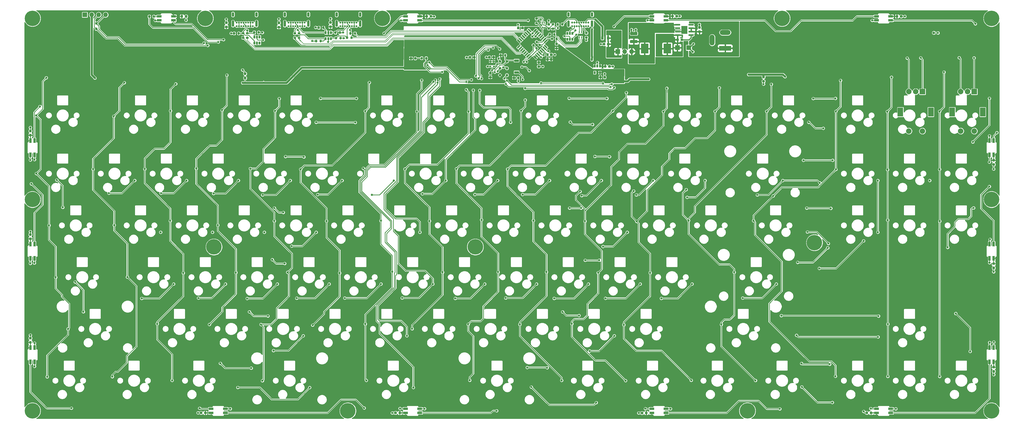
<source format=gbr>
%TF.GenerationSoftware,KiCad,Pcbnew,(5.1.8)-1*%
%TF.CreationDate,2022-08-08T12:33:42+10:00*%
%TF.ProjectId,tkl_keyboard,746b6c5f-6b65-4796-926f-6172642e6b69,rev?*%
%TF.SameCoordinates,Original*%
%TF.FileFunction,Copper,L1,Top*%
%TF.FilePolarity,Positive*%
%FSLAX46Y46*%
G04 Gerber Fmt 4.6, Leading zero omitted, Abs format (unit mm)*
G04 Created by KiCad (PCBNEW (5.1.8)-1) date 2022-08-08 12:33:42*
%MOMM*%
%LPD*%
G01*
G04 APERTURE LIST*
%TA.AperFunction,SMDPad,CuDef*%
%ADD10R,0.820000X1.800000*%
%TD*%
%TA.AperFunction,SMDPad,CuDef*%
%ADD11R,1.800000X0.820000*%
%TD*%
%TA.AperFunction,SMDPad,CuDef*%
%ADD12R,0.400000X0.650000*%
%TD*%
%TA.AperFunction,SMDPad,CuDef*%
%ADD13C,1.000000*%
%TD*%
%TA.AperFunction,ComponentPad*%
%ADD14C,5.700000*%
%TD*%
%TA.AperFunction,SMDPad,CuDef*%
%ADD15R,0.700000X1.000000*%
%TD*%
%TA.AperFunction,SMDPad,CuDef*%
%ADD16R,2.290000X3.000000*%
%TD*%
%TA.AperFunction,SMDPad,CuDef*%
%ADD17R,2.700000X3.600000*%
%TD*%
%TA.AperFunction,ComponentPad*%
%ADD18O,1.700000X1.700000*%
%TD*%
%TA.AperFunction,ComponentPad*%
%ADD19R,1.700000X1.700000*%
%TD*%
%TA.AperFunction,ComponentPad*%
%ADD20R,4.400000X1.800000*%
%TD*%
%TA.AperFunction,ComponentPad*%
%ADD21O,4.000000X1.800000*%
%TD*%
%TA.AperFunction,ComponentPad*%
%ADD22O,1.800000X4.000000*%
%TD*%
%TA.AperFunction,SMDPad,CuDef*%
%ADD23R,1.800000X1.800000*%
%TD*%
%TA.AperFunction,ComponentPad*%
%ADD24O,0.900000X1.700000*%
%TD*%
%TA.AperFunction,ComponentPad*%
%ADD25O,0.900000X2.400000*%
%TD*%
%TA.AperFunction,ComponentPad*%
%ADD26C,0.700000*%
%TD*%
%TA.AperFunction,SMDPad,CuDef*%
%ADD27R,0.450000X0.750000*%
%TD*%
%TA.AperFunction,SMDPad,CuDef*%
%ADD28R,1.700000X0.900000*%
%TD*%
%TA.AperFunction,ComponentPad*%
%ADD29C,2.000000*%
%TD*%
%TA.AperFunction,ComponentPad*%
%ADD30R,2.000000X3.200000*%
%TD*%
%TA.AperFunction,ComponentPad*%
%ADD31R,2.000000X2.000000*%
%TD*%
%TA.AperFunction,SMDPad,CuDef*%
%ADD32R,0.650000X1.060000*%
%TD*%
%TA.AperFunction,SMDPad,CuDef*%
%ADD33C,0.100000*%
%TD*%
%TA.AperFunction,SMDPad,CuDef*%
%ADD34R,0.850000X1.000000*%
%TD*%
%TA.AperFunction,SMDPad,CuDef*%
%ADD35R,0.800000X0.600000*%
%TD*%
%TA.AperFunction,ViaPad*%
%ADD36C,0.800000*%
%TD*%
%TA.AperFunction,ViaPad*%
%ADD37C,0.812800*%
%TD*%
%TA.AperFunction,Conductor*%
%ADD38C,0.254000*%
%TD*%
%TA.AperFunction,Conductor*%
%ADD39C,0.762000*%
%TD*%
%TA.AperFunction,Conductor*%
%ADD40C,0.250000*%
%TD*%
%TA.AperFunction,Conductor*%
%ADD41C,0.406400*%
%TD*%
%TA.AperFunction,Conductor*%
%ADD42C,0.200000*%
%TD*%
%TA.AperFunction,Conductor*%
%ADD43C,0.100000*%
%TD*%
%TA.AperFunction,Conductor*%
%ADD44C,0.127000*%
%TD*%
G04 APERTURE END LIST*
D10*
%TO.P,D180,4*%
%TO.N,Net-(D174-Pad2)*%
X21475000Y-104993750D03*
%TO.P,D180,3*%
%TO.N,GND*%
X22975000Y-104993750D03*
%TO.P,D180,2*%
%TO.N,UG_OUT*%
X22975000Y-99793750D03*
%TO.P,D180,1*%
%TO.N,+5V*%
X21475000Y-99793750D03*
%TD*%
%TO.P,D174,4*%
%TO.N,Net-(D167-Pad2)*%
X21475000Y-143093750D03*
%TO.P,D174,3*%
%TO.N,GND*%
X22975000Y-143093750D03*
%TO.P,D174,2*%
%TO.N,Net-(D174-Pad2)*%
X22975000Y-137893750D03*
%TO.P,D174,1*%
%TO.N,+5V*%
X21475000Y-137893750D03*
%TD*%
%TO.P,D167,4*%
%TO.N,Net-(D160-Pad2)*%
X21475000Y-181193750D03*
%TO.P,D167,3*%
%TO.N,GND*%
X22975000Y-181193750D03*
%TO.P,D167,2*%
%TO.N,Net-(D167-Pad2)*%
X22975000Y-175993750D03*
%TO.P,D167,1*%
%TO.N,+5V*%
X21475000Y-175993750D03*
%TD*%
D11*
%TO.P,D160,4*%
%TO.N,Net-(D160-Pad4)*%
X93087500Y-199981250D03*
%TO.P,D160,3*%
%TO.N,GND*%
X93087500Y-198481250D03*
%TO.P,D160,2*%
%TO.N,Net-(D160-Pad2)*%
X87887500Y-198481250D03*
%TO.P,D160,1*%
%TO.N,+5V*%
X87887500Y-199981250D03*
%TD*%
%TO.P,D31,4*%
%TO.N,Net-(D29-Pad2)*%
X164525000Y-199981250D03*
%TO.P,D31,3*%
%TO.N,GND*%
X164525000Y-198481250D03*
%TO.P,D31,2*%
%TO.N,Net-(D160-Pad4)*%
X159325000Y-198481250D03*
%TO.P,D31,1*%
%TO.N,+5V*%
X159325000Y-199981250D03*
%TD*%
%TO.P,D30,4*%
%TO.N,Net-(D28-Pad2)*%
X332362500Y-54018750D03*
%TO.P,D30,3*%
%TO.N,GND*%
X332362500Y-55518750D03*
%TO.P,D30,2*%
%TO.N,Net-(D2-Pad4)*%
X337562500Y-55518750D03*
%TO.P,D30,1*%
%TO.N,+5V*%
X337562500Y-54018750D03*
%TD*%
%TO.P,D29,4*%
%TO.N,Net-(D22-Pad2)*%
X255012500Y-199981250D03*
%TO.P,D29,3*%
%TO.N,GND*%
X255012500Y-198481250D03*
%TO.P,D29,2*%
%TO.N,Net-(D29-Pad2)*%
X249812500Y-198481250D03*
%TO.P,D29,1*%
%TO.N,+5V*%
X249812500Y-199981250D03*
%TD*%
%TO.P,D28,4*%
%TO.N,Net-(D21-Pad2)*%
X249812500Y-54018750D03*
%TO.P,D28,3*%
%TO.N,GND*%
X249812500Y-55518750D03*
%TO.P,D28,2*%
%TO.N,Net-(D28-Pad2)*%
X255012500Y-55518750D03*
%TO.P,D28,1*%
%TO.N,+5V*%
X255012500Y-54018750D03*
%TD*%
%TO.P,D22,4*%
%TO.N,Net-(D15-Pad2)*%
X337562500Y-199981250D03*
%TO.P,D22,3*%
%TO.N,GND*%
X337562500Y-198481250D03*
%TO.P,D22,2*%
%TO.N,Net-(D22-Pad2)*%
X332362500Y-198481250D03*
%TO.P,D22,1*%
%TO.N,+5V*%
X332362500Y-199981250D03*
%TD*%
%TO.P,D21,4*%
%TO.N,Net-(D14-Pad2)*%
X159325000Y-54018750D03*
%TO.P,D21,3*%
%TO.N,GND*%
X159325000Y-55518750D03*
%TO.P,D21,2*%
%TO.N,Net-(D21-Pad2)*%
X164525000Y-55518750D03*
%TO.P,D21,1*%
%TO.N,+5V*%
X164525000Y-54018750D03*
%TD*%
D10*
%TO.P,D15,4*%
%TO.N,Net-(D15-Pad4)*%
X375400000Y-175993750D03*
%TO.P,D15,3*%
%TO.N,GND*%
X373900000Y-175993750D03*
%TO.P,D15,2*%
%TO.N,Net-(D15-Pad2)*%
X373900000Y-181193750D03*
%TO.P,D15,1*%
%TO.N,+5V*%
X375400000Y-181193750D03*
%TD*%
D11*
%TO.P,D14,4*%
%TO.N,Net-(D14-Pad4)*%
X68837500Y-54018750D03*
%TO.P,D14,3*%
%TO.N,GND*%
X68837500Y-55518750D03*
%TO.P,D14,2*%
%TO.N,Net-(D14-Pad2)*%
X74037500Y-55518750D03*
%TO.P,D14,1*%
%TO.N,+5V*%
X74037500Y-54018750D03*
%TD*%
D10*
%TO.P,D8,4*%
%TO.N,Net-(D2-Pad2)*%
X375400000Y-137893750D03*
%TO.P,D8,3*%
%TO.N,GND*%
X373900000Y-137893750D03*
%TO.P,D8,2*%
%TO.N,Net-(D15-Pad4)*%
X373900000Y-143093750D03*
%TO.P,D8,1*%
%TO.N,+5V*%
X375400000Y-143093750D03*
%TD*%
%TO.P,D2,4*%
%TO.N,Net-(D2-Pad4)*%
X375400000Y-99793750D03*
%TO.P,D2,3*%
%TO.N,GND*%
X373900000Y-99793750D03*
%TO.P,D2,2*%
%TO.N,Net-(D2-Pad2)*%
X373900000Y-104993750D03*
%TO.P,D2,1*%
%TO.N,+5V*%
X375400000Y-104993750D03*
%TD*%
D12*
%TO.P,U10,5*%
%TO.N,+3V3*%
X210347080Y-58298080D03*
%TO.P,U10,4*%
%TO.N,Net-(R8-Pad2)*%
X209047080Y-58298080D03*
%TO.P,U10,2*%
%TO.N,Net-(C6-Pad2)*%
X209697080Y-56398080D03*
%TO.P,U10,3*%
%TO.N,GND*%
X209047080Y-56398080D03*
%TO.P,U10,1*%
%TO.N,Net-(U10-Pad1)*%
X210347080Y-56398080D03*
%TD*%
%TO.P,R8,2*%
%TO.N,Net-(R8-Pad2)*%
%TA.AperFunction,SMDPad,CuDef*%
G36*
G01*
X207176960Y-56159720D02*
X207726960Y-56159720D01*
G75*
G02*
X207926960Y-56359720I0J-200000D01*
G01*
X207926960Y-56759720D01*
G75*
G02*
X207726960Y-56959720I-200000J0D01*
G01*
X207176960Y-56959720D01*
G75*
G02*
X206976960Y-56759720I0J200000D01*
G01*
X206976960Y-56359720D01*
G75*
G02*
X207176960Y-56159720I200000J0D01*
G01*
G37*
%TD.AperFunction*%
%TO.P,R8,1*%
%TO.N,Net-(C6-Pad2)*%
%TA.AperFunction,SMDPad,CuDef*%
G36*
G01*
X207176960Y-54509720D02*
X207726960Y-54509720D01*
G75*
G02*
X207926960Y-54709720I0J-200000D01*
G01*
X207926960Y-55109720D01*
G75*
G02*
X207726960Y-55309720I-200000J0D01*
G01*
X207176960Y-55309720D01*
G75*
G02*
X206976960Y-55109720I0J200000D01*
G01*
X206976960Y-54709720D01*
G75*
G02*
X207176960Y-54509720I200000J0D01*
G01*
G37*
%TD.AperFunction*%
%TD*%
%TO.P,R46,2*%
%TO.N,GND*%
%TA.AperFunction,SMDPad,CuDef*%
G36*
G01*
X104942960Y-60239320D02*
X104942960Y-59689320D01*
G75*
G02*
X105142960Y-59489320I200000J0D01*
G01*
X105542960Y-59489320D01*
G75*
G02*
X105742960Y-59689320I0J-200000D01*
G01*
X105742960Y-60239320D01*
G75*
G02*
X105542960Y-60439320I-200000J0D01*
G01*
X105142960Y-60439320D01*
G75*
G02*
X104942960Y-60239320I0J200000D01*
G01*
G37*
%TD.AperFunction*%
%TO.P,R46,1*%
%TO.N,/USB Downstream 2/USBD-*%
%TA.AperFunction,SMDPad,CuDef*%
G36*
G01*
X103292960Y-60239320D02*
X103292960Y-59689320D01*
G75*
G02*
X103492960Y-59489320I200000J0D01*
G01*
X103892960Y-59489320D01*
G75*
G02*
X104092960Y-59689320I0J-200000D01*
G01*
X104092960Y-60239320D01*
G75*
G02*
X103892960Y-60439320I-200000J0D01*
G01*
X103492960Y-60439320D01*
G75*
G02*
X103292960Y-60239320I0J200000D01*
G01*
G37*
%TD.AperFunction*%
%TD*%
%TO.P,R45,2*%
%TO.N,GND*%
%TA.AperFunction,SMDPad,CuDef*%
G36*
G01*
X96727960Y-60034760D02*
X96727960Y-60584760D01*
G75*
G02*
X96527960Y-60784760I-200000J0D01*
G01*
X96127960Y-60784760D01*
G75*
G02*
X95927960Y-60584760I0J200000D01*
G01*
X95927960Y-60034760D01*
G75*
G02*
X96127960Y-59834760I200000J0D01*
G01*
X96527960Y-59834760D01*
G75*
G02*
X96727960Y-60034760I0J-200000D01*
G01*
G37*
%TD.AperFunction*%
%TO.P,R45,1*%
%TO.N,/USB Downstream 2/USBD+*%
%TA.AperFunction,SMDPad,CuDef*%
G36*
G01*
X98377960Y-60034760D02*
X98377960Y-60584760D01*
G75*
G02*
X98177960Y-60784760I-200000J0D01*
G01*
X97777960Y-60784760D01*
G75*
G02*
X97577960Y-60584760I0J200000D01*
G01*
X97577960Y-60034760D01*
G75*
G02*
X97777960Y-59834760I200000J0D01*
G01*
X98177960Y-59834760D01*
G75*
G02*
X98377960Y-60034760I0J-200000D01*
G01*
G37*
%TD.AperFunction*%
%TD*%
%TO.P,R44,2*%
%TO.N,GND*%
%TA.AperFunction,SMDPad,CuDef*%
G36*
G01*
X126877760Y-62869400D02*
X126877760Y-63419400D01*
G75*
G02*
X126677760Y-63619400I-200000J0D01*
G01*
X126277760Y-63619400D01*
G75*
G02*
X126077760Y-63419400I0J200000D01*
G01*
X126077760Y-62869400D01*
G75*
G02*
X126277760Y-62669400I200000J0D01*
G01*
X126677760Y-62669400D01*
G75*
G02*
X126877760Y-62869400I0J-200000D01*
G01*
G37*
%TD.AperFunction*%
%TO.P,R44,1*%
%TO.N,/USB Downstream 1/USBD-*%
%TA.AperFunction,SMDPad,CuDef*%
G36*
G01*
X128527760Y-62869400D02*
X128527760Y-63419400D01*
G75*
G02*
X128327760Y-63619400I-200000J0D01*
G01*
X127927760Y-63619400D01*
G75*
G02*
X127727760Y-63419400I0J200000D01*
G01*
X127727760Y-62869400D01*
G75*
G02*
X127927760Y-62669400I200000J0D01*
G01*
X128327760Y-62669400D01*
G75*
G02*
X128527760Y-62869400I0J-200000D01*
G01*
G37*
%TD.AperFunction*%
%TD*%
%TO.P,R43,2*%
%TO.N,GND*%
%TA.AperFunction,SMDPad,CuDef*%
G36*
G01*
X127868360Y-57931640D02*
X127868360Y-58481640D01*
G75*
G02*
X127668360Y-58681640I-200000J0D01*
G01*
X127268360Y-58681640D01*
G75*
G02*
X127068360Y-58481640I0J200000D01*
G01*
X127068360Y-57931640D01*
G75*
G02*
X127268360Y-57731640I200000J0D01*
G01*
X127668360Y-57731640D01*
G75*
G02*
X127868360Y-57931640I0J-200000D01*
G01*
G37*
%TD.AperFunction*%
%TO.P,R43,1*%
%TO.N,/USB Downstream 1/USBD+*%
%TA.AperFunction,SMDPad,CuDef*%
G36*
G01*
X129518360Y-57931640D02*
X129518360Y-58481640D01*
G75*
G02*
X129318360Y-58681640I-200000J0D01*
G01*
X128918360Y-58681640D01*
G75*
G02*
X128718360Y-58481640I0J200000D01*
G01*
X128718360Y-57931640D01*
G75*
G02*
X128918360Y-57731640I200000J0D01*
G01*
X129318360Y-57731640D01*
G75*
G02*
X129518360Y-57931640I0J-200000D01*
G01*
G37*
%TD.AperFunction*%
%TD*%
%TO.P,R42,2*%
%TO.N,+3V3*%
%TA.AperFunction,SMDPad,CuDef*%
G36*
G01*
X214548040Y-65471360D02*
X215098040Y-65471360D01*
G75*
G02*
X215298040Y-65671360I0J-200000D01*
G01*
X215298040Y-66071360D01*
G75*
G02*
X215098040Y-66271360I-200000J0D01*
G01*
X214548040Y-66271360D01*
G75*
G02*
X214348040Y-66071360I0J200000D01*
G01*
X214348040Y-65671360D01*
G75*
G02*
X214548040Y-65471360I200000J0D01*
G01*
G37*
%TD.AperFunction*%
%TO.P,R42,1*%
%TO.N,/USB Upstream/D+*%
%TA.AperFunction,SMDPad,CuDef*%
G36*
G01*
X214548040Y-63821360D02*
X215098040Y-63821360D01*
G75*
G02*
X215298040Y-64021360I0J-200000D01*
G01*
X215298040Y-64421360D01*
G75*
G02*
X215098040Y-64621360I-200000J0D01*
G01*
X214548040Y-64621360D01*
G75*
G02*
X214348040Y-64421360I0J200000D01*
G01*
X214348040Y-64021360D01*
G75*
G02*
X214548040Y-63821360I200000J0D01*
G01*
G37*
%TD.AperFunction*%
%TD*%
%TO.P,R41,2*%
%TO.N,GND*%
%TA.AperFunction,SMDPad,CuDef*%
G36*
G01*
X134813360Y-60295200D02*
X134813360Y-59745200D01*
G75*
G02*
X135013360Y-59545200I200000J0D01*
G01*
X135413360Y-59545200D01*
G75*
G02*
X135613360Y-59745200I0J-200000D01*
G01*
X135613360Y-60295200D01*
G75*
G02*
X135413360Y-60495200I-200000J0D01*
G01*
X135013360Y-60495200D01*
G75*
G02*
X134813360Y-60295200I0J200000D01*
G01*
G37*
%TD.AperFunction*%
%TO.P,R41,1*%
%TO.N,/USB Downstream 0/USBD-*%
%TA.AperFunction,SMDPad,CuDef*%
G36*
G01*
X133163360Y-60295200D02*
X133163360Y-59745200D01*
G75*
G02*
X133363360Y-59545200I200000J0D01*
G01*
X133763360Y-59545200D01*
G75*
G02*
X133963360Y-59745200I0J-200000D01*
G01*
X133963360Y-60295200D01*
G75*
G02*
X133763360Y-60495200I-200000J0D01*
G01*
X133363360Y-60495200D01*
G75*
G02*
X133163360Y-60295200I0J200000D01*
G01*
G37*
%TD.AperFunction*%
%TD*%
%TO.P,R40,2*%
%TO.N,GND*%
%TA.AperFunction,SMDPad,CuDef*%
G36*
G01*
X135031800Y-62317040D02*
X135031800Y-61767040D01*
G75*
G02*
X135231800Y-61567040I200000J0D01*
G01*
X135631800Y-61567040D01*
G75*
G02*
X135831800Y-61767040I0J-200000D01*
G01*
X135831800Y-62317040D01*
G75*
G02*
X135631800Y-62517040I-200000J0D01*
G01*
X135231800Y-62517040D01*
G75*
G02*
X135031800Y-62317040I0J200000D01*
G01*
G37*
%TD.AperFunction*%
%TO.P,R40,1*%
%TO.N,/USB Downstream 0/USBD+*%
%TA.AperFunction,SMDPad,CuDef*%
G36*
G01*
X133381800Y-62317040D02*
X133381800Y-61767040D01*
G75*
G02*
X133581800Y-61567040I200000J0D01*
G01*
X133981800Y-61567040D01*
G75*
G02*
X134181800Y-61767040I0J-200000D01*
G01*
X134181800Y-62317040D01*
G75*
G02*
X133981800Y-62517040I-200000J0D01*
G01*
X133581800Y-62517040D01*
G75*
G02*
X133381800Y-62317040I0J200000D01*
G01*
G37*
%TD.AperFunction*%
%TD*%
%TO.P,C124,2*%
%TO.N,GND*%
%TA.AperFunction,SMDPad,CuDef*%
G36*
G01*
X100580000Y-75621000D02*
X100080000Y-75621000D01*
G75*
G02*
X99855000Y-75396000I0J225000D01*
G01*
X99855000Y-74946000D01*
G75*
G02*
X100080000Y-74721000I225000J0D01*
G01*
X100580000Y-74721000D01*
G75*
G02*
X100805000Y-74946000I0J-225000D01*
G01*
X100805000Y-75396000D01*
G75*
G02*
X100580000Y-75621000I-225000J0D01*
G01*
G37*
%TD.AperFunction*%
%TO.P,C124,1*%
%TO.N,+3V3*%
%TA.AperFunction,SMDPad,CuDef*%
G36*
G01*
X100580000Y-77171000D02*
X100080000Y-77171000D01*
G75*
G02*
X99855000Y-76946000I0J225000D01*
G01*
X99855000Y-76496000D01*
G75*
G02*
X100080000Y-76271000I225000J0D01*
G01*
X100580000Y-76271000D01*
G75*
G02*
X100805000Y-76496000I0J-225000D01*
G01*
X100805000Y-76946000D01*
G75*
G02*
X100580000Y-77171000I-225000J0D01*
G01*
G37*
%TD.AperFunction*%
%TD*%
%TO.P,C123,2*%
%TO.N,GND*%
%TA.AperFunction,SMDPad,CuDef*%
G36*
G01*
X290580000Y-77460000D02*
X291080000Y-77460000D01*
G75*
G02*
X291305000Y-77685000I0J-225000D01*
G01*
X291305000Y-78135000D01*
G75*
G02*
X291080000Y-78360000I-225000J0D01*
G01*
X290580000Y-78360000D01*
G75*
G02*
X290355000Y-78135000I0J225000D01*
G01*
X290355000Y-77685000D01*
G75*
G02*
X290580000Y-77460000I225000J0D01*
G01*
G37*
%TD.AperFunction*%
%TO.P,C123,1*%
%TO.N,+3V3*%
%TA.AperFunction,SMDPad,CuDef*%
G36*
G01*
X290580000Y-75910000D02*
X291080000Y-75910000D01*
G75*
G02*
X291305000Y-76135000I0J-225000D01*
G01*
X291305000Y-76585000D01*
G75*
G02*
X291080000Y-76810000I-225000J0D01*
G01*
X290580000Y-76810000D01*
G75*
G02*
X290355000Y-76585000I0J225000D01*
G01*
X290355000Y-76135000D01*
G75*
G02*
X290580000Y-75910000I225000J0D01*
G01*
G37*
%TD.AperFunction*%
%TD*%
%TO.P,C122,2*%
%TO.N,GND*%
%TA.AperFunction,SMDPad,CuDef*%
G36*
G01*
X246677000Y-199775000D02*
X246677000Y-200275000D01*
G75*
G02*
X246452000Y-200500000I-225000J0D01*
G01*
X246002000Y-200500000D01*
G75*
G02*
X245777000Y-200275000I0J225000D01*
G01*
X245777000Y-199775000D01*
G75*
G02*
X246002000Y-199550000I225000J0D01*
G01*
X246452000Y-199550000D01*
G75*
G02*
X246677000Y-199775000I0J-225000D01*
G01*
G37*
%TD.AperFunction*%
%TO.P,C122,1*%
%TO.N,+5V*%
%TA.AperFunction,SMDPad,CuDef*%
G36*
G01*
X248227000Y-199775000D02*
X248227000Y-200275000D01*
G75*
G02*
X248002000Y-200500000I-225000J0D01*
G01*
X247552000Y-200500000D01*
G75*
G02*
X247327000Y-200275000I0J225000D01*
G01*
X247327000Y-199775000D01*
G75*
G02*
X247552000Y-199550000I225000J0D01*
G01*
X248002000Y-199550000D01*
G75*
G02*
X248227000Y-199775000I0J-225000D01*
G01*
G37*
%TD.AperFunction*%
%TD*%
%TO.P,R15,1*%
%TO.N,/USB Downstream 1/USBD-*%
%TA.AperFunction,SMDPad,CuDef*%
G36*
G01*
X119907640Y-59926000D02*
X120457640Y-59926000D01*
G75*
G02*
X120657640Y-60126000I0J-200000D01*
G01*
X120657640Y-60526000D01*
G75*
G02*
X120457640Y-60726000I-200000J0D01*
G01*
X119907640Y-60726000D01*
G75*
G02*
X119707640Y-60526000I0J200000D01*
G01*
X119707640Y-60126000D01*
G75*
G02*
X119907640Y-59926000I200000J0D01*
G01*
G37*
%TD.AperFunction*%
%TO.P,R15,2*%
%TO.N,/USB HUB/D2-*%
%TA.AperFunction,SMDPad,CuDef*%
G36*
G01*
X119907640Y-61576000D02*
X120457640Y-61576000D01*
G75*
G02*
X120657640Y-61776000I0J-200000D01*
G01*
X120657640Y-62176000D01*
G75*
G02*
X120457640Y-62376000I-200000J0D01*
G01*
X119907640Y-62376000D01*
G75*
G02*
X119707640Y-62176000I0J200000D01*
G01*
X119707640Y-61776000D01*
G75*
G02*
X119907640Y-61576000I200000J0D01*
G01*
G37*
%TD.AperFunction*%
%TD*%
%TO.P,R3,2*%
%TO.N,Net-(D194-Pad1)*%
%TA.AperFunction,SMDPad,CuDef*%
G36*
G01*
X165687800Y-69204800D02*
X165687800Y-69754800D01*
G75*
G02*
X165487800Y-69954800I-200000J0D01*
G01*
X165087800Y-69954800D01*
G75*
G02*
X164887800Y-69754800I0J200000D01*
G01*
X164887800Y-69204800D01*
G75*
G02*
X165087800Y-69004800I200000J0D01*
G01*
X165487800Y-69004800D01*
G75*
G02*
X165687800Y-69204800I0J-200000D01*
G01*
G37*
%TD.AperFunction*%
%TO.P,R3,1*%
%TO.N,nCAPS*%
%TA.AperFunction,SMDPad,CuDef*%
G36*
G01*
X167337800Y-69204800D02*
X167337800Y-69754800D01*
G75*
G02*
X167137800Y-69954800I-200000J0D01*
G01*
X166737800Y-69954800D01*
G75*
G02*
X166537800Y-69754800I0J200000D01*
G01*
X166537800Y-69204800D01*
G75*
G02*
X166737800Y-69004800I200000J0D01*
G01*
X167137800Y-69004800D01*
G75*
G02*
X167337800Y-69204800I0J-200000D01*
G01*
G37*
%TD.AperFunction*%
%TD*%
%TO.P,D194,2*%
%TO.N,+3V3*%
%TA.AperFunction,SMDPad,CuDef*%
G36*
G01*
X161752800Y-69263550D02*
X161752800Y-69776050D01*
G75*
G02*
X161534050Y-69994800I-218750J0D01*
G01*
X161096550Y-69994800D01*
G75*
G02*
X160877800Y-69776050I0J218750D01*
G01*
X160877800Y-69263550D01*
G75*
G02*
X161096550Y-69044800I218750J0D01*
G01*
X161534050Y-69044800D01*
G75*
G02*
X161752800Y-69263550I0J-218750D01*
G01*
G37*
%TD.AperFunction*%
%TO.P,D194,1*%
%TO.N,Net-(D194-Pad1)*%
%TA.AperFunction,SMDPad,CuDef*%
G36*
G01*
X163327800Y-69263550D02*
X163327800Y-69776050D01*
G75*
G02*
X163109050Y-69994800I-218750J0D01*
G01*
X162671550Y-69994800D01*
G75*
G02*
X162452800Y-69776050I0J218750D01*
G01*
X162452800Y-69263550D01*
G75*
G02*
X162671550Y-69044800I218750J0D01*
G01*
X163109050Y-69044800D01*
G75*
G02*
X163327800Y-69263550I0J-218750D01*
G01*
G37*
%TD.AperFunction*%
%TD*%
D13*
%TO.P,TP2,1*%
%TO.N,GND*%
X353415600Y-60121800D03*
%TD*%
D14*
%TO.P,H14,1*%
%TO.N,Net-(H14-Pad1)*%
X150812500Y-54768750D03*
%TD*%
%TO.P,H13,1*%
%TO.N,Net-(H13-Pad1)*%
X85725000Y-54768750D03*
%TD*%
D15*
%TO.P,U9,5*%
%TO.N,+3V3*%
X230759000Y-74777300D03*
%TO.P,U9,4*%
%TO.N,Net-(U9-Pad4)*%
X228859000Y-74777300D03*
%TO.P,U9,3*%
%TO.N,+5V*%
X228859000Y-72377300D03*
%TO.P,U9,2*%
%TO.N,GND*%
X229809000Y-72377300D03*
%TO.P,U9,1*%
%TO.N,+5V*%
X230759000Y-72377300D03*
%TD*%
D16*
%TO.P,U2,9*%
%TO.N,GND*%
X261772400Y-59019440D03*
%TO.P,U2,8*%
%TO.N,/Power/SW*%
%TA.AperFunction,SMDPad,CuDef*%
G36*
G01*
X260272400Y-60774440D02*
X260272400Y-61074440D01*
G75*
G02*
X260122400Y-61224440I-150000J0D01*
G01*
X258472400Y-61224440D01*
G75*
G02*
X258322400Y-61074440I0J150000D01*
G01*
X258322400Y-60774440D01*
G75*
G02*
X258472400Y-60624440I150000J0D01*
G01*
X260122400Y-60624440D01*
G75*
G02*
X260272400Y-60774440I0J-150000D01*
G01*
G37*
%TD.AperFunction*%
%TO.P,U2,7*%
%TO.N,GND*%
%TA.AperFunction,SMDPad,CuDef*%
G36*
G01*
X260272400Y-59504440D02*
X260272400Y-59804440D01*
G75*
G02*
X260122400Y-59954440I-150000J0D01*
G01*
X258472400Y-59954440D01*
G75*
G02*
X258322400Y-59804440I0J150000D01*
G01*
X258322400Y-59504440D01*
G75*
G02*
X258472400Y-59354440I150000J0D01*
G01*
X260122400Y-59354440D01*
G75*
G02*
X260272400Y-59504440I0J-150000D01*
G01*
G37*
%TD.AperFunction*%
%TO.P,U2,6*%
%TO.N,Net-(U2-Pad6)*%
%TA.AperFunction,SMDPad,CuDef*%
G36*
G01*
X260272400Y-58234440D02*
X260272400Y-58534440D01*
G75*
G02*
X260122400Y-58684440I-150000J0D01*
G01*
X258472400Y-58684440D01*
G75*
G02*
X258322400Y-58534440I0J150000D01*
G01*
X258322400Y-58234440D01*
G75*
G02*
X258472400Y-58084440I150000J0D01*
G01*
X260122400Y-58084440D01*
G75*
G02*
X260272400Y-58234440I0J-150000D01*
G01*
G37*
%TD.AperFunction*%
%TO.P,U2,5*%
%TO.N,+5V0_EXT*%
%TA.AperFunction,SMDPad,CuDef*%
G36*
G01*
X260272400Y-56964440D02*
X260272400Y-57264440D01*
G75*
G02*
X260122400Y-57414440I-150000J0D01*
G01*
X258472400Y-57414440D01*
G75*
G02*
X258322400Y-57264440I0J150000D01*
G01*
X258322400Y-56964440D01*
G75*
G02*
X258472400Y-56814440I150000J0D01*
G01*
X260122400Y-56814440D01*
G75*
G02*
X260272400Y-56964440I0J-150000D01*
G01*
G37*
%TD.AperFunction*%
%TO.P,U2,4*%
%TO.N,Net-(U2-Pad4)*%
%TA.AperFunction,SMDPad,CuDef*%
G36*
G01*
X265222400Y-56964440D02*
X265222400Y-57264440D01*
G75*
G02*
X265072400Y-57414440I-150000J0D01*
G01*
X263422400Y-57414440D01*
G75*
G02*
X263272400Y-57264440I0J150000D01*
G01*
X263272400Y-56964440D01*
G75*
G02*
X263422400Y-56814440I150000J0D01*
G01*
X265072400Y-56814440D01*
G75*
G02*
X265222400Y-56964440I0J-150000D01*
G01*
G37*
%TD.AperFunction*%
%TO.P,U2,3*%
%TO.N,/Power/DCDC_IN*%
%TA.AperFunction,SMDPad,CuDef*%
G36*
G01*
X265222400Y-58234440D02*
X265222400Y-58534440D01*
G75*
G02*
X265072400Y-58684440I-150000J0D01*
G01*
X263422400Y-58684440D01*
G75*
G02*
X263272400Y-58534440I0J150000D01*
G01*
X263272400Y-58234440D01*
G75*
G02*
X263422400Y-58084440I150000J0D01*
G01*
X265072400Y-58084440D01*
G75*
G02*
X265222400Y-58234440I0J-150000D01*
G01*
G37*
%TD.AperFunction*%
%TO.P,U2,2*%
%TA.AperFunction,SMDPad,CuDef*%
G36*
G01*
X265222400Y-59504440D02*
X265222400Y-59804440D01*
G75*
G02*
X265072400Y-59954440I-150000J0D01*
G01*
X263422400Y-59954440D01*
G75*
G02*
X263272400Y-59804440I0J150000D01*
G01*
X263272400Y-59504440D01*
G75*
G02*
X263422400Y-59354440I150000J0D01*
G01*
X265072400Y-59354440D01*
G75*
G02*
X265222400Y-59504440I0J-150000D01*
G01*
G37*
%TD.AperFunction*%
%TO.P,U2,1*%
%TO.N,Net-(C119-Pad1)*%
%TA.AperFunction,SMDPad,CuDef*%
G36*
G01*
X265222400Y-60774440D02*
X265222400Y-61074440D01*
G75*
G02*
X265072400Y-61224440I-150000J0D01*
G01*
X263422400Y-61224440D01*
G75*
G02*
X263272400Y-61074440I0J150000D01*
G01*
X263272400Y-60774440D01*
G75*
G02*
X263422400Y-60624440I150000J0D01*
G01*
X265072400Y-60624440D01*
G75*
G02*
X265222400Y-60774440I0J-150000D01*
G01*
G37*
%TD.AperFunction*%
%TD*%
D17*
%TO.P,L2,2*%
%TO.N,+5V0_EXT*%
X247183000Y-65928240D03*
%TO.P,L2,1*%
%TO.N,/Power/SW*%
X255483000Y-65928240D03*
%TD*%
D18*
%TO.P,J8,3*%
%TO.N,+5V0_EXT*%
X242402360Y-67020440D03*
%TO.P,J8,2*%
%TO.N,+5V*%
X239862360Y-67020440D03*
D19*
%TO.P,J8,1*%
%TO.N,+5V0_USB*%
X237322360Y-67020440D03*
%TD*%
D20*
%TO.P,J7,1*%
%TO.N,/Power/DCDC_IN*%
X276763480Y-65780920D03*
D21*
%TO.P,J7,2*%
%TO.N,GND*%
X276763480Y-59980920D03*
D22*
%TO.P,J7,3*%
X271963480Y-62780920D03*
%TD*%
D14*
%TO.P,H12,1*%
%TO.N,Net-(H12-Pad1)*%
X284937200Y-199231250D03*
%TD*%
%TO.P,H11,1*%
%TO.N,Net-(H11-Pad1)*%
X374650000Y-121443750D03*
%TD*%
%TO.P,H10,1*%
%TO.N,Net-(H10-Pad1)*%
X138112500Y-199231250D03*
%TD*%
%TO.P,H9,1*%
%TO.N,Net-(H9-Pad1)*%
X22225000Y-121443750D03*
%TD*%
%TO.P,H8,1*%
%TO.N,Net-(H8-Pad1)*%
X309562500Y-137318750D03*
%TD*%
%TO.P,H7,1*%
%TO.N,Net-(H7-Pad1)*%
X184943750Y-138906250D03*
%TD*%
%TO.P,H6,1*%
%TO.N,Net-(H6-Pad1)*%
X297656250Y-54768750D03*
%TD*%
%TO.P,H5,1*%
%TO.N,Net-(H5-Pad1)*%
X88900000Y-138906250D03*
%TD*%
D23*
%TO.P,D1,2*%
%TO.N,GND*%
X263410700Y-65572640D03*
%TO.P,D1,1*%
%TO.N,/Power/SW*%
X259210700Y-65572640D03*
%TD*%
%TO.P,C121,2*%
%TO.N,GND*%
%TA.AperFunction,SMDPad,CuDef*%
G36*
G01*
X244284681Y-60954080D02*
X242084679Y-60954080D01*
G75*
G02*
X241834680Y-60704081I0J249999D01*
G01*
X241834680Y-60054079D01*
G75*
G02*
X242084679Y-59804080I249999J0D01*
G01*
X244284681Y-59804080D01*
G75*
G02*
X244534680Y-60054079I0J-249999D01*
G01*
X244534680Y-60704081D01*
G75*
G02*
X244284681Y-60954080I-249999J0D01*
G01*
G37*
%TD.AperFunction*%
%TO.P,C121,1*%
%TO.N,+5V0_EXT*%
%TA.AperFunction,SMDPad,CuDef*%
G36*
G01*
X244284681Y-63904080D02*
X242084679Y-63904080D01*
G75*
G02*
X241834680Y-63654081I0J249999D01*
G01*
X241834680Y-63004079D01*
G75*
G02*
X242084679Y-62754080I249999J0D01*
G01*
X244284681Y-62754080D01*
G75*
G02*
X244534680Y-63004079I0J-249999D01*
G01*
X244534680Y-63654081D01*
G75*
G02*
X244284681Y-63904080I-249999J0D01*
G01*
G37*
%TD.AperFunction*%
%TD*%
%TO.P,C120,2*%
%TO.N,GND*%
%TA.AperFunction,SMDPad,CuDef*%
G36*
G01*
X232049200Y-76724320D02*
X232049200Y-76224320D01*
G75*
G02*
X232274200Y-75999320I225000J0D01*
G01*
X232724200Y-75999320D01*
G75*
G02*
X232949200Y-76224320I0J-225000D01*
G01*
X232949200Y-76724320D01*
G75*
G02*
X232724200Y-76949320I-225000J0D01*
G01*
X232274200Y-76949320D01*
G75*
G02*
X232049200Y-76724320I0J225000D01*
G01*
G37*
%TD.AperFunction*%
%TO.P,C120,1*%
%TO.N,+3V3*%
%TA.AperFunction,SMDPad,CuDef*%
G36*
G01*
X230499200Y-76724320D02*
X230499200Y-76224320D01*
G75*
G02*
X230724200Y-75999320I225000J0D01*
G01*
X231174200Y-75999320D01*
G75*
G02*
X231399200Y-76224320I0J-225000D01*
G01*
X231399200Y-76724320D01*
G75*
G02*
X231174200Y-76949320I-225000J0D01*
G01*
X230724200Y-76949320D01*
G75*
G02*
X230499200Y-76724320I0J225000D01*
G01*
G37*
%TD.AperFunction*%
%TD*%
%TO.P,C119,2*%
%TO.N,/Power/SW*%
%TA.AperFunction,SMDPad,CuDef*%
G36*
G01*
X259733200Y-62401640D02*
X259733200Y-62901640D01*
G75*
G02*
X259508200Y-63126640I-225000J0D01*
G01*
X259058200Y-63126640D01*
G75*
G02*
X258833200Y-62901640I0J225000D01*
G01*
X258833200Y-62401640D01*
G75*
G02*
X259058200Y-62176640I225000J0D01*
G01*
X259508200Y-62176640D01*
G75*
G02*
X259733200Y-62401640I0J-225000D01*
G01*
G37*
%TD.AperFunction*%
%TO.P,C119,1*%
%TO.N,Net-(C119-Pad1)*%
%TA.AperFunction,SMDPad,CuDef*%
G36*
G01*
X261283200Y-62401640D02*
X261283200Y-62901640D01*
G75*
G02*
X261058200Y-63126640I-225000J0D01*
G01*
X260608200Y-63126640D01*
G75*
G02*
X260383200Y-62901640I0J225000D01*
G01*
X260383200Y-62401640D01*
G75*
G02*
X260608200Y-62176640I225000J0D01*
G01*
X261058200Y-62176640D01*
G75*
G02*
X261283200Y-62401640I0J-225000D01*
G01*
G37*
%TD.AperFunction*%
%TD*%
%TO.P,C5,2*%
%TO.N,GND*%
%TA.AperFunction,SMDPad,CuDef*%
G36*
G01*
X233791640Y-72726360D02*
X233791640Y-72226360D01*
G75*
G02*
X234016640Y-72001360I225000J0D01*
G01*
X234466640Y-72001360D01*
G75*
G02*
X234691640Y-72226360I0J-225000D01*
G01*
X234691640Y-72726360D01*
G75*
G02*
X234466640Y-72951360I-225000J0D01*
G01*
X234016640Y-72951360D01*
G75*
G02*
X233791640Y-72726360I0J225000D01*
G01*
G37*
%TD.AperFunction*%
%TO.P,C5,1*%
%TO.N,+5V*%
%TA.AperFunction,SMDPad,CuDef*%
G36*
G01*
X232241640Y-72726360D02*
X232241640Y-72226360D01*
G75*
G02*
X232466640Y-72001360I225000J0D01*
G01*
X232916640Y-72001360D01*
G75*
G02*
X233141640Y-72226360I0J-225000D01*
G01*
X233141640Y-72726360D01*
G75*
G02*
X232916640Y-72951360I-225000J0D01*
G01*
X232466640Y-72951360D01*
G75*
G02*
X232241640Y-72726360I0J225000D01*
G01*
G37*
%TD.AperFunction*%
%TD*%
%TO.P,C4,2*%
%TO.N,GND*%
%TA.AperFunction,SMDPad,CuDef*%
G36*
G01*
X267559600Y-58595080D02*
X267059600Y-58595080D01*
G75*
G02*
X266834600Y-58370080I0J225000D01*
G01*
X266834600Y-57920080D01*
G75*
G02*
X267059600Y-57695080I225000J0D01*
G01*
X267559600Y-57695080D01*
G75*
G02*
X267784600Y-57920080I0J-225000D01*
G01*
X267784600Y-58370080D01*
G75*
G02*
X267559600Y-58595080I-225000J0D01*
G01*
G37*
%TD.AperFunction*%
%TO.P,C4,1*%
%TO.N,/Power/DCDC_IN*%
%TA.AperFunction,SMDPad,CuDef*%
G36*
G01*
X267559600Y-60145080D02*
X267059600Y-60145080D01*
G75*
G02*
X266834600Y-59920080I0J225000D01*
G01*
X266834600Y-59470080D01*
G75*
G02*
X267059600Y-59245080I225000J0D01*
G01*
X267559600Y-59245080D01*
G75*
G02*
X267784600Y-59470080I0J-225000D01*
G01*
X267784600Y-59920080D01*
G75*
G02*
X267559600Y-60145080I-225000J0D01*
G01*
G37*
%TD.AperFunction*%
%TD*%
D13*
%TO.P,J5,6*%
%TO.N,GND*%
X194030600Y-70637400D03*
%TO.P,J5,5*%
%TO.N,RST*%
X196570600Y-70637400D03*
%TO.P,J5,4*%
%TO.N,MOSI*%
X194030600Y-73177400D03*
%TO.P,J5,3*%
%TO.N,SCK*%
X196570600Y-73177400D03*
%TO.P,J5,2*%
%TO.N,+3V3*%
X194030600Y-75717400D03*
%TO.P,J5,1*%
%TO.N,MISO*%
X196570600Y-75717400D03*
%TD*%
D18*
%TO.P,J6,2*%
%TO.N,+3V3*%
X44002960Y-53467000D03*
D19*
%TO.P,J6,1*%
%TO.N,GND*%
X41462960Y-53467000D03*
D18*
%TO.P,J6,4*%
%TO.N,/Misc/SCL*%
X49082960Y-53467000D03*
%TO.P,J6,3*%
%TO.N,/Misc/SDA*%
X46542960Y-53467000D03*
%TD*%
D24*
%TO.P,J2,S1*%
%TO.N,GND*%
X133987500Y-53329750D03*
X142637500Y-53329750D03*
D25*
X133987500Y-56709750D03*
X142637500Y-56709750D03*
D26*
%TO.P,J2,B6*%
%TO.N,/USB Downstream 0/USBD+*%
X137887500Y-56339750D03*
%TO.P,J2,B1*%
%TO.N,GND*%
X135337500Y-56339750D03*
%TO.P,J2,B4*%
%TO.N,+5V*%
X136187500Y-56339750D03*
%TO.P,J2,B5*%
%TO.N,Net-(J2-PadB5)*%
X137037500Y-56339750D03*
%TO.P,J2,B12*%
%TO.N,GND*%
X141287500Y-56339750D03*
%TO.P,J2,B8*%
%TO.N,Net-(J2-PadB8)*%
X139587500Y-56339750D03*
%TO.P,J2,B7*%
%TO.N,/USB Downstream 0/USBD-*%
X138737500Y-56339750D03*
%TO.P,J2,B9*%
%TO.N,+5V*%
X140437500Y-56339750D03*
%TO.P,J2,A12*%
%TO.N,GND*%
X135337500Y-57689750D03*
%TO.P,J2,A9*%
%TO.N,+5V*%
X136187500Y-57689750D03*
%TO.P,J2,A8*%
%TO.N,Net-(J2-PadA8)*%
X137037500Y-57689750D03*
%TO.P,J2,A7*%
%TO.N,/USB Downstream 0/USBD-*%
X137887500Y-57689750D03*
%TO.P,J2,A6*%
%TO.N,/USB Downstream 0/USBD+*%
X138737500Y-57689750D03*
%TO.P,J2,A5*%
%TO.N,Net-(J2-PadA5)*%
X139587500Y-57689750D03*
%TO.P,J2,A4*%
%TO.N,+5V*%
X140437500Y-57689750D03*
%TO.P,J2,A1*%
%TO.N,GND*%
X141287500Y-57689750D03*
%TD*%
%TO.P,C3,1*%
%TO.N,+5V0_USB*%
%TA.AperFunction,SMDPad,CuDef*%
G36*
G01*
X234262080Y-64022160D02*
X234262080Y-64522160D01*
G75*
G02*
X234037080Y-64747160I-225000J0D01*
G01*
X233587080Y-64747160D01*
G75*
G02*
X233362080Y-64522160I0J225000D01*
G01*
X233362080Y-64022160D01*
G75*
G02*
X233587080Y-63797160I225000J0D01*
G01*
X234037080Y-63797160D01*
G75*
G02*
X234262080Y-64022160I0J-225000D01*
G01*
G37*
%TD.AperFunction*%
%TO.P,C3,2*%
%TO.N,GND*%
%TA.AperFunction,SMDPad,CuDef*%
G36*
G01*
X232712080Y-64022160D02*
X232712080Y-64522160D01*
G75*
G02*
X232487080Y-64747160I-225000J0D01*
G01*
X232037080Y-64747160D01*
G75*
G02*
X231812080Y-64522160I0J225000D01*
G01*
X231812080Y-64022160D01*
G75*
G02*
X232037080Y-63797160I225000J0D01*
G01*
X232487080Y-63797160D01*
G75*
G02*
X232712080Y-64022160I0J-225000D01*
G01*
G37*
%TD.AperFunction*%
%TD*%
%TO.P,C6,2*%
%TO.N,Net-(C6-Pad2)*%
%TA.AperFunction,SMDPad,CuDef*%
G36*
G01*
X211687600Y-58097000D02*
X212187600Y-58097000D01*
G75*
G02*
X212412600Y-58322000I0J-225000D01*
G01*
X212412600Y-58772000D01*
G75*
G02*
X212187600Y-58997000I-225000J0D01*
G01*
X211687600Y-58997000D01*
G75*
G02*
X211462600Y-58772000I0J225000D01*
G01*
X211462600Y-58322000D01*
G75*
G02*
X211687600Y-58097000I225000J0D01*
G01*
G37*
%TD.AperFunction*%
%TO.P,C6,1*%
%TO.N,GND*%
%TA.AperFunction,SMDPad,CuDef*%
G36*
G01*
X211687600Y-56547000D02*
X212187600Y-56547000D01*
G75*
G02*
X212412600Y-56772000I0J-225000D01*
G01*
X212412600Y-57222000D01*
G75*
G02*
X212187600Y-57447000I-225000J0D01*
G01*
X211687600Y-57447000D01*
G75*
G02*
X211462600Y-57222000I0J225000D01*
G01*
X211462600Y-56772000D01*
G75*
G02*
X211687600Y-56547000I225000J0D01*
G01*
G37*
%TD.AperFunction*%
%TD*%
%TO.P,C7,1*%
%TO.N,+3V3*%
%TA.AperFunction,SMDPad,CuDef*%
G36*
G01*
X208037620Y-70532240D02*
X208537620Y-70532240D01*
G75*
G02*
X208762620Y-70757240I0J-225000D01*
G01*
X208762620Y-71207240D01*
G75*
G02*
X208537620Y-71432240I-225000J0D01*
G01*
X208037620Y-71432240D01*
G75*
G02*
X207812620Y-71207240I0J225000D01*
G01*
X207812620Y-70757240D01*
G75*
G02*
X208037620Y-70532240I225000J0D01*
G01*
G37*
%TD.AperFunction*%
%TO.P,C7,2*%
%TO.N,GND*%
%TA.AperFunction,SMDPad,CuDef*%
G36*
G01*
X208037620Y-72082240D02*
X208537620Y-72082240D01*
G75*
G02*
X208762620Y-72307240I0J-225000D01*
G01*
X208762620Y-72757240D01*
G75*
G02*
X208537620Y-72982240I-225000J0D01*
G01*
X208037620Y-72982240D01*
G75*
G02*
X207812620Y-72757240I0J225000D01*
G01*
X207812620Y-72307240D01*
G75*
G02*
X208037620Y-72082240I225000J0D01*
G01*
G37*
%TD.AperFunction*%
%TD*%
%TO.P,C8,2*%
%TO.N,GND*%
%TA.AperFunction,SMDPad,CuDef*%
G36*
G01*
X201178280Y-58098880D02*
X201178280Y-58598880D01*
G75*
G02*
X200953280Y-58823880I-225000J0D01*
G01*
X200503280Y-58823880D01*
G75*
G02*
X200278280Y-58598880I0J225000D01*
G01*
X200278280Y-58098880D01*
G75*
G02*
X200503280Y-57873880I225000J0D01*
G01*
X200953280Y-57873880D01*
G75*
G02*
X201178280Y-58098880I0J-225000D01*
G01*
G37*
%TD.AperFunction*%
%TO.P,C8,1*%
%TO.N,+3V3*%
%TA.AperFunction,SMDPad,CuDef*%
G36*
G01*
X202728280Y-58098880D02*
X202728280Y-58598880D01*
G75*
G02*
X202503280Y-58823880I-225000J0D01*
G01*
X202053280Y-58823880D01*
G75*
G02*
X201828280Y-58598880I0J225000D01*
G01*
X201828280Y-58098880D01*
G75*
G02*
X202053280Y-57873880I225000J0D01*
G01*
X202503280Y-57873880D01*
G75*
G02*
X202728280Y-58098880I0J-225000D01*
G01*
G37*
%TD.AperFunction*%
%TD*%
%TO.P,C23,2*%
%TO.N,GND*%
%TA.AperFunction,SMDPad,CuDef*%
G36*
G01*
X329270180Y-199726740D02*
X329270180Y-200226740D01*
G75*
G02*
X329045180Y-200451740I-225000J0D01*
G01*
X328595180Y-200451740D01*
G75*
G02*
X328370180Y-200226740I0J225000D01*
G01*
X328370180Y-199726740D01*
G75*
G02*
X328595180Y-199501740I225000J0D01*
G01*
X329045180Y-199501740D01*
G75*
G02*
X329270180Y-199726740I0J-225000D01*
G01*
G37*
%TD.AperFunction*%
%TO.P,C23,1*%
%TO.N,+5V*%
%TA.AperFunction,SMDPad,CuDef*%
G36*
G01*
X330820180Y-199726740D02*
X330820180Y-200226740D01*
G75*
G02*
X330595180Y-200451740I-225000J0D01*
G01*
X330145180Y-200451740D01*
G75*
G02*
X329920180Y-200226740I0J225000D01*
G01*
X329920180Y-199726740D01*
G75*
G02*
X330145180Y-199501740I225000J0D01*
G01*
X330595180Y-199501740D01*
G75*
G02*
X330820180Y-199726740I0J-225000D01*
G01*
G37*
%TD.AperFunction*%
%TD*%
%TO.P,C25,2*%
%TO.N,GND*%
%TA.AperFunction,SMDPad,CuDef*%
G36*
G01*
X375156920Y-108115280D02*
X375656920Y-108115280D01*
G75*
G02*
X375881920Y-108340280I0J-225000D01*
G01*
X375881920Y-108790280D01*
G75*
G02*
X375656920Y-109015280I-225000J0D01*
G01*
X375156920Y-109015280D01*
G75*
G02*
X374931920Y-108790280I0J225000D01*
G01*
X374931920Y-108340280D01*
G75*
G02*
X375156920Y-108115280I225000J0D01*
G01*
G37*
%TD.AperFunction*%
%TO.P,C25,1*%
%TO.N,+5V*%
%TA.AperFunction,SMDPad,CuDef*%
G36*
G01*
X375156920Y-106565280D02*
X375656920Y-106565280D01*
G75*
G02*
X375881920Y-106790280I0J-225000D01*
G01*
X375881920Y-107240280D01*
G75*
G02*
X375656920Y-107465280I-225000J0D01*
G01*
X375156920Y-107465280D01*
G75*
G02*
X374931920Y-107240280I0J225000D01*
G01*
X374931920Y-106790280D01*
G75*
G02*
X375156920Y-106565280I225000J0D01*
G01*
G37*
%TD.AperFunction*%
%TD*%
%TO.P,C31,1*%
%TO.N,+5V*%
%TA.AperFunction,SMDPad,CuDef*%
G36*
G01*
X339427400Y-54301200D02*
X339427400Y-53801200D01*
G75*
G02*
X339652400Y-53576200I225000J0D01*
G01*
X340102400Y-53576200D01*
G75*
G02*
X340327400Y-53801200I0J-225000D01*
G01*
X340327400Y-54301200D01*
G75*
G02*
X340102400Y-54526200I-225000J0D01*
G01*
X339652400Y-54526200D01*
G75*
G02*
X339427400Y-54301200I0J225000D01*
G01*
G37*
%TD.AperFunction*%
%TO.P,C31,2*%
%TO.N,GND*%
%TA.AperFunction,SMDPad,CuDef*%
G36*
G01*
X340977400Y-54301200D02*
X340977400Y-53801200D01*
G75*
G02*
X341202400Y-53576200I225000J0D01*
G01*
X341652400Y-53576200D01*
G75*
G02*
X341877400Y-53801200I0J-225000D01*
G01*
X341877400Y-54301200D01*
G75*
G02*
X341652400Y-54526200I-225000J0D01*
G01*
X341202400Y-54526200D01*
G75*
G02*
X340977400Y-54301200I0J225000D01*
G01*
G37*
%TD.AperFunction*%
%TD*%
%TO.P,C32,1*%
%TO.N,+5V*%
%TA.AperFunction,SMDPad,CuDef*%
G36*
G01*
X21720620Y-174485720D02*
X21220620Y-174485720D01*
G75*
G02*
X20995620Y-174260720I0J225000D01*
G01*
X20995620Y-173810720D01*
G75*
G02*
X21220620Y-173585720I225000J0D01*
G01*
X21720620Y-173585720D01*
G75*
G02*
X21945620Y-173810720I0J-225000D01*
G01*
X21945620Y-174260720D01*
G75*
G02*
X21720620Y-174485720I-225000J0D01*
G01*
G37*
%TD.AperFunction*%
%TO.P,C32,2*%
%TO.N,GND*%
%TA.AperFunction,SMDPad,CuDef*%
G36*
G01*
X21720620Y-172935720D02*
X21220620Y-172935720D01*
G75*
G02*
X20995620Y-172710720I0J225000D01*
G01*
X20995620Y-172260720D01*
G75*
G02*
X21220620Y-172035720I225000J0D01*
G01*
X21720620Y-172035720D01*
G75*
G02*
X21945620Y-172260720I0J-225000D01*
G01*
X21945620Y-172710720D01*
G75*
G02*
X21720620Y-172935720I-225000J0D01*
G01*
G37*
%TD.AperFunction*%
%TD*%
%TO.P,C39,1*%
%TO.N,+5V*%
%TA.AperFunction,SMDPad,CuDef*%
G36*
G01*
X86213100Y-199731820D02*
X86213100Y-200231820D01*
G75*
G02*
X85988100Y-200456820I-225000J0D01*
G01*
X85538100Y-200456820D01*
G75*
G02*
X85313100Y-200231820I0J225000D01*
G01*
X85313100Y-199731820D01*
G75*
G02*
X85538100Y-199506820I225000J0D01*
G01*
X85988100Y-199506820D01*
G75*
G02*
X86213100Y-199731820I0J-225000D01*
G01*
G37*
%TD.AperFunction*%
%TO.P,C39,2*%
%TO.N,GND*%
%TA.AperFunction,SMDPad,CuDef*%
G36*
G01*
X84663100Y-199731820D02*
X84663100Y-200231820D01*
G75*
G02*
X84438100Y-200456820I-225000J0D01*
G01*
X83988100Y-200456820D01*
G75*
G02*
X83763100Y-200231820I0J225000D01*
G01*
X83763100Y-199731820D01*
G75*
G02*
X83988100Y-199506820I225000J0D01*
G01*
X84438100Y-199506820D01*
G75*
G02*
X84663100Y-199731820I0J-225000D01*
G01*
G37*
%TD.AperFunction*%
%TD*%
%TO.P,C42,2*%
%TO.N,GND*%
%TA.AperFunction,SMDPad,CuDef*%
G36*
G01*
X190568400Y-68863400D02*
X190568400Y-69363400D01*
G75*
G02*
X190343400Y-69588400I-225000J0D01*
G01*
X189893400Y-69588400D01*
G75*
G02*
X189668400Y-69363400I0J225000D01*
G01*
X189668400Y-68863400D01*
G75*
G02*
X189893400Y-68638400I225000J0D01*
G01*
X190343400Y-68638400D01*
G75*
G02*
X190568400Y-68863400I0J-225000D01*
G01*
G37*
%TD.AperFunction*%
%TO.P,C42,1*%
%TO.N,+3V3*%
%TA.AperFunction,SMDPad,CuDef*%
G36*
G01*
X192118400Y-68863400D02*
X192118400Y-69363400D01*
G75*
G02*
X191893400Y-69588400I-225000J0D01*
G01*
X191443400Y-69588400D01*
G75*
G02*
X191218400Y-69363400I0J225000D01*
G01*
X191218400Y-68863400D01*
G75*
G02*
X191443400Y-68638400I225000J0D01*
G01*
X191893400Y-68638400D01*
G75*
G02*
X192118400Y-68863400I0J-225000D01*
G01*
G37*
%TD.AperFunction*%
%TD*%
%TO.P,C44,1*%
%TO.N,+3V3*%
%TA.AperFunction,SMDPad,CuDef*%
G36*
G01*
X190740000Y-76930000D02*
X190240000Y-76930000D01*
G75*
G02*
X190015000Y-76705000I0J225000D01*
G01*
X190015000Y-76255000D01*
G75*
G02*
X190240000Y-76030000I225000J0D01*
G01*
X190740000Y-76030000D01*
G75*
G02*
X190965000Y-76255000I0J-225000D01*
G01*
X190965000Y-76705000D01*
G75*
G02*
X190740000Y-76930000I-225000J0D01*
G01*
G37*
%TD.AperFunction*%
%TO.P,C44,2*%
%TO.N,GND*%
%TA.AperFunction,SMDPad,CuDef*%
G36*
G01*
X190740000Y-75380000D02*
X190240000Y-75380000D01*
G75*
G02*
X190015000Y-75155000I0J225000D01*
G01*
X190015000Y-74705000D01*
G75*
G02*
X190240000Y-74480000I225000J0D01*
G01*
X190740000Y-74480000D01*
G75*
G02*
X190965000Y-74705000I0J-225000D01*
G01*
X190965000Y-75155000D01*
G75*
G02*
X190740000Y-75380000I-225000J0D01*
G01*
G37*
%TD.AperFunction*%
%TD*%
%TO.P,C45,2*%
%TO.N,GND*%
%TA.AperFunction,SMDPad,CuDef*%
G36*
G01*
X183494500Y-68876100D02*
X183494500Y-69376100D01*
G75*
G02*
X183269500Y-69601100I-225000J0D01*
G01*
X182819500Y-69601100D01*
G75*
G02*
X182594500Y-69376100I0J225000D01*
G01*
X182594500Y-68876100D01*
G75*
G02*
X182819500Y-68651100I225000J0D01*
G01*
X183269500Y-68651100D01*
G75*
G02*
X183494500Y-68876100I0J-225000D01*
G01*
G37*
%TD.AperFunction*%
%TO.P,C45,1*%
%TO.N,+3V3*%
%TA.AperFunction,SMDPad,CuDef*%
G36*
G01*
X185044500Y-68876100D02*
X185044500Y-69376100D01*
G75*
G02*
X184819500Y-69601100I-225000J0D01*
G01*
X184369500Y-69601100D01*
G75*
G02*
X184144500Y-69376100I0J225000D01*
G01*
X184144500Y-68876100D01*
G75*
G02*
X184369500Y-68651100I225000J0D01*
G01*
X184819500Y-68651100D01*
G75*
G02*
X185044500Y-68876100I0J-225000D01*
G01*
G37*
%TD.AperFunction*%
%TD*%
%TO.P,C46,2*%
%TO.N,GND*%
%TA.AperFunction,SMDPad,CuDef*%
G36*
G01*
X200273500Y-76947840D02*
X200273500Y-76447840D01*
G75*
G02*
X200498500Y-76222840I225000J0D01*
G01*
X200948500Y-76222840D01*
G75*
G02*
X201173500Y-76447840I0J-225000D01*
G01*
X201173500Y-76947840D01*
G75*
G02*
X200948500Y-77172840I-225000J0D01*
G01*
X200498500Y-77172840D01*
G75*
G02*
X200273500Y-76947840I0J225000D01*
G01*
G37*
%TD.AperFunction*%
%TO.P,C46,1*%
%TO.N,+3V3*%
%TA.AperFunction,SMDPad,CuDef*%
G36*
G01*
X198723500Y-76947840D02*
X198723500Y-76447840D01*
G75*
G02*
X198948500Y-76222840I225000J0D01*
G01*
X199398500Y-76222840D01*
G75*
G02*
X199623500Y-76447840I0J-225000D01*
G01*
X199623500Y-76947840D01*
G75*
G02*
X199398500Y-77172840I-225000J0D01*
G01*
X198948500Y-77172840D01*
G75*
G02*
X198723500Y-76947840I0J225000D01*
G01*
G37*
%TD.AperFunction*%
%TD*%
%TO.P,C59,2*%
%TO.N,GND*%
%TA.AperFunction,SMDPad,CuDef*%
G36*
G01*
X168196440Y-54288500D02*
X168196440Y-53788500D01*
G75*
G02*
X168421440Y-53563500I225000J0D01*
G01*
X168871440Y-53563500D01*
G75*
G02*
X169096440Y-53788500I0J-225000D01*
G01*
X169096440Y-54288500D01*
G75*
G02*
X168871440Y-54513500I-225000J0D01*
G01*
X168421440Y-54513500D01*
G75*
G02*
X168196440Y-54288500I0J225000D01*
G01*
G37*
%TD.AperFunction*%
%TO.P,C59,1*%
%TO.N,+5V*%
%TA.AperFunction,SMDPad,CuDef*%
G36*
G01*
X166646440Y-54288500D02*
X166646440Y-53788500D01*
G75*
G02*
X166871440Y-53563500I225000J0D01*
G01*
X167321440Y-53563500D01*
G75*
G02*
X167546440Y-53788500I0J-225000D01*
G01*
X167546440Y-54288500D01*
G75*
G02*
X167321440Y-54513500I-225000J0D01*
G01*
X166871440Y-54513500D01*
G75*
G02*
X166646440Y-54288500I0J225000D01*
G01*
G37*
%TD.AperFunction*%
%TD*%
%TO.P,C72,1*%
%TO.N,+5V*%
%TA.AperFunction,SMDPad,CuDef*%
G36*
G01*
X256953600Y-54225000D02*
X256953600Y-53725000D01*
G75*
G02*
X257178600Y-53500000I225000J0D01*
G01*
X257628600Y-53500000D01*
G75*
G02*
X257853600Y-53725000I0J-225000D01*
G01*
X257853600Y-54225000D01*
G75*
G02*
X257628600Y-54450000I-225000J0D01*
G01*
X257178600Y-54450000D01*
G75*
G02*
X256953600Y-54225000I0J225000D01*
G01*
G37*
%TD.AperFunction*%
%TO.P,C72,2*%
%TO.N,GND*%
%TA.AperFunction,SMDPad,CuDef*%
G36*
G01*
X258503600Y-54225000D02*
X258503600Y-53725000D01*
G75*
G02*
X258728600Y-53500000I225000J0D01*
G01*
X259178600Y-53500000D01*
G75*
G02*
X259403600Y-53725000I0J-225000D01*
G01*
X259403600Y-54225000D01*
G75*
G02*
X259178600Y-54450000I-225000J0D01*
G01*
X258728600Y-54450000D01*
G75*
G02*
X258503600Y-54225000I0J225000D01*
G01*
G37*
%TD.AperFunction*%
%TD*%
%TO.P,C74,2*%
%TO.N,GND*%
%TA.AperFunction,SMDPad,CuDef*%
G36*
G01*
X78225230Y-54291040D02*
X78225230Y-53791040D01*
G75*
G02*
X78450230Y-53566040I225000J0D01*
G01*
X78900230Y-53566040D01*
G75*
G02*
X79125230Y-53791040I0J-225000D01*
G01*
X79125230Y-54291040D01*
G75*
G02*
X78900230Y-54516040I-225000J0D01*
G01*
X78450230Y-54516040D01*
G75*
G02*
X78225230Y-54291040I0J225000D01*
G01*
G37*
%TD.AperFunction*%
%TO.P,C74,1*%
%TO.N,+5V*%
%TA.AperFunction,SMDPad,CuDef*%
G36*
G01*
X76675230Y-54291040D02*
X76675230Y-53791040D01*
G75*
G02*
X76900230Y-53566040I225000J0D01*
G01*
X77350230Y-53566040D01*
G75*
G02*
X77575230Y-53791040I0J-225000D01*
G01*
X77575230Y-54291040D01*
G75*
G02*
X77350230Y-54516040I-225000J0D01*
G01*
X76900230Y-54516040D01*
G75*
G02*
X76675230Y-54291040I0J225000D01*
G01*
G37*
%TD.AperFunction*%
%TD*%
%TO.P,C75,1*%
%TO.N,+5V*%
%TA.AperFunction,SMDPad,CuDef*%
G36*
G01*
X375172160Y-182719560D02*
X375672160Y-182719560D01*
G75*
G02*
X375897160Y-182944560I0J-225000D01*
G01*
X375897160Y-183394560D01*
G75*
G02*
X375672160Y-183619560I-225000J0D01*
G01*
X375172160Y-183619560D01*
G75*
G02*
X374947160Y-183394560I0J225000D01*
G01*
X374947160Y-182944560D01*
G75*
G02*
X375172160Y-182719560I225000J0D01*
G01*
G37*
%TD.AperFunction*%
%TO.P,C75,2*%
%TO.N,GND*%
%TA.AperFunction,SMDPad,CuDef*%
G36*
G01*
X375172160Y-184269560D02*
X375672160Y-184269560D01*
G75*
G02*
X375897160Y-184494560I0J-225000D01*
G01*
X375897160Y-184944560D01*
G75*
G02*
X375672160Y-185169560I-225000J0D01*
G01*
X375172160Y-185169560D01*
G75*
G02*
X374947160Y-184944560I0J225000D01*
G01*
X374947160Y-184494560D01*
G75*
G02*
X375172160Y-184269560I225000J0D01*
G01*
G37*
%TD.AperFunction*%
%TD*%
%TO.P,C87,1*%
%TO.N,+5V*%
%TA.AperFunction,SMDPad,CuDef*%
G36*
G01*
X375167080Y-144629720D02*
X375667080Y-144629720D01*
G75*
G02*
X375892080Y-144854720I0J-225000D01*
G01*
X375892080Y-145304720D01*
G75*
G02*
X375667080Y-145529720I-225000J0D01*
G01*
X375167080Y-145529720D01*
G75*
G02*
X374942080Y-145304720I0J225000D01*
G01*
X374942080Y-144854720D01*
G75*
G02*
X375167080Y-144629720I225000J0D01*
G01*
G37*
%TD.AperFunction*%
%TO.P,C87,2*%
%TO.N,GND*%
%TA.AperFunction,SMDPad,CuDef*%
G36*
G01*
X375167080Y-146179720D02*
X375667080Y-146179720D01*
G75*
G02*
X375892080Y-146404720I0J-225000D01*
G01*
X375892080Y-146854720D01*
G75*
G02*
X375667080Y-147079720I-225000J0D01*
G01*
X375167080Y-147079720D01*
G75*
G02*
X374942080Y-146854720I0J225000D01*
G01*
X374942080Y-146404720D01*
G75*
G02*
X375167080Y-146179720I225000J0D01*
G01*
G37*
%TD.AperFunction*%
%TD*%
%TO.P,C88,1*%
%TO.N,+5V*%
%TA.AperFunction,SMDPad,CuDef*%
G36*
G01*
X21718080Y-136373020D02*
X21218080Y-136373020D01*
G75*
G02*
X20993080Y-136148020I0J225000D01*
G01*
X20993080Y-135698020D01*
G75*
G02*
X21218080Y-135473020I225000J0D01*
G01*
X21718080Y-135473020D01*
G75*
G02*
X21943080Y-135698020I0J-225000D01*
G01*
X21943080Y-136148020D01*
G75*
G02*
X21718080Y-136373020I-225000J0D01*
G01*
G37*
%TD.AperFunction*%
%TO.P,C88,2*%
%TO.N,GND*%
%TA.AperFunction,SMDPad,CuDef*%
G36*
G01*
X21718080Y-134823020D02*
X21218080Y-134823020D01*
G75*
G02*
X20993080Y-134598020I0J225000D01*
G01*
X20993080Y-134148020D01*
G75*
G02*
X21218080Y-133923020I225000J0D01*
G01*
X21718080Y-133923020D01*
G75*
G02*
X21943080Y-134148020I0J-225000D01*
G01*
X21943080Y-134598020D01*
G75*
G02*
X21718080Y-134823020I-225000J0D01*
G01*
G37*
%TD.AperFunction*%
%TD*%
%TO.P,C101,2*%
%TO.N,GND*%
%TA.AperFunction,SMDPad,CuDef*%
G36*
G01*
X21730780Y-96700160D02*
X21230780Y-96700160D01*
G75*
G02*
X21005780Y-96475160I0J225000D01*
G01*
X21005780Y-96025160D01*
G75*
G02*
X21230780Y-95800160I225000J0D01*
G01*
X21730780Y-95800160D01*
G75*
G02*
X21955780Y-96025160I0J-225000D01*
G01*
X21955780Y-96475160D01*
G75*
G02*
X21730780Y-96700160I-225000J0D01*
G01*
G37*
%TD.AperFunction*%
%TO.P,C101,1*%
%TO.N,+5V*%
%TA.AperFunction,SMDPad,CuDef*%
G36*
G01*
X21730780Y-98250160D02*
X21230780Y-98250160D01*
G75*
G02*
X21005780Y-98025160I0J225000D01*
G01*
X21005780Y-97575160D01*
G75*
G02*
X21230780Y-97350160I225000J0D01*
G01*
X21730780Y-97350160D01*
G75*
G02*
X21955780Y-97575160I0J-225000D01*
G01*
X21955780Y-98025160D01*
G75*
G02*
X21730780Y-98250160I-225000J0D01*
G01*
G37*
%TD.AperFunction*%
%TD*%
%TO.P,C114,1*%
%TO.N,+5V*%
%TA.AperFunction,SMDPad,CuDef*%
G36*
G01*
X157663300Y-199741980D02*
X157663300Y-200241980D01*
G75*
G02*
X157438300Y-200466980I-225000J0D01*
G01*
X156988300Y-200466980D01*
G75*
G02*
X156763300Y-200241980I0J225000D01*
G01*
X156763300Y-199741980D01*
G75*
G02*
X156988300Y-199516980I225000J0D01*
G01*
X157438300Y-199516980D01*
G75*
G02*
X157663300Y-199741980I0J-225000D01*
G01*
G37*
%TD.AperFunction*%
%TO.P,C114,2*%
%TO.N,GND*%
%TA.AperFunction,SMDPad,CuDef*%
G36*
G01*
X156113300Y-199741980D02*
X156113300Y-200241980D01*
G75*
G02*
X155888300Y-200466980I-225000J0D01*
G01*
X155438300Y-200466980D01*
G75*
G02*
X155213300Y-200241980I0J225000D01*
G01*
X155213300Y-199741980D01*
G75*
G02*
X155438300Y-199516980I225000J0D01*
G01*
X155888300Y-199516980D01*
G75*
G02*
X156113300Y-199741980I0J-225000D01*
G01*
G37*
%TD.AperFunction*%
%TD*%
%TO.P,C116,2*%
%TO.N,GND*%
%TA.AperFunction,SMDPad,CuDef*%
G36*
G01*
X131974400Y-56761200D02*
X131474400Y-56761200D01*
G75*
G02*
X131249400Y-56536200I0J225000D01*
G01*
X131249400Y-56086200D01*
G75*
G02*
X131474400Y-55861200I225000J0D01*
G01*
X131974400Y-55861200D01*
G75*
G02*
X132199400Y-56086200I0J-225000D01*
G01*
X132199400Y-56536200D01*
G75*
G02*
X131974400Y-56761200I-225000J0D01*
G01*
G37*
%TD.AperFunction*%
%TO.P,C116,1*%
%TO.N,+5V*%
%TA.AperFunction,SMDPad,CuDef*%
G36*
G01*
X131974400Y-58311200D02*
X131474400Y-58311200D01*
G75*
G02*
X131249400Y-58086200I0J225000D01*
G01*
X131249400Y-57636200D01*
G75*
G02*
X131474400Y-57411200I225000J0D01*
G01*
X131974400Y-57411200D01*
G75*
G02*
X132199400Y-57636200I0J-225000D01*
G01*
X132199400Y-58086200D01*
G75*
G02*
X131974400Y-58311200I-225000J0D01*
G01*
G37*
%TD.AperFunction*%
%TD*%
%TO.P,C117,1*%
%TO.N,+5V*%
%TA.AperFunction,SMDPad,CuDef*%
G36*
G01*
X113026000Y-58463600D02*
X112526000Y-58463600D01*
G75*
G02*
X112301000Y-58238600I0J225000D01*
G01*
X112301000Y-57788600D01*
G75*
G02*
X112526000Y-57563600I225000J0D01*
G01*
X113026000Y-57563600D01*
G75*
G02*
X113251000Y-57788600I0J-225000D01*
G01*
X113251000Y-58238600D01*
G75*
G02*
X113026000Y-58463600I-225000J0D01*
G01*
G37*
%TD.AperFunction*%
%TO.P,C117,2*%
%TO.N,GND*%
%TA.AperFunction,SMDPad,CuDef*%
G36*
G01*
X113026000Y-56913600D02*
X112526000Y-56913600D01*
G75*
G02*
X112301000Y-56688600I0J225000D01*
G01*
X112301000Y-56238600D01*
G75*
G02*
X112526000Y-56013600I225000J0D01*
G01*
X113026000Y-56013600D01*
G75*
G02*
X113251000Y-56238600I0J-225000D01*
G01*
X113251000Y-56688600D01*
G75*
G02*
X113026000Y-56913600I-225000J0D01*
G01*
G37*
%TD.AperFunction*%
%TD*%
%TO.P,C118,1*%
%TO.N,+5V*%
%TA.AperFunction,SMDPad,CuDef*%
G36*
G01*
X93722000Y-58412800D02*
X93222000Y-58412800D01*
G75*
G02*
X92997000Y-58187800I0J225000D01*
G01*
X92997000Y-57737800D01*
G75*
G02*
X93222000Y-57512800I225000J0D01*
G01*
X93722000Y-57512800D01*
G75*
G02*
X93947000Y-57737800I0J-225000D01*
G01*
X93947000Y-58187800D01*
G75*
G02*
X93722000Y-58412800I-225000J0D01*
G01*
G37*
%TD.AperFunction*%
%TO.P,C118,2*%
%TO.N,GND*%
%TA.AperFunction,SMDPad,CuDef*%
G36*
G01*
X93722000Y-56862800D02*
X93222000Y-56862800D01*
G75*
G02*
X92997000Y-56637800I0J225000D01*
G01*
X92997000Y-56187800D01*
G75*
G02*
X93222000Y-55962800I225000J0D01*
G01*
X93722000Y-55962800D01*
G75*
G02*
X93947000Y-56187800I0J-225000D01*
G01*
X93947000Y-56637800D01*
G75*
G02*
X93722000Y-56862800I-225000J0D01*
G01*
G37*
%TD.AperFunction*%
%TD*%
%TO.P,FB3,2*%
%TO.N,VBUS*%
%TA.AperFunction,SMDPad,CuDef*%
G36*
G01*
X232049940Y-61635390D02*
X232049940Y-62397890D01*
G75*
G02*
X231831190Y-62616640I-218750J0D01*
G01*
X231393690Y-62616640D01*
G75*
G02*
X231174940Y-62397890I0J218750D01*
G01*
X231174940Y-61635390D01*
G75*
G02*
X231393690Y-61416640I218750J0D01*
G01*
X231831190Y-61416640D01*
G75*
G02*
X232049940Y-61635390I0J-218750D01*
G01*
G37*
%TD.AperFunction*%
%TO.P,FB3,1*%
%TO.N,+5V0_USB*%
%TA.AperFunction,SMDPad,CuDef*%
G36*
G01*
X234174940Y-61635390D02*
X234174940Y-62397890D01*
G75*
G02*
X233956190Y-62616640I-218750J0D01*
G01*
X233518690Y-62616640D01*
G75*
G02*
X233299940Y-62397890I0J218750D01*
G01*
X233299940Y-61635390D01*
G75*
G02*
X233518690Y-61416640I218750J0D01*
G01*
X233956190Y-61416640D01*
G75*
G02*
X234174940Y-61635390I0J-218750D01*
G01*
G37*
%TD.AperFunction*%
%TD*%
D14*
%TO.P,H1,1*%
%TO.N,Net-(H1-Pad1)*%
X22225000Y-54768750D03*
%TD*%
%TO.P,H2,1*%
%TO.N,Net-(H2-Pad1)*%
X374650000Y-54813200D03*
%TD*%
%TO.P,H3,1*%
%TO.N,Net-(H3-Pad1)*%
X374650000Y-199231250D03*
%TD*%
%TO.P,H4,1*%
%TO.N,Net-(H4-Pad1)*%
X22225000Y-199231250D03*
%TD*%
D24*
%TO.P,J1,S1*%
%TO.N,Net-(C1-Pad2)*%
X219208310Y-53336090D03*
X227858310Y-53336090D03*
D25*
X219208310Y-56716090D03*
X227858310Y-56716090D03*
D26*
%TO.P,J1,B6*%
%TO.N,/USB Upstream/CD+*%
X223108310Y-56346090D03*
%TO.P,J1,B1*%
%TO.N,Net-(C1-Pad2)*%
X220558310Y-56346090D03*
%TO.P,J1,B4*%
%TO.N,VBUS*%
X221408310Y-56346090D03*
%TO.P,J1,B5*%
%TO.N,Net-(J1-PadB5)*%
X222258310Y-56346090D03*
%TO.P,J1,B12*%
%TO.N,Net-(C1-Pad2)*%
X226508310Y-56346090D03*
%TO.P,J1,B8*%
%TO.N,Net-(J1-PadB8)*%
X224808310Y-56346090D03*
%TO.P,J1,B7*%
%TO.N,/USB Upstream/CD-*%
X223958310Y-56346090D03*
%TO.P,J1,B9*%
%TO.N,VBUS*%
X225658310Y-56346090D03*
%TO.P,J1,A12*%
%TO.N,Net-(C1-Pad2)*%
X220558310Y-57696090D03*
%TO.P,J1,A9*%
%TO.N,VBUS*%
X221408310Y-57696090D03*
%TO.P,J1,A8*%
%TO.N,Net-(J1-PadA8)*%
X222258310Y-57696090D03*
%TO.P,J1,A7*%
%TO.N,/USB Upstream/CD-*%
X223108310Y-57696090D03*
%TO.P,J1,A6*%
%TO.N,/USB Upstream/CD+*%
X223958310Y-57696090D03*
%TO.P,J1,A5*%
%TO.N,Net-(J1-PadA5)*%
X224808310Y-57696090D03*
%TO.P,J1,A4*%
%TO.N,VBUS*%
X225658310Y-57696090D03*
%TO.P,J1,A1*%
%TO.N,Net-(C1-Pad2)*%
X226508310Y-57696090D03*
%TD*%
%TO.P,J3,A1*%
%TO.N,GND*%
X122237500Y-57689750D03*
%TO.P,J3,A4*%
%TO.N,+5V*%
X121387500Y-57689750D03*
%TO.P,J3,A5*%
%TO.N,Net-(J3-PadA5)*%
X120537500Y-57689750D03*
%TO.P,J3,A6*%
%TO.N,/USB Downstream 1/USBD+*%
X119687500Y-57689750D03*
%TO.P,J3,A7*%
%TO.N,/USB Downstream 1/USBD-*%
X118837500Y-57689750D03*
%TO.P,J3,A8*%
%TO.N,Net-(J3-PadA8)*%
X117987500Y-57689750D03*
%TO.P,J3,A9*%
%TO.N,+5V*%
X117137500Y-57689750D03*
%TO.P,J3,A12*%
%TO.N,GND*%
X116287500Y-57689750D03*
%TO.P,J3,B9*%
%TO.N,+5V*%
X121387500Y-56339750D03*
%TO.P,J3,B7*%
%TO.N,/USB Downstream 1/USBD-*%
X119687500Y-56339750D03*
%TO.P,J3,B8*%
%TO.N,Net-(J3-PadB8)*%
X120537500Y-56339750D03*
%TO.P,J3,B12*%
%TO.N,GND*%
X122237500Y-56339750D03*
%TO.P,J3,B5*%
%TO.N,Net-(J3-PadB5)*%
X117987500Y-56339750D03*
%TO.P,J3,B4*%
%TO.N,+5V*%
X117137500Y-56339750D03*
%TO.P,J3,B1*%
%TO.N,GND*%
X116287500Y-56339750D03*
%TO.P,J3,B6*%
%TO.N,/USB Downstream 1/USBD+*%
X118837500Y-56339750D03*
D25*
%TO.P,J3,S1*%
%TO.N,GND*%
X123587500Y-56709750D03*
X114937500Y-56709750D03*
D24*
X123587500Y-53329750D03*
X114937500Y-53329750D03*
%TD*%
D26*
%TO.P,J4,A1*%
%TO.N,GND*%
X103187500Y-57689750D03*
%TO.P,J4,A4*%
%TO.N,+5V*%
X102337500Y-57689750D03*
%TO.P,J4,A5*%
%TO.N,Net-(J4-PadA5)*%
X101487500Y-57689750D03*
%TO.P,J4,A6*%
%TO.N,/USB Downstream 2/USBD+*%
X100637500Y-57689750D03*
%TO.P,J4,A7*%
%TO.N,/USB Downstream 2/USBD-*%
X99787500Y-57689750D03*
%TO.P,J4,A8*%
%TO.N,Net-(J4-PadA8)*%
X98937500Y-57689750D03*
%TO.P,J4,A9*%
%TO.N,+5V*%
X98087500Y-57689750D03*
%TO.P,J4,A12*%
%TO.N,GND*%
X97237500Y-57689750D03*
%TO.P,J4,B9*%
%TO.N,+5V*%
X102337500Y-56339750D03*
%TO.P,J4,B7*%
%TO.N,/USB Downstream 2/USBD-*%
X100637500Y-56339750D03*
%TO.P,J4,B8*%
%TO.N,Net-(J4-PadB8)*%
X101487500Y-56339750D03*
%TO.P,J4,B12*%
%TO.N,GND*%
X103187500Y-56339750D03*
%TO.P,J4,B5*%
%TO.N,Net-(J4-PadB5)*%
X98937500Y-56339750D03*
%TO.P,J4,B4*%
%TO.N,+5V*%
X98087500Y-56339750D03*
%TO.P,J4,B1*%
%TO.N,GND*%
X97237500Y-56339750D03*
%TO.P,J4,B6*%
%TO.N,/USB Downstream 2/USBD+*%
X99787500Y-56339750D03*
D25*
%TO.P,J4,S1*%
%TO.N,GND*%
X104537500Y-56709750D03*
X95887500Y-56709750D03*
D24*
X104537500Y-53329750D03*
X95887500Y-53329750D03*
%TD*%
D27*
%TO.P,L1,1*%
%TO.N,/USB Upstream/D-*%
X223186040Y-61742760D03*
%TO.P,L1,2*%
%TO.N,/USB Upstream/D+*%
X223986040Y-61742760D03*
%TO.P,L1,3*%
%TO.N,/USB Upstream/CD+*%
X223986040Y-59892760D03*
%TO.P,L1,4*%
%TO.N,/USB Upstream/CD-*%
X223186040Y-59892760D03*
%TD*%
%TO.P,R1,1*%
%TO.N,GND*%
%TA.AperFunction,SMDPad,CuDef*%
G36*
G01*
X214853300Y-57259900D02*
X214853300Y-56709900D01*
G75*
G02*
X215053300Y-56509900I200000J0D01*
G01*
X215453300Y-56509900D01*
G75*
G02*
X215653300Y-56709900I0J-200000D01*
G01*
X215653300Y-57259900D01*
G75*
G02*
X215453300Y-57459900I-200000J0D01*
G01*
X215053300Y-57459900D01*
G75*
G02*
X214853300Y-57259900I0J200000D01*
G01*
G37*
%TD.AperFunction*%
%TO.P,R1,2*%
%TO.N,Net-(J1-PadB5)*%
%TA.AperFunction,SMDPad,CuDef*%
G36*
G01*
X216503300Y-57259900D02*
X216503300Y-56709900D01*
G75*
G02*
X216703300Y-56509900I200000J0D01*
G01*
X217103300Y-56509900D01*
G75*
G02*
X217303300Y-56709900I0J-200000D01*
G01*
X217303300Y-57259900D01*
G75*
G02*
X217103300Y-57459900I-200000J0D01*
G01*
X216703300Y-57459900D01*
G75*
G02*
X216503300Y-57259900I0J200000D01*
G01*
G37*
%TD.AperFunction*%
%TD*%
%TO.P,R2,2*%
%TO.N,Net-(J1-PadA5)*%
%TA.AperFunction,SMDPad,CuDef*%
G36*
G01*
X226014960Y-60572600D02*
X225464960Y-60572600D01*
G75*
G02*
X225264960Y-60372600I0J200000D01*
G01*
X225264960Y-59972600D01*
G75*
G02*
X225464960Y-59772600I200000J0D01*
G01*
X226014960Y-59772600D01*
G75*
G02*
X226214960Y-59972600I0J-200000D01*
G01*
X226214960Y-60372600D01*
G75*
G02*
X226014960Y-60572600I-200000J0D01*
G01*
G37*
%TD.AperFunction*%
%TO.P,R2,1*%
%TO.N,GND*%
%TA.AperFunction,SMDPad,CuDef*%
G36*
G01*
X226014960Y-62222600D02*
X225464960Y-62222600D01*
G75*
G02*
X225264960Y-62022600I0J200000D01*
G01*
X225264960Y-61622600D01*
G75*
G02*
X225464960Y-61422600I200000J0D01*
G01*
X226014960Y-61422600D01*
G75*
G02*
X226214960Y-61622600I0J-200000D01*
G01*
X226214960Y-62022600D01*
G75*
G02*
X226014960Y-62222600I-200000J0D01*
G01*
G37*
%TD.AperFunction*%
%TD*%
%TO.P,R5,1*%
%TO.N,/USB HUB/USB_UPSTREAM_IN-*%
%TA.AperFunction,SMDPad,CuDef*%
G36*
G01*
X211931300Y-61006400D02*
X211931300Y-60456400D01*
G75*
G02*
X212131300Y-60256400I200000J0D01*
G01*
X212531300Y-60256400D01*
G75*
G02*
X212731300Y-60456400I0J-200000D01*
G01*
X212731300Y-61006400D01*
G75*
G02*
X212531300Y-61206400I-200000J0D01*
G01*
X212131300Y-61206400D01*
G75*
G02*
X211931300Y-61006400I0J200000D01*
G01*
G37*
%TD.AperFunction*%
%TO.P,R5,2*%
%TO.N,/USB Upstream/D-*%
%TA.AperFunction,SMDPad,CuDef*%
G36*
G01*
X213581300Y-61006400D02*
X213581300Y-60456400D01*
G75*
G02*
X213781300Y-60256400I200000J0D01*
G01*
X214181300Y-60256400D01*
G75*
G02*
X214381300Y-60456400I0J-200000D01*
G01*
X214381300Y-61006400D01*
G75*
G02*
X214181300Y-61206400I-200000J0D01*
G01*
X213781300Y-61206400D01*
G75*
G02*
X213581300Y-61006400I0J200000D01*
G01*
G37*
%TD.AperFunction*%
%TD*%
%TO.P,R6,2*%
%TO.N,/USB Upstream/D+*%
%TA.AperFunction,SMDPad,CuDef*%
G36*
G01*
X214415420Y-62604060D02*
X214415420Y-62054060D01*
G75*
G02*
X214615420Y-61854060I200000J0D01*
G01*
X215015420Y-61854060D01*
G75*
G02*
X215215420Y-62054060I0J-200000D01*
G01*
X215215420Y-62604060D01*
G75*
G02*
X215015420Y-62804060I-200000J0D01*
G01*
X214615420Y-62804060D01*
G75*
G02*
X214415420Y-62604060I0J200000D01*
G01*
G37*
%TD.AperFunction*%
%TO.P,R6,1*%
%TO.N,/USB HUB/USB_UPSTREAM_IN+*%
%TA.AperFunction,SMDPad,CuDef*%
G36*
G01*
X212765420Y-62604060D02*
X212765420Y-62054060D01*
G75*
G02*
X212965420Y-61854060I200000J0D01*
G01*
X213365420Y-61854060D01*
G75*
G02*
X213565420Y-62054060I0J-200000D01*
G01*
X213565420Y-62604060D01*
G75*
G02*
X213365420Y-62804060I-200000J0D01*
G01*
X212965420Y-62804060D01*
G75*
G02*
X212765420Y-62604060I0J200000D01*
G01*
G37*
%TD.AperFunction*%
%TD*%
%TO.P,R10,1*%
%TO.N,Net-(C6-Pad2)*%
%TA.AperFunction,SMDPad,CuDef*%
G36*
G01*
X213227240Y-56542720D02*
X213777240Y-56542720D01*
G75*
G02*
X213977240Y-56742720I0J-200000D01*
G01*
X213977240Y-57142720D01*
G75*
G02*
X213777240Y-57342720I-200000J0D01*
G01*
X213227240Y-57342720D01*
G75*
G02*
X213027240Y-57142720I0J200000D01*
G01*
X213027240Y-56742720D01*
G75*
G02*
X213227240Y-56542720I200000J0D01*
G01*
G37*
%TD.AperFunction*%
%TO.P,R10,2*%
%TO.N,+3V3*%
%TA.AperFunction,SMDPad,CuDef*%
G36*
G01*
X213227240Y-58192720D02*
X213777240Y-58192720D01*
G75*
G02*
X213977240Y-58392720I0J-200000D01*
G01*
X213977240Y-58792720D01*
G75*
G02*
X213777240Y-58992720I-200000J0D01*
G01*
X213227240Y-58992720D01*
G75*
G02*
X213027240Y-58792720I0J200000D01*
G01*
X213027240Y-58392720D01*
G75*
G02*
X213227240Y-58192720I200000J0D01*
G01*
G37*
%TD.AperFunction*%
%TD*%
%TO.P,R12,1*%
%TO.N,/USB Downstream 0/USBD+*%
%TA.AperFunction,SMDPad,CuDef*%
G36*
G01*
X137433600Y-62174800D02*
X137433600Y-61624800D01*
G75*
G02*
X137633600Y-61424800I200000J0D01*
G01*
X138033600Y-61424800D01*
G75*
G02*
X138233600Y-61624800I0J-200000D01*
G01*
X138233600Y-62174800D01*
G75*
G02*
X138033600Y-62374800I-200000J0D01*
G01*
X137633600Y-62374800D01*
G75*
G02*
X137433600Y-62174800I0J200000D01*
G01*
G37*
%TD.AperFunction*%
%TO.P,R12,2*%
%TO.N,/USB HUB/D1+*%
%TA.AperFunction,SMDPad,CuDef*%
G36*
G01*
X139083600Y-62174800D02*
X139083600Y-61624800D01*
G75*
G02*
X139283600Y-61424800I200000J0D01*
G01*
X139683600Y-61424800D01*
G75*
G02*
X139883600Y-61624800I0J-200000D01*
G01*
X139883600Y-62174800D01*
G75*
G02*
X139683600Y-62374800I-200000J0D01*
G01*
X139283600Y-62374800D01*
G75*
G02*
X139083600Y-62174800I0J200000D01*
G01*
G37*
%TD.AperFunction*%
%TD*%
%TO.P,R13,1*%
%TO.N,/USB Downstream 0/USBD-*%
%TA.AperFunction,SMDPad,CuDef*%
G36*
G01*
X138678200Y-60600000D02*
X138678200Y-60050000D01*
G75*
G02*
X138878200Y-59850000I200000J0D01*
G01*
X139278200Y-59850000D01*
G75*
G02*
X139478200Y-60050000I0J-200000D01*
G01*
X139478200Y-60600000D01*
G75*
G02*
X139278200Y-60800000I-200000J0D01*
G01*
X138878200Y-60800000D01*
G75*
G02*
X138678200Y-60600000I0J200000D01*
G01*
G37*
%TD.AperFunction*%
%TO.P,R13,2*%
%TO.N,/USB HUB/D1-*%
%TA.AperFunction,SMDPad,CuDef*%
G36*
G01*
X140328200Y-60600000D02*
X140328200Y-60050000D01*
G75*
G02*
X140528200Y-59850000I200000J0D01*
G01*
X140928200Y-59850000D01*
G75*
G02*
X141128200Y-60050000I0J-200000D01*
G01*
X141128200Y-60600000D01*
G75*
G02*
X140928200Y-60800000I-200000J0D01*
G01*
X140528200Y-60800000D01*
G75*
G02*
X140328200Y-60600000I0J200000D01*
G01*
G37*
%TD.AperFunction*%
%TD*%
%TO.P,R14,2*%
%TO.N,/USB HUB/D2+*%
%TA.AperFunction,SMDPad,CuDef*%
G36*
G01*
X118383640Y-61576000D02*
X118933640Y-61576000D01*
G75*
G02*
X119133640Y-61776000I0J-200000D01*
G01*
X119133640Y-62176000D01*
G75*
G02*
X118933640Y-62376000I-200000J0D01*
G01*
X118383640Y-62376000D01*
G75*
G02*
X118183640Y-62176000I0J200000D01*
G01*
X118183640Y-61776000D01*
G75*
G02*
X118383640Y-61576000I200000J0D01*
G01*
G37*
%TD.AperFunction*%
%TO.P,R14,1*%
%TO.N,/USB Downstream 1/USBD+*%
%TA.AperFunction,SMDPad,CuDef*%
G36*
G01*
X118383640Y-59926000D02*
X118933640Y-59926000D01*
G75*
G02*
X119133640Y-60126000I0J-200000D01*
G01*
X119133640Y-60526000D01*
G75*
G02*
X118933640Y-60726000I-200000J0D01*
G01*
X118383640Y-60726000D01*
G75*
G02*
X118183640Y-60526000I0J200000D01*
G01*
X118183640Y-60126000D01*
G75*
G02*
X118383640Y-59926000I200000J0D01*
G01*
G37*
%TD.AperFunction*%
%TD*%
%TO.P,R16,2*%
%TO.N,/USB HUB/D3+*%
%TA.AperFunction,SMDPad,CuDef*%
G36*
G01*
X99366660Y-61540440D02*
X99916660Y-61540440D01*
G75*
G02*
X100116660Y-61740440I0J-200000D01*
G01*
X100116660Y-62140440D01*
G75*
G02*
X99916660Y-62340440I-200000J0D01*
G01*
X99366660Y-62340440D01*
G75*
G02*
X99166660Y-62140440I0J200000D01*
G01*
X99166660Y-61740440D01*
G75*
G02*
X99366660Y-61540440I200000J0D01*
G01*
G37*
%TD.AperFunction*%
%TO.P,R16,1*%
%TO.N,/USB Downstream 2/USBD+*%
%TA.AperFunction,SMDPad,CuDef*%
G36*
G01*
X99366660Y-59890440D02*
X99916660Y-59890440D01*
G75*
G02*
X100116660Y-60090440I0J-200000D01*
G01*
X100116660Y-60490440D01*
G75*
G02*
X99916660Y-60690440I-200000J0D01*
G01*
X99366660Y-60690440D01*
G75*
G02*
X99166660Y-60490440I0J200000D01*
G01*
X99166660Y-60090440D01*
G75*
G02*
X99366660Y-59890440I200000J0D01*
G01*
G37*
%TD.AperFunction*%
%TD*%
%TO.P,R17,1*%
%TO.N,/USB Downstream 2/USBD-*%
%TA.AperFunction,SMDPad,CuDef*%
G36*
G01*
X100890660Y-59890440D02*
X101440660Y-59890440D01*
G75*
G02*
X101640660Y-60090440I0J-200000D01*
G01*
X101640660Y-60490440D01*
G75*
G02*
X101440660Y-60690440I-200000J0D01*
G01*
X100890660Y-60690440D01*
G75*
G02*
X100690660Y-60490440I0J200000D01*
G01*
X100690660Y-60090440D01*
G75*
G02*
X100890660Y-59890440I200000J0D01*
G01*
G37*
%TD.AperFunction*%
%TO.P,R17,2*%
%TO.N,/USB HUB/D3-*%
%TA.AperFunction,SMDPad,CuDef*%
G36*
G01*
X100890660Y-61540440D02*
X101440660Y-61540440D01*
G75*
G02*
X101640660Y-61740440I0J-200000D01*
G01*
X101640660Y-62140440D01*
G75*
G02*
X101440660Y-62340440I-200000J0D01*
G01*
X100890660Y-62340440D01*
G75*
G02*
X100690660Y-62140440I0J200000D01*
G01*
X100690660Y-61740440D01*
G75*
G02*
X100890660Y-61540440I200000J0D01*
G01*
G37*
%TD.AperFunction*%
%TD*%
%TO.P,R20,1*%
%TO.N,/uController/RGB_DOUT*%
%TA.AperFunction,SMDPad,CuDef*%
G36*
G01*
X64767240Y-54385890D02*
X64767240Y-53835890D01*
G75*
G02*
X64967240Y-53635890I200000J0D01*
G01*
X65367240Y-53635890D01*
G75*
G02*
X65567240Y-53835890I0J-200000D01*
G01*
X65567240Y-54385890D01*
G75*
G02*
X65367240Y-54585890I-200000J0D01*
G01*
X64967240Y-54585890D01*
G75*
G02*
X64767240Y-54385890I0J200000D01*
G01*
G37*
%TD.AperFunction*%
%TO.P,R20,2*%
%TO.N,Net-(D14-Pad4)*%
%TA.AperFunction,SMDPad,CuDef*%
G36*
G01*
X66417240Y-54385890D02*
X66417240Y-53835890D01*
G75*
G02*
X66617240Y-53635890I200000J0D01*
G01*
X67017240Y-53635890D01*
G75*
G02*
X67217240Y-53835890I0J-200000D01*
G01*
X67217240Y-54385890D01*
G75*
G02*
X67017240Y-54585890I-200000J0D01*
G01*
X66617240Y-54585890D01*
G75*
G02*
X66417240Y-54385890I0J200000D01*
G01*
G37*
%TD.AperFunction*%
%TD*%
%TO.P,R22,1*%
%TO.N,+3V3*%
%TA.AperFunction,SMDPad,CuDef*%
G36*
G01*
X193911000Y-68651800D02*
X193911000Y-68101800D01*
G75*
G02*
X194111000Y-67901800I200000J0D01*
G01*
X194511000Y-67901800D01*
G75*
G02*
X194711000Y-68101800I0J-200000D01*
G01*
X194711000Y-68651800D01*
G75*
G02*
X194511000Y-68851800I-200000J0D01*
G01*
X194111000Y-68851800D01*
G75*
G02*
X193911000Y-68651800I0J200000D01*
G01*
G37*
%TD.AperFunction*%
%TO.P,R22,2*%
%TO.N,RST*%
%TA.AperFunction,SMDPad,CuDef*%
G36*
G01*
X195561000Y-68651800D02*
X195561000Y-68101800D01*
G75*
G02*
X195761000Y-67901800I200000J0D01*
G01*
X196161000Y-67901800D01*
G75*
G02*
X196361000Y-68101800I0J-200000D01*
G01*
X196361000Y-68651800D01*
G75*
G02*
X196161000Y-68851800I-200000J0D01*
G01*
X195761000Y-68851800D01*
G75*
G02*
X195561000Y-68651800I0J200000D01*
G01*
G37*
%TD.AperFunction*%
%TD*%
%TO.P,R30,2*%
%TO.N,/Misc/SCL*%
%TA.AperFunction,SMDPad,CuDef*%
G36*
G01*
X45310000Y-56915000D02*
X45310000Y-56365000D01*
G75*
G02*
X45510000Y-56165000I200000J0D01*
G01*
X45910000Y-56165000D01*
G75*
G02*
X46110000Y-56365000I0J-200000D01*
G01*
X46110000Y-56915000D01*
G75*
G02*
X45910000Y-57115000I-200000J0D01*
G01*
X45510000Y-57115000D01*
G75*
G02*
X45310000Y-56915000I0J200000D01*
G01*
G37*
%TD.AperFunction*%
%TO.P,R30,1*%
%TO.N,+3V3*%
%TA.AperFunction,SMDPad,CuDef*%
G36*
G01*
X43660000Y-56915000D02*
X43660000Y-56365000D01*
G75*
G02*
X43860000Y-56165000I200000J0D01*
G01*
X44260000Y-56165000D01*
G75*
G02*
X44460000Y-56365000I0J-200000D01*
G01*
X44460000Y-56915000D01*
G75*
G02*
X44260000Y-57115000I-200000J0D01*
G01*
X43860000Y-57115000D01*
G75*
G02*
X43660000Y-56915000I0J200000D01*
G01*
G37*
%TD.AperFunction*%
%TD*%
%TO.P,R31,1*%
%TO.N,+3V3*%
%TA.AperFunction,SMDPad,CuDef*%
G36*
G01*
X43660000Y-58915000D02*
X43660000Y-58365000D01*
G75*
G02*
X43860000Y-58165000I200000J0D01*
G01*
X44260000Y-58165000D01*
G75*
G02*
X44460000Y-58365000I0J-200000D01*
G01*
X44460000Y-58915000D01*
G75*
G02*
X44260000Y-59115000I-200000J0D01*
G01*
X43860000Y-59115000D01*
G75*
G02*
X43660000Y-58915000I0J200000D01*
G01*
G37*
%TD.AperFunction*%
%TO.P,R31,2*%
%TO.N,/Misc/SDA*%
%TA.AperFunction,SMDPad,CuDef*%
G36*
G01*
X45310000Y-58915000D02*
X45310000Y-58365000D01*
G75*
G02*
X45510000Y-58165000I200000J0D01*
G01*
X45910000Y-58165000D01*
G75*
G02*
X46110000Y-58365000I0J-200000D01*
G01*
X46110000Y-58915000D01*
G75*
G02*
X45910000Y-59115000I-200000J0D01*
G01*
X45510000Y-59115000D01*
G75*
G02*
X45310000Y-58915000I0J200000D01*
G01*
G37*
%TD.AperFunction*%
%TD*%
%TO.P,R38,1*%
%TO.N,/USB HUB/D4+*%
%TA.AperFunction,SMDPad,CuDef*%
G36*
G01*
X207350006Y-66233683D02*
X206961097Y-65844774D01*
G75*
G02*
X206961097Y-65561932I141421J141421D01*
G01*
X207243940Y-65279089D01*
G75*
G02*
X207526782Y-65279089I141421J-141421D01*
G01*
X207915691Y-65667998D01*
G75*
G02*
X207915691Y-65950840I-141421J-141421D01*
G01*
X207632848Y-66233683D01*
G75*
G02*
X207350006Y-66233683I-141421J141421D01*
G01*
G37*
%TD.AperFunction*%
%TO.P,R38,2*%
%TO.N,/USB HUB/USB_UPSTREAM_IN+*%
%TA.AperFunction,SMDPad,CuDef*%
G36*
G01*
X208516732Y-65066957D02*
X208127823Y-64678048D01*
G75*
G02*
X208127823Y-64395206I141421J141421D01*
G01*
X208410666Y-64112363D01*
G75*
G02*
X208693508Y-64112363I141421J-141421D01*
G01*
X209082417Y-64501272D01*
G75*
G02*
X209082417Y-64784114I-141421J-141421D01*
G01*
X208799574Y-65066957D01*
G75*
G02*
X208516732Y-65066957I-141421J141421D01*
G01*
G37*
%TD.AperFunction*%
%TD*%
%TO.P,R39,2*%
%TO.N,/USB HUB/USB_UPSTREAM_IN-*%
%TA.AperFunction,SMDPad,CuDef*%
G36*
G01*
X207437232Y-63992537D02*
X207048323Y-63603628D01*
G75*
G02*
X207048323Y-63320786I141421J141421D01*
G01*
X207331166Y-63037943D01*
G75*
G02*
X207614008Y-63037943I141421J-141421D01*
G01*
X208002917Y-63426852D01*
G75*
G02*
X208002917Y-63709694I-141421J-141421D01*
G01*
X207720074Y-63992537D01*
G75*
G02*
X207437232Y-63992537I-141421J141421D01*
G01*
G37*
%TD.AperFunction*%
%TO.P,R39,1*%
%TO.N,/USB HUB/D4-*%
%TA.AperFunction,SMDPad,CuDef*%
G36*
G01*
X206270506Y-65159263D02*
X205881597Y-64770354D01*
G75*
G02*
X205881597Y-64487512I141421J141421D01*
G01*
X206164440Y-64204669D01*
G75*
G02*
X206447282Y-64204669I141421J-141421D01*
G01*
X206836191Y-64593578D01*
G75*
G02*
X206836191Y-64876420I-141421J-141421D01*
G01*
X206553348Y-65159263D01*
G75*
G02*
X206270506Y-65159263I-141421J141421D01*
G01*
G37*
%TD.AperFunction*%
%TD*%
D28*
%TO.P,SW1,2*%
%TO.N,GND*%
X200131680Y-74670920D03*
%TO.P,SW1,1*%
%TO.N,RST*%
X200121520Y-70352920D03*
%TD*%
D29*
%TO.P,SW91,S1*%
%TO.N,ENC_ROW*%
X344250000Y-96256250D03*
%TO.P,SW91,S2*%
%TO.N,ENC_COL[0]*%
X349250000Y-96256250D03*
D30*
%TO.P,SW91,MP*%
%TO.N,N/C*%
X341150000Y-89256250D03*
X352350000Y-89256250D03*
D29*
%TO.P,SW91,B*%
%TO.N,/Misc/ENC_B[0]*%
X344250000Y-81756250D03*
%TO.P,SW91,C*%
%TO.N,GND*%
X346750000Y-81756250D03*
D31*
%TO.P,SW91,A*%
%TO.N,/Misc/ENC_A[0]*%
X349250000Y-81756250D03*
%TD*%
%TO.P,SW92,A*%
%TO.N,/Misc/ENC_A[1]*%
X368300000Y-81756250D03*
D29*
%TO.P,SW92,C*%
%TO.N,GND*%
X365800000Y-81756250D03*
%TO.P,SW92,B*%
%TO.N,/Misc/ENC_B[1]*%
X363300000Y-81756250D03*
D30*
%TO.P,SW92,MP*%
%TO.N,N/C*%
X371400000Y-89256250D03*
X360200000Y-89256250D03*
D29*
%TO.P,SW92,S2*%
%TO.N,ENC_COL[1]*%
X368300000Y-96256250D03*
%TO.P,SW92,S1*%
%TO.N,ENC_ROW*%
X363300000Y-96256250D03*
%TD*%
D32*
%TO.P,U1,1*%
%TO.N,Net-(U1-Pad1)*%
X218760000Y-62474200D03*
%TO.P,U1,2*%
%TO.N,GND*%
X219710000Y-62474200D03*
%TO.P,U1,3*%
%TO.N,/USB Upstream/CD+*%
X220660000Y-62474200D03*
%TO.P,U1,4*%
%TO.N,/USB Upstream/CD-*%
X220660000Y-60274200D03*
%TO.P,U1,6*%
%TO.N,Net-(U1-Pad6)*%
X218760000Y-60274200D03*
%TO.P,U1,5*%
%TO.N,VBUS*%
X219710000Y-60274200D03*
%TD*%
%TO.P,U3,5*%
%TO.N,+5V*%
X130937000Y-60025100D03*
%TO.P,U3,6*%
%TO.N,/USB Downstream 1/USBD+*%
X129987000Y-60025100D03*
%TO.P,U3,4*%
%TO.N,/USB Downstream 0/USBD-*%
X131887000Y-60025100D03*
%TO.P,U3,3*%
%TO.N,/USB Downstream 0/USBD+*%
X131887000Y-62225100D03*
%TO.P,U3,2*%
%TO.N,GND*%
X130937000Y-62225100D03*
%TO.P,U3,1*%
%TO.N,/USB Downstream 1/USBD-*%
X129987000Y-62225100D03*
%TD*%
%TA.AperFunction,SMDPad,CuDef*%
D33*
%TO.P,U4,1*%
%TO.N,/USB HUB/USB_UPSTREAM_IN+*%
G36*
X210149963Y-63532484D02*
G01*
X211210623Y-62471824D01*
X211599531Y-62860732D01*
X210538871Y-63921392D01*
X210149963Y-63532484D01*
G37*
%TD.AperFunction*%
%TA.AperFunction,SMDPad,CuDef*%
%TO.P,U4,2*%
%TO.N,/USB HUB/USB_UPSTREAM_IN-*%
G36*
X209584278Y-62966798D02*
G01*
X210644938Y-61906138D01*
X211033846Y-62295046D01*
X209973186Y-63355706D01*
X209584278Y-62966798D01*
G37*
%TD.AperFunction*%
%TA.AperFunction,SMDPad,CuDef*%
%TO.P,U4,3*%
%TO.N,+3V3*%
G36*
X209018593Y-62401113D02*
G01*
X210079253Y-61340453D01*
X210468161Y-61729361D01*
X209407501Y-62790021D01*
X209018593Y-62401113D01*
G37*
%TD.AperFunction*%
%TA.AperFunction,SMDPad,CuDef*%
%TO.P,U4,4*%
%TO.N,Net-(R8-Pad2)*%
G36*
X208452907Y-61835427D02*
G01*
X209513567Y-60774767D01*
X209902475Y-61163675D01*
X208841815Y-62224335D01*
X208452907Y-61835427D01*
G37*
%TD.AperFunction*%
%TA.AperFunction,SMDPad,CuDef*%
%TO.P,U4,5*%
%TO.N,Net-(U4-Pad5)*%
G36*
X207887222Y-61269742D02*
G01*
X208947882Y-60209082D01*
X209336790Y-60597990D01*
X208276130Y-61658650D01*
X207887222Y-61269742D01*
G37*
%TD.AperFunction*%
%TA.AperFunction,SMDPad,CuDef*%
%TO.P,U4,6*%
%TO.N,GND*%
G36*
X207321536Y-60704056D02*
G01*
X208382196Y-59643396D01*
X208771104Y-60032304D01*
X207710444Y-61092964D01*
X207321536Y-60704056D01*
G37*
%TD.AperFunction*%
%TA.AperFunction,SMDPad,CuDef*%
%TO.P,U4,7*%
G36*
X206755851Y-60138371D02*
G01*
X207816511Y-59077711D01*
X208205419Y-59466619D01*
X207144759Y-60527279D01*
X206755851Y-60138371D01*
G37*
%TD.AperFunction*%
%TA.AperFunction,SMDPad,CuDef*%
%TO.P,U4,8*%
G36*
X206190165Y-59572686D02*
G01*
X207250825Y-58512026D01*
X207639733Y-58900934D01*
X206579073Y-59961594D01*
X206190165Y-59572686D01*
G37*
%TD.AperFunction*%
%TA.AperFunction,SMDPad,CuDef*%
%TO.P,U4,9*%
%TO.N,Net-(U4-Pad9)*%
G36*
X204599175Y-58512026D02*
G01*
X205659835Y-59572686D01*
X205270927Y-59961594D01*
X204210267Y-58900934D01*
X204599175Y-58512026D01*
G37*
%TD.AperFunction*%
%TA.AperFunction,SMDPad,CuDef*%
%TO.P,U4,10*%
%TO.N,+3V3*%
G36*
X204033489Y-59077711D02*
G01*
X205094149Y-60138371D01*
X204705241Y-60527279D01*
X203644581Y-59466619D01*
X204033489Y-59077711D01*
G37*
%TD.AperFunction*%
%TA.AperFunction,SMDPad,CuDef*%
%TO.P,U4,11*%
%TO.N,/USB HUB/D1-*%
G36*
X203467804Y-59643396D02*
G01*
X204528464Y-60704056D01*
X204139556Y-61092964D01*
X203078896Y-60032304D01*
X203467804Y-59643396D01*
G37*
%TD.AperFunction*%
%TA.AperFunction,SMDPad,CuDef*%
%TO.P,U4,12*%
%TO.N,/USB HUB/D1+*%
G36*
X202902118Y-60209082D02*
G01*
X203962778Y-61269742D01*
X203573870Y-61658650D01*
X202513210Y-60597990D01*
X202902118Y-60209082D01*
G37*
%TD.AperFunction*%
%TA.AperFunction,SMDPad,CuDef*%
%TO.P,U4,13*%
%TO.N,Net-(U4-Pad13)*%
G36*
X202336433Y-60774767D02*
G01*
X203397093Y-61835427D01*
X203008185Y-62224335D01*
X201947525Y-61163675D01*
X202336433Y-60774767D01*
G37*
%TD.AperFunction*%
%TA.AperFunction,SMDPad,CuDef*%
%TO.P,U4,14*%
%TO.N,+3V3*%
G36*
X201770747Y-61340453D02*
G01*
X202831407Y-62401113D01*
X202442499Y-62790021D01*
X201381839Y-61729361D01*
X201770747Y-61340453D01*
G37*
%TD.AperFunction*%
%TA.AperFunction,SMDPad,CuDef*%
%TO.P,U4,15*%
%TO.N,/USB HUB/D2-*%
G36*
X201205062Y-61906138D02*
G01*
X202265722Y-62966798D01*
X201876814Y-63355706D01*
X200816154Y-62295046D01*
X201205062Y-61906138D01*
G37*
%TD.AperFunction*%
%TA.AperFunction,SMDPad,CuDef*%
%TO.P,U4,16*%
%TO.N,/USB HUB/D2+*%
G36*
X200639377Y-62471824D02*
G01*
X201700037Y-63532484D01*
X201311129Y-63921392D01*
X200250469Y-62860732D01*
X200639377Y-62471824D01*
G37*
%TD.AperFunction*%
%TA.AperFunction,SMDPad,CuDef*%
%TO.P,U4,17*%
%TO.N,Net-(U4-Pad17)*%
G36*
X200250469Y-65512382D02*
G01*
X201311129Y-64451722D01*
X201700037Y-64840630D01*
X200639377Y-65901290D01*
X200250469Y-65512382D01*
G37*
%TD.AperFunction*%
%TA.AperFunction,SMDPad,CuDef*%
%TO.P,U4,18*%
%TO.N,+3V3*%
G36*
X200816154Y-66078068D02*
G01*
X201876814Y-65017408D01*
X202265722Y-65406316D01*
X201205062Y-66466976D01*
X200816154Y-66078068D01*
G37*
%TD.AperFunction*%
%TA.AperFunction,SMDPad,CuDef*%
%TO.P,U4,19*%
%TO.N,/USB HUB/D3-*%
G36*
X201381839Y-66643753D02*
G01*
X202442499Y-65583093D01*
X202831407Y-65972001D01*
X201770747Y-67032661D01*
X201381839Y-66643753D01*
G37*
%TD.AperFunction*%
%TA.AperFunction,SMDPad,CuDef*%
%TO.P,U4,20*%
%TO.N,/USB HUB/D3+*%
G36*
X201947525Y-67209439D02*
G01*
X203008185Y-66148779D01*
X203397093Y-66537687D01*
X202336433Y-67598347D01*
X201947525Y-67209439D01*
G37*
%TD.AperFunction*%
%TA.AperFunction,SMDPad,CuDef*%
%TO.P,U4,21*%
%TO.N,Net-(U4-Pad21)*%
G36*
X202513210Y-67775124D02*
G01*
X203573870Y-66714464D01*
X203962778Y-67103372D01*
X202902118Y-68164032D01*
X202513210Y-67775124D01*
G37*
%TD.AperFunction*%
%TA.AperFunction,SMDPad,CuDef*%
%TO.P,U4,22*%
%TO.N,+3V3*%
G36*
X203078896Y-68340810D02*
G01*
X204139556Y-67280150D01*
X204528464Y-67669058D01*
X203467804Y-68729718D01*
X203078896Y-68340810D01*
G37*
%TD.AperFunction*%
%TA.AperFunction,SMDPad,CuDef*%
%TO.P,U4,23*%
%TO.N,/USB HUB/D4-*%
G36*
X203644581Y-68906495D02*
G01*
X204705241Y-67845835D01*
X205094149Y-68234743D01*
X204033489Y-69295403D01*
X203644581Y-68906495D01*
G37*
%TD.AperFunction*%
%TA.AperFunction,SMDPad,CuDef*%
%TO.P,U4,24*%
%TO.N,/USB HUB/D4+*%
G36*
X204210267Y-69472180D02*
G01*
X205270927Y-68411520D01*
X205659835Y-68800428D01*
X204599175Y-69861088D01*
X204210267Y-69472180D01*
G37*
%TD.AperFunction*%
%TA.AperFunction,SMDPad,CuDef*%
%TO.P,U4,25*%
%TO.N,+3V3*%
G36*
X206579073Y-68411520D02*
G01*
X207639733Y-69472180D01*
X207250825Y-69861088D01*
X206190165Y-68800428D01*
X206579073Y-68411520D01*
G37*
%TD.AperFunction*%
%TA.AperFunction,SMDPad,CuDef*%
%TO.P,U4,26*%
G36*
X207144759Y-67845835D02*
G01*
X208205419Y-68906495D01*
X207816511Y-69295403D01*
X206755851Y-68234743D01*
X207144759Y-67845835D01*
G37*
%TD.AperFunction*%
%TA.AperFunction,SMDPad,CuDef*%
%TO.P,U4,27*%
%TO.N,GND*%
G36*
X207710444Y-67280150D02*
G01*
X208771104Y-68340810D01*
X208382196Y-68729718D01*
X207321536Y-67669058D01*
X207710444Y-67280150D01*
G37*
%TD.AperFunction*%
%TA.AperFunction,SMDPad,CuDef*%
%TO.P,U4,28*%
G36*
X208276130Y-66714464D02*
G01*
X209336790Y-67775124D01*
X208947882Y-68164032D01*
X207887222Y-67103372D01*
X208276130Y-66714464D01*
G37*
%TD.AperFunction*%
%TA.AperFunction,SMDPad,CuDef*%
%TO.P,U4,29*%
%TO.N,Net-(U4-Pad29)*%
G36*
X208841815Y-66148779D02*
G01*
X209902475Y-67209439D01*
X209513567Y-67598347D01*
X208452907Y-66537687D01*
X208841815Y-66148779D01*
G37*
%TD.AperFunction*%
%TA.AperFunction,SMDPad,CuDef*%
%TO.P,U4,30*%
%TO.N,Net-(U4-Pad30)*%
G36*
X209407501Y-65583093D02*
G01*
X210468161Y-66643753D01*
X210079253Y-67032661D01*
X209018593Y-65972001D01*
X209407501Y-65583093D01*
G37*
%TD.AperFunction*%
%TA.AperFunction,SMDPad,CuDef*%
%TO.P,U4,31*%
%TO.N,GND*%
G36*
X209973186Y-65017408D02*
G01*
X211033846Y-66078068D01*
X210644938Y-66466976D01*
X209584278Y-65406316D01*
X209973186Y-65017408D01*
G37*
%TD.AperFunction*%
%TA.AperFunction,SMDPad,CuDef*%
%TO.P,U4,32*%
%TO.N,Net-(U4-Pad32)*%
G36*
X210538871Y-64451722D02*
G01*
X211599531Y-65512382D01*
X211210623Y-65901290D01*
X210149963Y-64840630D01*
X210538871Y-64451722D01*
G37*
%TD.AperFunction*%
%TD*%
D32*
%TO.P,U5,1*%
%TO.N,Net-(U5-Pad1)*%
X105669120Y-61653240D03*
%TO.P,U5,2*%
%TO.N,GND*%
X104719120Y-61653240D03*
%TO.P,U5,3*%
%TO.N,/USB Downstream 2/USBD-*%
X103769120Y-61653240D03*
%TO.P,U5,4*%
%TO.N,/USB Downstream 2/USBD+*%
X103769120Y-63853240D03*
%TO.P,U5,6*%
%TO.N,Net-(U5-Pad6)*%
X105669120Y-63853240D03*
%TO.P,U5,5*%
%TO.N,+5V*%
X104719120Y-63853240D03*
%TD*%
D34*
%TO.P,X1,1*%
%TO.N,+3V3*%
X212852000Y-69862700D03*
%TO.P,X1,2*%
%TO.N,GND*%
X212852000Y-68162700D03*
%TO.P,X1,3*%
%TO.N,Net-(U4-Pad30)*%
X211502000Y-68162700D03*
%TO.P,X1,4*%
%TO.N,+3V3*%
X211502000Y-69862700D03*
%TD*%
D35*
%TO.P,X2,4*%
%TO.N,+3V3*%
X190522860Y-70686520D03*
%TO.P,X2,3*%
%TO.N,Net-(U6-Pad17)*%
X190522860Y-72486520D03*
%TO.P,X2,2*%
%TO.N,GND*%
X191722860Y-72486520D03*
%TO.P,X2,1*%
%TO.N,+3V3*%
X191722860Y-70686520D03*
%TD*%
D36*
%TO.N,Net-(C1-Pad2)*%
X227761800Y-70078600D03*
X227812600Y-68808600D03*
%TO.N,GND*%
X262387080Y-59801760D03*
X261223760Y-59781440D03*
X262351520Y-58079640D03*
X261203440Y-58079640D03*
D37*
X67330320Y-55538370D03*
X169819320Y-54140100D03*
X373872760Y-98023680D03*
X374081040Y-136113520D03*
X373943880Y-174106840D03*
X339476080Y-198501000D03*
X256661920Y-198490840D03*
X166278560Y-198465440D03*
X94904560Y-198480680D03*
X22961600Y-182869840D03*
X22926040Y-144820640D03*
X22971760Y-106761280D03*
X375406920Y-148051520D03*
X375417080Y-185938160D03*
X327652380Y-199456150D03*
X154432000Y-200019920D03*
X83050380Y-199976740D03*
X21463000Y-171338240D03*
X21475700Y-133289040D03*
X21468080Y-94955360D03*
D36*
X78644750Y-55473600D03*
X157657800Y-55549800D03*
X260121400Y-53975000D03*
X248208800Y-55499000D03*
X342773000Y-54051200D03*
X330758800Y-55524400D03*
X193529548Y-69573446D03*
X265038840Y-64195960D03*
X264845800Y-67066160D03*
X267284200Y-56972200D03*
X242326160Y-58917840D03*
X243880640Y-58933080D03*
X192989200Y-71628000D03*
X189026800Y-69138800D03*
X235508800Y-72466200D03*
X232460800Y-75234800D03*
X231063800Y-64287400D03*
X214172800Y-68173600D03*
X209143600Y-69100700D03*
X210058000Y-68313300D03*
X181724300Y-69215000D03*
X93433900Y-55079900D03*
X112763300Y-55003700D03*
X131749800Y-54902100D03*
X229793800Y-70993000D03*
X211899500Y-66864912D03*
X200670160Y-57091580D03*
X200787000Y-77927200D03*
X202336400Y-77292200D03*
X130911600Y-63463990D03*
X354939600Y-60147200D03*
X217665300Y-61353700D03*
X215252300Y-58331100D03*
X225739960Y-62844680D03*
X375401840Y-110225840D03*
X244983000Y-200025000D03*
X99441000Y-73787000D03*
X95234760Y-60289440D03*
X107010200Y-62753240D03*
X106690160Y-60010040D03*
X126258320Y-58110120D03*
X136652000Y-62072520D03*
X136408160Y-59989720D03*
X125074680Y-63139320D03*
X205963520Y-60289440D03*
X205872080Y-61513720D03*
X209768440Y-72511920D03*
X207045560Y-61452760D03*
X209067400Y-55245000D03*
X211912200Y-55600600D03*
X290850000Y-79000000D03*
X191150000Y-73800000D03*
D37*
%TO.N,+5V*%
X37592000Y-85496400D03*
X66344800Y-85623400D03*
X85242400Y-85661500D03*
X104317800Y-85369400D03*
X123329700Y-85420200D03*
X156781500Y-85369400D03*
X175831500Y-85432900D03*
X194995800Y-85445600D03*
X214045800Y-85293200D03*
X247269000Y-85382100D03*
X266268200Y-85344000D03*
X285330900Y-85293200D03*
X304507900Y-85305900D03*
X329882500Y-85255100D03*
X348869000Y-85191600D03*
X367957100Y-85280500D03*
X359354120Y-105638600D03*
X359719880Y-103967280D03*
X339999320Y-105613200D03*
X340512400Y-103875840D03*
X321137280Y-105608120D03*
X321569080Y-103972360D03*
X286120840Y-105597960D03*
X286679640Y-103952040D03*
X258084320Y-103911400D03*
X257637280Y-105597960D03*
X238556800Y-105526840D03*
X238937800Y-103921560D03*
X219562680Y-105567480D03*
X219887800Y-103962200D03*
X200883520Y-103997760D03*
X200431400Y-105577640D03*
X181879240Y-103972360D03*
X181396640Y-105597960D03*
X162768280Y-103946960D03*
X162326320Y-105562400D03*
X143835120Y-103946960D03*
X143347440Y-105516680D03*
X124388880Y-105638600D03*
X124678440Y-103931720D03*
X105724960Y-103992680D03*
X105196640Y-105526840D03*
X86121240Y-105582720D03*
X86654640Y-103972360D03*
X67304920Y-105557320D03*
X67650360Y-104023160D03*
X48077120Y-105613200D03*
X48437800Y-103921560D03*
X29530040Y-104038400D03*
X29052520Y-105542080D03*
X42357040Y-126171960D03*
X66182240Y-126166880D03*
X85003640Y-126161800D03*
X104460040Y-125841760D03*
X123545600Y-125841760D03*
X142656560Y-125658880D03*
X161640520Y-125709680D03*
X199771000Y-125730000D03*
X218617800Y-125669040D03*
X237606840Y-125669040D03*
X256743200Y-125623320D03*
X275813520Y-125597920D03*
X299628560Y-125816360D03*
X329712320Y-125597920D03*
X348879160Y-125628400D03*
X348848680Y-163809680D03*
X359374440Y-181838600D03*
X359730040Y-180126640D03*
X340202520Y-181813200D03*
X340603840Y-180187600D03*
X321127120Y-181808120D03*
X321564000Y-180146960D03*
X283865320Y-143570960D03*
X284246320Y-142046960D03*
X252765560Y-143687800D03*
X253370080Y-141986000D03*
X233862880Y-143692880D03*
X234279440Y-142046960D03*
X214670640Y-143682720D03*
X215061800Y-142052040D03*
X195651120Y-143708120D03*
X196199760Y-142113000D03*
X176865280Y-143540480D03*
X177109120Y-142001240D03*
X157581600Y-143733520D03*
X158130240Y-141919960D03*
X138689080Y-143708120D03*
X139100560Y-142087600D03*
X119542560Y-143728440D03*
X119979440Y-142143480D03*
X100517960Y-143697960D03*
X100863400Y-142077440D03*
X81478120Y-143708120D03*
X81864200Y-142123160D03*
X62362080Y-143626840D03*
X62880240Y-142067280D03*
X36164520Y-143672560D03*
X36560760Y-142052040D03*
X49657000Y-163738560D03*
X99557840Y-163636960D03*
X118709440Y-163865560D03*
X137698480Y-163743640D03*
X156789120Y-163758880D03*
X175783240Y-163616640D03*
X194868800Y-163784280D03*
X213923880Y-163718240D03*
X232943400Y-163601400D03*
X252028960Y-163667440D03*
X287807400Y-163769040D03*
X293664640Y-180207920D03*
X293298880Y-181706520D03*
X269529560Y-181737000D03*
X270057880Y-180243480D03*
X245729760Y-181711600D03*
X246207280Y-180202840D03*
X221970600Y-181772560D03*
X222397320Y-180197760D03*
X188605160Y-181767480D03*
X188965840Y-180238400D03*
X150906480Y-180213000D03*
X112415320Y-181797960D03*
X112867440Y-180121560D03*
X31429960Y-181797960D03*
X31907480Y-180116480D03*
X180644800Y-125872240D03*
X367978985Y-125637585D03*
X80543400Y-163855400D03*
X79984600Y-160655000D03*
X99136200Y-160680400D03*
X118110000Y-160655000D03*
X137210800Y-160604200D03*
X156210000Y-160553400D03*
X175209200Y-160655000D03*
X194233800Y-160756600D03*
X213334600Y-160655000D03*
X232410000Y-160604200D03*
X251409200Y-160832800D03*
X287223200Y-160553400D03*
X48971200Y-160604200D03*
X348234000Y-160502600D03*
X55692040Y-180248560D03*
X55245000Y-181777640D03*
X79466440Y-180243480D03*
X79024480Y-181721760D03*
D36*
X41910000Y-122364500D03*
X65760600Y-121983500D03*
X84810600Y-121907300D03*
X103924100Y-122174000D03*
X122936000Y-122174000D03*
X141960600Y-122542300D03*
X160883600Y-122339100D03*
X179920900Y-122389900D03*
X199199500Y-122491500D03*
X218135200Y-122402600D03*
X237109000Y-122821700D03*
X256133600Y-122466100D03*
X275234400Y-122516900D03*
X299135800Y-122275600D03*
X329311000Y-122593100D03*
X348221300Y-122047000D03*
X367334800Y-122478800D03*
X37109400Y-81813400D03*
X65963800Y-81826100D03*
X84785200Y-81838800D03*
X103835200Y-81851500D03*
X122872500Y-81775300D03*
X156298900Y-81876900D03*
X175526700Y-81775300D03*
X194322700Y-81749900D03*
X213360000Y-81813400D03*
X265709400Y-81737200D03*
X284810200Y-81775300D03*
X303809400Y-81686400D03*
X332562200Y-82410300D03*
X352691700Y-82232500D03*
X372668800Y-82283300D03*
X246684800Y-81724500D03*
D37*
X150466410Y-181812792D03*
D36*
X198551800Y-81457800D03*
%TO.N,+3V3*%
X99466400Y-78511400D03*
X45186600Y-76746100D03*
X188772800Y-76377800D03*
X200558400Y-68757800D03*
X197281800Y-68376800D03*
X187363100Y-68897500D03*
X200279000Y-72034400D03*
X285369000Y-75463400D03*
X298754800Y-76250800D03*
X248615200Y-77165200D03*
X192580000Y-63750000D03*
%TO.N,Net-(D2-Pad2)*%
X373821960Y-107701080D03*
X373827040Y-116667280D03*
%TO.N,Net-(D2-Pad4)*%
X368681000Y-56794400D03*
X376580400Y-96850200D03*
D37*
%TO.N,UG_OUT*%
X24970740Y-87233760D03*
%TO.N,Net-(D4-Pad4)*%
X31140400Y-114274600D03*
X33350200Y-124333000D03*
%TO.N,Net-(D10-Pad2)*%
X37922200Y-151790400D03*
X40919400Y-162763200D03*
%TO.N,Net-(D15-Pad4)*%
X373903240Y-144729200D03*
X375462800Y-173893480D03*
D36*
%TO.N,Net-(D12-Pad4)*%
X305511200Y-107022900D03*
X316230000Y-107022900D03*
%TO.N,Net-(D14-Pad2)*%
X151384000Y-60274200D03*
X92400760Y-62615440D03*
%TO.N,Net-(D21-Pad2)*%
X235889800Y-57759600D03*
X204337920Y-55526940D03*
%TO.N,Net-(D22-Pad2)*%
X330245720Y-198414640D03*
X296824400Y-198516240D03*
%TO.N,Net-(D189-Pad2)*%
X373837200Y-84226400D03*
X367766600Y-100279200D03*
%TO.N,Net-(D29-Pad2)*%
X247401080Y-198440040D03*
X192791080Y-199232520D03*
%TO.N,Net-(D160-Pad4)*%
X157261560Y-198379080D03*
X144104360Y-198201280D03*
%TO.N,/Switches/ROW[1]*%
X184210960Y-81226660D03*
X50292000Y-119126000D03*
X59797500Y-114458750D03*
X69469000Y-119126000D03*
X78847500Y-114458750D03*
X88773000Y-119253000D03*
X97897500Y-114458750D03*
X106807000Y-119761000D03*
X116947500Y-114458750D03*
X127000000Y-119634000D03*
X135997500Y-114458750D03*
X146939000Y-119761000D03*
X155047500Y-114458750D03*
X165481000Y-119380000D03*
X174097500Y-114458750D03*
X184785000Y-119634000D03*
X193147500Y-114458750D03*
X202311000Y-119634000D03*
X212197500Y-114458750D03*
X224028000Y-120015000D03*
X231247500Y-114458750D03*
X244094000Y-119761000D03*
X250297500Y-114458750D03*
X262763000Y-120650000D03*
X269347500Y-114458750D03*
X288544000Y-119761000D03*
X297922500Y-114458750D03*
X351897500Y-114458750D03*
X311502765Y-115309515D03*
X191480000Y-65620000D03*
X186155811Y-76847091D03*
%TO.N,/Switches/ROW[2]*%
X171876720Y-77089000D03*
X69322500Y-133508750D03*
X88372500Y-133508750D03*
X107422500Y-133508750D03*
X117449600Y-138595100D03*
X126472500Y-133508750D03*
X231863900Y-138772900D03*
X240772500Y-133508750D03*
X306971700Y-133400800D03*
X314680600Y-137642600D03*
X164572500Y-133508750D03*
%TO.N,/Switches/ROW[3]*%
X171089320Y-78455520D03*
X62382400Y-157861000D03*
X74085000Y-152558750D03*
X83215480Y-157726380D03*
X93135000Y-152558750D03*
X101104700Y-157899100D03*
X112185000Y-152558750D03*
X119293640Y-157769560D03*
X131235000Y-152558750D03*
X136964420Y-157726380D03*
X150285000Y-152558750D03*
X158059120Y-157683200D03*
X169335000Y-152558750D03*
X177548540Y-157855920D03*
X188385000Y-152558750D03*
X196085460Y-157683200D03*
X207435000Y-152558750D03*
X213928960Y-157855920D03*
X226485000Y-152558750D03*
X232770680Y-157812740D03*
X245535000Y-152558750D03*
X253298960Y-157855920D03*
X264585000Y-152558750D03*
X283184600Y-157726380D03*
X295541250Y-152558750D03*
X327611740Y-136669780D03*
X332847500Y-133508750D03*
X332847500Y-114458750D03*
X311330340Y-146812000D03*
%TO.N,/Switches/ROW[4]*%
X110777020Y-177073560D03*
X121710000Y-171608750D03*
X226959160Y-177208180D03*
X236010000Y-171608750D03*
X302971200Y-171450000D03*
X332917800Y-172059600D03*
X159810000Y-171608750D03*
X170270019Y-77440956D03*
%TO.N,/Switches/ROW[5]*%
X97688400Y-190627000D03*
X124091250Y-190658750D03*
X205511400Y-190474600D03*
X229362000Y-196215000D03*
X304927000Y-190449200D03*
X316128400Y-196164200D03*
X162191250Y-190658750D03*
X169544580Y-78129260D03*
%TO.N,Net-(D121-Pad4)*%
X91262200Y-181747160D03*
X102600760Y-183509920D03*
%TO.N,Net-(D122-Pad2)*%
X111099600Y-124587000D03*
X114388900Y-126212600D03*
%TO.N,Net-(D123-Pad2)*%
X101930200Y-162803840D03*
X108762800Y-164317680D03*
%TO.N,Net-(D125-Pad4)*%
X110332520Y-143601440D03*
X114884200Y-144998440D03*
%TO.N,Net-(D126-Pad2)*%
X128094740Y-84228940D03*
X141262100Y-84254340D03*
%TO.N,Net-(D129-Pad4)*%
X115201700Y-105638600D03*
X121945400Y-105791000D03*
%TO.N,Net-(D148-Pad2)*%
X219422980Y-84203540D03*
X233281220Y-84267040D03*
%TO.N,Net-(D153-Pad4)*%
X204017880Y-183311800D03*
X211353400Y-183382920D03*
%TO.N,Net-(D155-Pad2)*%
X219583000Y-124612400D03*
X223834960Y-124612400D03*
%TO.N,Net-(D156-Pad2)*%
X217017600Y-162834320D03*
X223062800Y-164160200D03*
%TO.N,Net-(D158-Pad4)*%
X225328480Y-143814800D03*
X230489760Y-143784320D03*
%TO.N,Net-(D160-Pad2)*%
X83642200Y-198302880D03*
X36545520Y-198252080D03*
%TO.N,Net-(D164-Pad4)*%
X228864160Y-105603040D03*
X234254040Y-105694480D03*
D37*
%TO.N,Net-(D167-Pad2)*%
X22976840Y-174317660D03*
X21445220Y-144978120D03*
D36*
%TO.N,Net-(D174-Pad2)*%
X21813520Y-115691920D03*
X21432520Y-106949240D03*
%TO.N,Net-(D175-Pad2)*%
X309105300Y-84289900D03*
X317271400Y-84251800D03*
D37*
%TO.N,Net-(D177-Pad2)*%
X297383200Y-164211000D03*
X333095600Y-164363400D03*
%TO.N,Net-(D178-Pad4)*%
X368020600Y-124561600D03*
X358495600Y-139090400D03*
D36*
X303372520Y-144597120D03*
X314431680Y-139227560D03*
%TO.N,Net-(D179-Pad4)*%
X304800000Y-181813200D03*
X315147960Y-182097680D03*
%TO.N,Net-(D182-Pad2)*%
X306720240Y-124597160D03*
X315579760Y-124714000D03*
D37*
%TO.N,Net-(D187-Pad2)*%
X366776000Y-177368200D03*
X361492800Y-163423600D03*
D36*
%TO.N,/USB Downstream 1/USBD-*%
X119705120Y-59080400D03*
%TO.N,/USB Downstream 2/USBD-*%
X101155500Y-59182000D03*
%TO.N,MISO*%
X195656200Y-76936600D03*
%TO.N,SCK*%
X195249800Y-72821800D03*
%TO.N,MOSI*%
X193175970Y-74325522D03*
%TO.N,RST*%
X192125600Y-74625200D03*
%TO.N,/Misc/SDA*%
X167350000Y-71980000D03*
X86630000Y-64770000D03*
X181688243Y-78155010D03*
%TO.N,/Misc/SCL*%
X183530000Y-77430000D03*
X168040000Y-70950000D03*
X85260000Y-63850000D03*
%TO.N,/USB HUB/D4+*%
X203826600Y-70840600D03*
%TO.N,/USB HUB/D4-*%
X202776600Y-70840600D03*
%TO.N,/Misc/ENC_B[0]*%
X343634060Y-69395340D03*
%TO.N,/Misc/ENC_B[1]*%
X362750100Y-69278500D03*
%TO.N,/Misc/ENC_A[0]*%
X348604840Y-69316600D03*
%TO.N,/Misc/ENC_A[1]*%
X368195860Y-69352160D03*
%TO.N,/Column Decoder/COL[0]*%
X27299920Y-76652120D03*
X27635200Y-186715400D03*
X35280600Y-169113200D03*
X30759400Y-150088600D03*
X28295600Y-130987800D03*
X23647400Y-111887000D03*
X23622000Y-90500200D03*
%TO.N,/Column Decoder/COL[1]*%
X55966360Y-78463710D03*
X51562000Y-186664600D03*
X57099200Y-150037800D03*
X52273200Y-130886200D03*
X44500800Y-110286800D03*
X52095400Y-90805000D03*
%TO.N,/Column Decoder/COL[2]*%
X74858880Y-78913721D03*
X73533000Y-188061600D03*
X68059300Y-167220900D03*
X77635100Y-148475700D03*
X72821800Y-129260600D03*
X63487300Y-110210600D03*
X72923400Y-88823800D03*
%TO.N,/Column Decoder/COL[3]*%
X93639640Y-75671680D03*
X87223600Y-167474900D03*
X96964500Y-148361400D03*
X90335100Y-130886200D03*
X82410300Y-110020100D03*
X91884500Y-88531700D03*
%TO.N,/Column Decoder/COL[4]*%
X112895380Y-84307680D03*
X106705400Y-188163200D03*
X106172000Y-167462200D03*
X115963700Y-148247100D03*
X111074200Y-129336800D03*
X102273100Y-110083600D03*
X111353600Y-88836500D03*
%TO.N,/Column Decoder/COL[6]*%
X165232080Y-77530960D03*
X144919700Y-188048900D03*
X144513300Y-167259000D03*
X154444700Y-147993100D03*
X150266400Y-129247900D03*
X163487100Y-89065100D03*
X143779240Y-109951520D03*
%TO.N,/Column Decoder/COL[7]*%
X181635400Y-81053940D03*
X161709100Y-169024300D03*
X172897800Y-148221700D03*
X168071800Y-129362200D03*
X159080200Y-110236000D03*
X182473600Y-89115900D03*
%TO.N,/Column Decoder/COL[8]*%
X203276200Y-84836000D03*
X203250800Y-80568800D03*
X235940600Y-80289400D03*
X182880000Y-187985400D03*
X182308500Y-167347900D03*
X193319400Y-148132800D03*
X187248800Y-128955800D03*
X177977800Y-110147100D03*
X201752200Y-88760300D03*
%TO.N,/Column Decoder/COL[9]*%
X240441480Y-82108040D03*
X216662000Y-188061600D03*
X201315320Y-167411400D03*
X211079080Y-148117560D03*
X206298800Y-129204720D03*
X196804280Y-110256320D03*
X235407200Y-88844120D03*
%TO.N,/Column Decoder/COL[10]*%
X255295400Y-80518000D03*
X240167160Y-188127640D03*
X220411040Y-167192960D03*
X230078280Y-148402040D03*
X225237040Y-129407920D03*
X254060960Y-89082880D03*
X223428560Y-118501160D03*
%TO.N,/Column Decoder/COL[11]*%
X274624800Y-80365600D03*
X264281920Y-188000640D03*
X239511840Y-167584120D03*
X249168920Y-148442680D03*
X244236240Y-129509520D03*
X273034760Y-89001600D03*
X243113560Y-118318280D03*
%TO.N,/Column Decoder/COL[12]*%
X293705280Y-79039720D03*
X287893760Y-188066680D03*
X275336000Y-167441880D03*
X280060400Y-148203920D03*
X263316720Y-129194560D03*
X292003480Y-89006680D03*
X262437880Y-117810280D03*
%TO.N,Net-(U6-Pad17)*%
X189443360Y-72532240D03*
%TO.N,/Column Decoder/COLA[3]*%
X202082400Y-72720200D03*
X204800200Y-74066400D03*
X209092800Y-78562200D03*
X231876600Y-78663800D03*
%TO.N,/Column Decoder/COLA[4]*%
X235101642Y-78985438D03*
X196545200Y-77647800D03*
%TO.N,/Column Decoder/COLA[5]*%
X234645200Y-80010000D03*
X196176900Y-78930500D03*
%TO.N,/uController/RGB_DOUT*%
X90504270Y-63491647D03*
%TO.N,/Column Decoder/COL[5]*%
X146004280Y-78389480D03*
X125183900Y-167690800D03*
X135064500Y-148526500D03*
X130276600Y-129374900D03*
X120738900Y-110324900D03*
X144513300Y-88912700D03*
%TO.N,/USB Downstream 0/USBD-*%
X138912600Y-59055000D03*
%TO.N,/USB Upstream/CD+*%
X222046800Y-60794900D03*
%TO.N,/USB Upstream/CD-*%
X221729300Y-59220100D03*
%TO.N,nCAPS*%
X172780960Y-74518520D03*
%TO.N,/Column Decoder/COL[13]*%
X319135760Y-77612810D03*
X317251080Y-186532520D03*
X287172400Y-129275840D03*
X294386000Y-120131840D03*
X317469520Y-110368080D03*
X317418720Y-89001600D03*
%TO.N,/Column Decoder/COL[14]*%
X337865720Y-76448920D03*
X336524600Y-186568080D03*
X336529680Y-167330120D03*
X336453480Y-129037080D03*
X336407760Y-110459520D03*
X336311240Y-89087960D03*
%TO.N,/Column Decoder/COL[15]*%
X357139240Y-74549000D03*
X355569520Y-186593480D03*
X355594920Y-129418080D03*
X355528880Y-110352840D03*
X355539040Y-89006680D03*
%TO.N,ENC_ROW*%
X186578240Y-81290160D03*
X126472500Y-93027500D03*
X140843000Y-93091000D03*
X197910000Y-93027500D03*
X307447500Y-93027500D03*
X312801000Y-95250000D03*
X219837000Y-92964000D03*
X228005640Y-93837760D03*
X187240000Y-76980000D03*
X189740000Y-66450000D03*
%TO.N,/Column Decoder/COL_EN[0]*%
X193910000Y-66090000D03*
X185150000Y-76010000D03*
%TD*%
D38*
%TO.N,Net-(C1-Pad2)*%
X227858310Y-56716090D02*
X227858310Y-58795910D01*
D39*
X227761800Y-68757800D02*
X227812600Y-68808600D01*
X227761800Y-58892420D02*
X227761800Y-68757800D01*
X227858310Y-58795910D02*
X227761800Y-58892420D01*
X227812600Y-68808600D02*
X227761800Y-70078600D01*
D38*
%TO.N,VBUS*%
X219710000Y-59490200D02*
X220323000Y-58877200D01*
X219710000Y-60274200D02*
X219710000Y-59490200D01*
X221408310Y-58191064D02*
X221408310Y-57696090D01*
X220722174Y-58877200D02*
X221408310Y-58191064D01*
X220323000Y-58877200D02*
X220722174Y-58877200D01*
X226320346Y-55189080D02*
X229026680Y-55189080D01*
X225658310Y-55851116D02*
X226320346Y-55189080D01*
X225658310Y-56346090D02*
X225658310Y-55851116D01*
D39*
X231612440Y-57774840D02*
X229026680Y-55189080D01*
X231612440Y-62016640D02*
X231612440Y-57774840D01*
D40*
%TO.N,GND*%
X67389440Y-55597490D02*
X67330320Y-55538370D01*
X68852740Y-55597490D02*
X67389440Y-55597490D01*
X169717720Y-54038500D02*
X169819320Y-54140100D01*
X168646440Y-54038500D02*
X169717720Y-54038500D01*
X373900000Y-98050920D02*
X373872760Y-98023680D01*
X373900000Y-99793750D02*
X373900000Y-98050920D01*
X373900000Y-136294560D02*
X374081040Y-136113520D01*
X373900000Y-137893750D02*
X373900000Y-136294560D01*
X373900000Y-174150720D02*
X373943880Y-174106840D01*
X373900000Y-175993750D02*
X373900000Y-174150720D01*
X339456330Y-198481250D02*
X339476080Y-198501000D01*
X337562500Y-198481250D02*
X339456330Y-198481250D01*
X256652330Y-198481250D02*
X256661920Y-198490840D01*
X255012500Y-198481250D02*
X256652330Y-198481250D01*
X166262750Y-198481250D02*
X166278560Y-198465440D01*
X164525000Y-198481250D02*
X166262750Y-198481250D01*
X94903990Y-198481250D02*
X94904560Y-198480680D01*
X93087500Y-198481250D02*
X94903990Y-198481250D01*
X22975000Y-182856440D02*
X22961600Y-182869840D01*
X22975000Y-181193750D02*
X22975000Y-182856440D01*
X22975000Y-144771680D02*
X22926040Y-144820640D01*
X22975000Y-143093750D02*
X22975000Y-144771680D01*
X22975000Y-106758040D02*
X22971760Y-106761280D01*
X22975000Y-104993750D02*
X22975000Y-106758040D01*
X375417080Y-148041360D02*
X375406920Y-148051520D01*
X375417080Y-146629720D02*
X375417080Y-148041360D01*
X375422160Y-185933080D02*
X375417080Y-185938160D01*
X375422160Y-184719560D02*
X375422160Y-185933080D01*
X328820180Y-199976740D02*
X328172970Y-199976740D01*
X328172970Y-199976740D02*
X327652380Y-199456150D01*
X154459940Y-199991980D02*
X154432000Y-200019920D01*
X155663300Y-199991980D02*
X154459940Y-199991980D01*
X83055460Y-199981820D02*
X83050380Y-199976740D01*
X84213100Y-199981820D02*
X83055460Y-199981820D01*
X21470620Y-171345860D02*
X21463000Y-171338240D01*
X21470620Y-172485720D02*
X21470620Y-171345860D01*
X21468080Y-133296660D02*
X21475700Y-133289040D01*
X21468080Y-134373020D02*
X21468080Y-133296660D01*
X21480780Y-94968060D02*
X21468080Y-94955360D01*
X21480780Y-96250160D02*
X21480780Y-94968060D01*
X78675230Y-55443120D02*
X78644750Y-55473600D01*
X78675230Y-54041040D02*
X78675230Y-55443120D01*
D38*
X157688850Y-55518750D02*
X157657800Y-55549800D01*
X159325000Y-55518750D02*
X157688850Y-55518750D01*
X258953600Y-53975000D02*
X260121400Y-53975000D01*
X248228550Y-55518750D02*
X248208800Y-55499000D01*
X249812500Y-55518750D02*
X248228550Y-55518750D01*
X341427400Y-54051200D02*
X342773000Y-54051200D01*
X330764450Y-55518750D02*
X330758800Y-55524400D01*
X332362500Y-55518750D02*
X330764450Y-55518750D01*
D40*
X194030600Y-70637400D02*
X193529548Y-70136348D01*
X193529548Y-70136348D02*
X193529548Y-69573446D01*
D41*
X261137400Y-59654440D02*
X261772400Y-59019440D01*
X259297400Y-59654440D02*
X261137400Y-59654440D01*
X263662160Y-65572640D02*
X265038840Y-64195960D01*
X263410700Y-65572640D02*
X263662160Y-65572640D01*
X263410700Y-65631060D02*
X264845800Y-67066160D01*
X263410700Y-65572640D02*
X263410700Y-65631060D01*
X267309600Y-56997600D02*
X267284200Y-56972200D01*
X267309600Y-58145080D02*
X267309600Y-56997600D01*
X242326160Y-59520560D02*
X243184680Y-60379080D01*
X242326160Y-58917840D02*
X242326160Y-59520560D01*
X243880640Y-59683120D02*
X243184680Y-60379080D01*
X243880640Y-58933080D02*
X243880640Y-59683120D01*
D38*
X192130680Y-72486520D02*
X192989200Y-71628000D01*
X191722860Y-72486520D02*
X192130680Y-72486520D01*
X189052200Y-69113400D02*
X189026800Y-69138800D01*
X190118400Y-69113400D02*
X189052200Y-69113400D01*
X235498640Y-72476360D02*
X235508800Y-72466200D01*
X234241640Y-72476360D02*
X235498640Y-72476360D01*
X232499200Y-75273200D02*
X232460800Y-75234800D01*
X232499200Y-76474320D02*
X232499200Y-75273200D01*
X231079040Y-64272160D02*
X231063800Y-64287400D01*
X232262080Y-64272160D02*
X231079040Y-64272160D01*
X214161900Y-68162700D02*
X214172800Y-68173600D01*
X212852000Y-68162700D02*
X214161900Y-68162700D01*
X208047834Y-68004934D02*
X209143600Y-69100700D01*
X208046320Y-68004934D02*
X208047834Y-68004934D01*
X209486058Y-68313300D02*
X210058000Y-68313300D01*
X208612006Y-67439248D02*
X209486058Y-68313300D01*
X181813200Y-69126100D02*
X181724300Y-69215000D01*
X183044500Y-69126100D02*
X181813200Y-69126100D01*
X93472000Y-55118000D02*
X93433900Y-55079900D01*
X93472000Y-56412800D02*
X93472000Y-55118000D01*
X112776000Y-55016400D02*
X112763300Y-55003700D01*
X112776000Y-56463600D02*
X112776000Y-55016400D01*
X131724400Y-54927500D02*
X131749800Y-54902100D01*
X131724400Y-56311200D02*
X131724400Y-54927500D01*
X229809000Y-72377300D02*
X229809000Y-71008200D01*
X229809000Y-71008200D02*
X229793800Y-70993000D01*
X210309062Y-65742192D02*
X211431782Y-66864912D01*
X211431782Y-66864912D02*
X211899500Y-66864912D01*
X200728280Y-58348880D02*
X200738740Y-58348880D01*
X200670160Y-58280300D02*
X200670160Y-57091580D01*
X200738740Y-58348880D02*
X200670160Y-58280300D01*
X200723500Y-77863700D02*
X200787000Y-77927200D01*
X200723500Y-76697840D02*
X200723500Y-77863700D01*
X200131680Y-74670920D02*
X200781920Y-74670920D01*
X202336400Y-76225400D02*
X202336400Y-77292200D01*
X200781920Y-74670920D02*
X202336400Y-76225400D01*
X130937000Y-62225100D02*
X130937000Y-63438590D01*
X130937000Y-63438590D02*
X130911600Y-63463990D01*
X354914200Y-60121800D02*
X354939600Y-60147200D01*
X353415600Y-60121800D02*
X354914200Y-60121800D01*
X219373500Y-61353700D02*
X217665300Y-61353700D01*
X219710000Y-61690200D02*
X219373500Y-61353700D01*
X219710000Y-62474200D02*
X219710000Y-61690200D01*
X215253300Y-58330100D02*
X215252300Y-58331100D01*
X215253300Y-56984900D02*
X215253300Y-58330100D01*
X225739960Y-61822600D02*
X225739960Y-62844680D01*
X375406920Y-110220760D02*
X375401840Y-110225840D01*
X375406920Y-108565280D02*
X375406920Y-110220760D01*
D40*
X246227000Y-200025000D02*
X244983000Y-200025000D01*
X100330000Y-74676000D02*
X99441000Y-73787000D01*
X100330000Y-75171000D02*
X100330000Y-74676000D01*
X95255080Y-60309760D02*
X95234760Y-60289440D01*
X96327960Y-60309760D02*
X95255080Y-60309760D01*
X105039120Y-62753240D02*
X107010200Y-62753240D01*
X104719120Y-62433240D02*
X105039120Y-62753240D01*
X104719120Y-61653240D02*
X104719120Y-62433240D01*
X106644440Y-59964320D02*
X106690160Y-60010040D01*
X105342960Y-59964320D02*
X106644440Y-59964320D01*
X126354840Y-58206640D02*
X126258320Y-58110120D01*
X127468360Y-58206640D02*
X126354840Y-58206640D01*
X136621520Y-62042040D02*
X136652000Y-62072520D01*
X135431800Y-62042040D02*
X136621520Y-62042040D01*
X136377680Y-60020200D02*
X136408160Y-59989720D01*
X135213360Y-60020200D02*
X136377680Y-60020200D01*
X126477760Y-63144400D02*
X126477760Y-63140320D01*
X126476760Y-63139320D02*
X125074680Y-63139320D01*
X126477760Y-63140320D02*
X126476760Y-63139320D01*
X206914950Y-59236810D02*
X207480635Y-59802495D01*
X206914949Y-59236810D02*
X206914950Y-59236810D01*
X206914949Y-59398971D02*
X205867000Y-60446920D01*
X206914949Y-59236810D02*
X206914949Y-59398971D01*
X207480635Y-59905165D02*
X205872080Y-61513720D01*
X207480635Y-59802495D02*
X207480635Y-59905165D01*
X209748120Y-72532240D02*
X209768440Y-72511920D01*
X208287620Y-72532240D02*
X209748120Y-72532240D01*
X208046320Y-60368180D02*
X207480635Y-59802495D01*
X208046320Y-60452000D02*
X207045560Y-61452760D01*
X208046320Y-60368180D02*
X208046320Y-60452000D01*
X209047080Y-55265320D02*
X209067400Y-55245000D01*
X209047080Y-56398080D02*
X209047080Y-55265320D01*
X211937600Y-55626000D02*
X211912200Y-55600600D01*
X211937600Y-56997000D02*
X211937600Y-55626000D01*
X290830000Y-78980000D02*
X290850000Y-79000000D01*
X290830000Y-77910000D02*
X290830000Y-78980000D01*
X190490000Y-74460000D02*
X191150000Y-73800000D01*
X190490000Y-74930000D02*
X190490000Y-74460000D01*
D38*
%TO.N,+5V*%
X102337500Y-57689750D02*
X102337500Y-56339750D01*
X98087500Y-56339750D02*
X98087500Y-57689750D01*
X98087500Y-56339750D02*
X98087500Y-55303100D01*
X98087500Y-57689750D02*
X98087500Y-58655900D01*
X102337500Y-56339750D02*
X102337500Y-55271300D01*
X102337500Y-57689750D02*
X102337500Y-58522500D01*
X117137500Y-57689750D02*
X117137500Y-56339750D01*
X121387500Y-56339750D02*
X121387500Y-57689750D01*
X117137500Y-56339750D02*
X117137500Y-55352000D01*
X117137500Y-57689750D02*
X117137500Y-58552400D01*
X121387500Y-58184724D02*
X121686276Y-58483500D01*
X121387500Y-57689750D02*
X121387500Y-58184724D01*
X121387500Y-56339750D02*
X121387500Y-55244100D01*
X140437500Y-57689750D02*
X140437500Y-56339750D01*
X140437500Y-56339750D02*
X140437500Y-55550700D01*
X140437500Y-57689750D02*
X140437500Y-58484400D01*
X136187500Y-56339750D02*
X136187500Y-57689750D01*
X136187500Y-57689750D02*
X136187500Y-58681300D01*
X136187500Y-56339750D02*
X136187500Y-55315800D01*
%TO.N,+3V3*%
X107137200Y-78054200D02*
X107137200Y-78359000D01*
X107137200Y-78359000D02*
X107289600Y-78511400D01*
D39*
X107289600Y-78511400D02*
X115595400Y-78511400D01*
X44002960Y-75562460D02*
X44002960Y-53467000D01*
X45186600Y-76746100D02*
X44002960Y-75562460D01*
X297967400Y-75463400D02*
X298754800Y-76250800D01*
X295021000Y-75463400D02*
X297967400Y-75463400D01*
X117866160Y-76240640D02*
X118516400Y-75590400D01*
X118424960Y-75681840D02*
X117866160Y-76240640D01*
X121137680Y-72969120D02*
X117191790Y-76915010D01*
X159867600Y-72969120D02*
X121137680Y-72969120D01*
X117191790Y-76915010D02*
X117866160Y-76240640D01*
X115595400Y-78511400D02*
X117191790Y-76915010D01*
X240919000Y-77927200D02*
X241681000Y-77165200D01*
X232816400Y-77927200D02*
X240919000Y-77927200D01*
X241681000Y-77165200D02*
X248615200Y-77165200D01*
X285369000Y-75463400D02*
X286613600Y-75463400D01*
X100482400Y-78511400D02*
X107289600Y-78511400D01*
D40*
X100330000Y-78359000D02*
X100482400Y-78511400D01*
X100330000Y-76721000D02*
X100330000Y-78359000D01*
D39*
X99466400Y-78511400D02*
X100482400Y-78511400D01*
D41*
X290830000Y-75576800D02*
X290943400Y-75463400D01*
X290830000Y-76360000D02*
X290830000Y-75576800D01*
D39*
X290943400Y-75463400D02*
X295021000Y-75463400D01*
X286613600Y-75463400D02*
X290943400Y-75463400D01*
D40*
%TO.N,Net-(C6-Pad2)*%
X209415402Y-54519998D02*
X209792402Y-54896998D01*
X209792402Y-54896998D02*
X209792402Y-56302758D01*
X207451960Y-54909720D02*
X207841682Y-54519998D01*
X207841682Y-54519998D02*
X209415402Y-54519998D01*
X209792402Y-56302758D02*
X209697080Y-56398080D01*
X213502240Y-56982360D02*
X211937600Y-58547000D01*
X213502240Y-56942720D02*
X213502240Y-56982360D01*
X209697080Y-56398080D02*
X209697080Y-57220880D01*
X210379882Y-57220880D02*
X210766202Y-57607200D01*
X209697080Y-57220880D02*
X210379882Y-57220880D01*
X210997800Y-57607200D02*
X211937600Y-58547000D01*
X210766202Y-57607200D02*
X210997800Y-57607200D01*
D38*
%TO.N,Net-(D2-Pad2)*%
X373900000Y-107623040D02*
X373821960Y-107701080D01*
X373900000Y-104993750D02*
X373900000Y-107623040D01*
X373827040Y-116667280D02*
X370804440Y-119689880D01*
X370804440Y-119689880D02*
X370804440Y-124729240D01*
X375400000Y-129324800D02*
X375400000Y-137893750D01*
X370804440Y-124729240D02*
X375400000Y-129324800D01*
%TO.N,Net-(D2-Pad4)*%
X367405350Y-55518750D02*
X368681000Y-56794400D01*
X337562500Y-55518750D02*
X367405350Y-55518750D01*
X376580400Y-96850200D02*
X375412000Y-98018600D01*
X375412000Y-99781750D02*
X375400000Y-99793750D01*
X375412000Y-98018600D02*
X375412000Y-99781750D01*
D40*
%TO.N,UG_OUT*%
X22975000Y-89254900D02*
X23035260Y-89194640D01*
X22975000Y-89229500D02*
X24970740Y-87233760D01*
X22975000Y-89254900D02*
X22975000Y-89229500D01*
X22975000Y-99793750D02*
X22975000Y-90926204D01*
X22975000Y-90926204D02*
X22896998Y-90848202D01*
X22896998Y-90848202D02*
X22896998Y-89332902D01*
X22896998Y-89332902D02*
X22975000Y-89254900D01*
%TO.N,Net-(D4-Pad4)*%
X33350200Y-116484400D02*
X33350200Y-124333000D01*
X31140400Y-114274600D02*
X33350200Y-116484400D01*
%TO.N,Net-(D10-Pad2)*%
X40919400Y-154787600D02*
X40919400Y-162763200D01*
X37922200Y-151790400D02*
X40919400Y-154787600D01*
%TO.N,Net-(D15-Pad4)*%
X373900000Y-144725960D02*
X373903240Y-144729200D01*
X373900000Y-143093750D02*
X373900000Y-144725960D01*
X375462800Y-175930950D02*
X375400000Y-175993750D01*
X375462800Y-173893480D02*
X375462800Y-175930950D01*
D38*
%TO.N,Net-(D12-Pad4)*%
X305511200Y-107022900D02*
X316230000Y-107022900D01*
%TO.N,Net-(D14-Pad2)*%
X157639450Y-54018750D02*
X159325000Y-54018750D01*
X151384000Y-60274200D02*
X157639450Y-54018750D01*
X74037500Y-55518750D02*
X74037500Y-56182750D01*
X74037500Y-56182750D02*
X74725350Y-56870600D01*
X74725350Y-56870600D02*
X80746600Y-56870600D01*
X80746600Y-56870600D02*
X86491440Y-62615440D01*
X86491440Y-62615440D02*
X92400760Y-62615440D01*
D40*
%TO.N,Net-(D14-Pad4)*%
X68839340Y-54110890D02*
X68852740Y-54097490D01*
X66817240Y-54110890D02*
X68839340Y-54110890D01*
D38*
%TO.N,Net-(D15-Pad2)*%
X373900000Y-181193750D02*
X373900000Y-194694240D01*
X368612990Y-199981250D02*
X337562500Y-199981250D01*
X373900000Y-194694240D02*
X368612990Y-199981250D01*
%TO.N,Net-(D21-Pad2)*%
X239630650Y-54018750D02*
X249812500Y-54018750D01*
X235889800Y-57759600D02*
X239630650Y-54018750D01*
D40*
X204329730Y-55518750D02*
X204337920Y-55526940D01*
X202158030Y-55518750D02*
X204329730Y-55518750D01*
D38*
X164525000Y-55518750D02*
X202158030Y-55518750D01*
%TO.N,Net-(D22-Pad2)*%
X332362500Y-198481250D02*
X330312330Y-198481250D01*
X330312330Y-198481250D02*
X330245720Y-198414640D01*
X277366030Y-199981250D02*
X255012500Y-199981250D01*
X281772360Y-195574920D02*
X277366030Y-199981250D01*
X289036760Y-195574920D02*
X281772360Y-195574920D01*
X291978080Y-198516240D02*
X289036760Y-195574920D01*
X296824400Y-198516240D02*
X291978080Y-198516240D01*
D40*
%TO.N,Net-(D189-Pad2)*%
X373837200Y-84226400D02*
X373837200Y-94094300D01*
X367766600Y-100164900D02*
X367766600Y-100279200D01*
X373837200Y-94094300D02*
X367766600Y-100164900D01*
D38*
%TO.N,Net-(D28-Pad2)*%
X323627050Y-55518750D02*
X325127050Y-54018750D01*
X300770420Y-59466480D02*
X304718150Y-55518750D01*
X325127050Y-54018750D02*
X332362500Y-54018750D01*
X295275000Y-59466480D02*
X300770420Y-59466480D01*
X304718150Y-55518750D02*
X323627050Y-55518750D01*
X291327270Y-55518750D02*
X295275000Y-59466480D01*
X255012500Y-55518750D02*
X291327270Y-55518750D01*
%TO.N,Net-(D29-Pad2)*%
X247442290Y-198481250D02*
X247401080Y-198440040D01*
X249812500Y-198481250D02*
X247442290Y-198481250D01*
X192791080Y-199232520D02*
X191439800Y-199232520D01*
X190691070Y-199981250D02*
X164525000Y-199981250D01*
X191439800Y-199232520D02*
X190691070Y-199981250D01*
%TO.N,Net-(D160-Pad4)*%
X157363730Y-198481250D02*
X157261560Y-198379080D01*
X159325000Y-198481250D02*
X157363730Y-198481250D01*
X144104360Y-198201280D02*
X141061440Y-195158360D01*
X141061440Y-195158360D02*
X135554720Y-195158360D01*
X130731830Y-199981250D02*
X93087500Y-199981250D01*
X135554720Y-195158360D02*
X130731830Y-199981250D01*
%TO.N,/Switches/ROW[1]*%
X184861200Y-91707662D02*
X184217999Y-91064461D01*
X184861200Y-95910400D02*
X184861200Y-91707662D01*
X184217999Y-81233699D02*
X184210960Y-81226660D01*
X184210960Y-81226660D02*
X184217999Y-91064461D01*
D40*
X55130250Y-119126000D02*
X59797500Y-114458750D01*
X50292000Y-119126000D02*
X55130250Y-119126000D01*
X74180250Y-119126000D02*
X78847500Y-114458750D01*
X69469000Y-119126000D02*
X74180250Y-119126000D01*
X93103250Y-119253000D02*
X97897500Y-114458750D01*
X88773000Y-119253000D02*
X93103250Y-119253000D01*
X111645250Y-119761000D02*
X116947500Y-114458750D01*
X106807000Y-119761000D02*
X111645250Y-119761000D01*
X130822250Y-119634000D02*
X135997500Y-114458750D01*
X127000000Y-119634000D02*
X130822250Y-119634000D01*
X149745250Y-119761000D02*
X155047500Y-114458750D01*
X146939000Y-119761000D02*
X149745250Y-119761000D01*
X169176250Y-119380000D02*
X174097500Y-114458750D01*
X165481000Y-119380000D02*
X169176250Y-119380000D01*
X187972250Y-119634000D02*
X193147500Y-114458750D01*
X184785000Y-119634000D02*
X187972250Y-119634000D01*
X207022250Y-119634000D02*
X212197500Y-114458750D01*
X202311000Y-119634000D02*
X207022250Y-119634000D01*
X225691250Y-120015000D02*
X231247500Y-114458750D01*
X224028000Y-120015000D02*
X225691250Y-120015000D01*
X244995250Y-119761000D02*
X250297500Y-114458750D01*
X244094000Y-119761000D02*
X244995250Y-119761000D01*
X262763000Y-120650000D02*
X265938000Y-120650000D01*
X269347500Y-117240500D02*
X269347500Y-114458750D01*
X265938000Y-120650000D02*
X269347500Y-117240500D01*
X292620250Y-119761000D02*
X297922500Y-114458750D01*
X288544000Y-119761000D02*
X292620250Y-119761000D01*
X297922500Y-114458750D02*
X310652000Y-114458750D01*
X310652000Y-114458750D02*
X311502765Y-115309515D01*
X174097500Y-106674100D02*
X176410620Y-104360980D01*
X174097500Y-114458750D02*
X174097500Y-106674100D01*
D38*
X176410620Y-104360980D02*
X184861200Y-95910400D01*
D40*
X186057968Y-75454964D02*
X186555810Y-75952806D01*
X186057968Y-68052032D02*
X186057968Y-75454964D01*
X186555810Y-75952806D02*
X186555810Y-76447092D01*
X186555810Y-76447092D02*
X186155811Y-76847091D01*
X191480000Y-65620000D02*
X188490000Y-65620000D01*
X188490000Y-65620000D02*
X186057968Y-68052032D01*
%TO.N,/Switches/ROW[2]*%
X171876720Y-79684880D02*
X168020012Y-83541588D01*
X171876720Y-77089000D02*
X171876720Y-79684880D01*
X168020012Y-91249901D02*
X167065960Y-92203953D01*
X166113890Y-93265830D02*
X166113890Y-96604800D01*
X167065960Y-92313760D02*
X166113890Y-93265830D01*
X168020012Y-83541588D02*
X168020012Y-91249901D01*
X167065960Y-92203953D02*
X167065960Y-92313760D01*
D38*
X166113890Y-96607630D02*
X166113890Y-96604800D01*
D40*
X121386150Y-138595100D02*
X126472500Y-133508750D01*
X117449600Y-138595100D02*
X121386150Y-138595100D01*
X235508350Y-138772900D02*
X240772500Y-133508750D01*
X231863900Y-138772900D02*
X235508350Y-138772900D01*
X310438800Y-133400800D02*
X314680600Y-137642600D01*
X306971700Y-133400800D02*
X310438800Y-133400800D01*
X157517680Y-105203840D02*
X157517678Y-105203840D01*
D38*
X157517680Y-105203840D02*
X166113890Y-96607630D01*
X156488980Y-106232540D02*
X157517680Y-105203840D01*
X157110009Y-105611509D02*
X157110009Y-105678391D01*
D40*
X156488980Y-114948120D02*
X156488980Y-106232540D01*
X151866600Y-119570500D02*
X156488980Y-114948120D01*
X155575000Y-128524000D02*
X151866600Y-124815600D01*
X151866600Y-124815600D02*
X151866600Y-119570500D01*
X163372800Y-128524000D02*
X155575000Y-128524000D01*
X164572500Y-129723700D02*
X163372800Y-128524000D01*
X164572500Y-133508750D02*
X164572500Y-129723700D01*
%TO.N,/Switches/ROW[3]*%
X171089320Y-78455520D02*
X171089320Y-79021205D01*
X171089320Y-79021205D02*
X167570001Y-82540524D01*
X166614382Y-92038898D02*
X165663880Y-92989400D01*
X166614382Y-92019120D02*
X166614382Y-92038898D01*
X167570001Y-91063501D02*
X166614382Y-92019120D01*
X165663880Y-92989400D02*
X165663880Y-96418400D01*
X167570001Y-82540524D02*
X167570001Y-91063501D01*
X68782750Y-157861000D02*
X74085000Y-152558750D01*
X62382400Y-157861000D02*
X68782750Y-157861000D01*
X83215480Y-157726380D02*
X88110060Y-157726380D01*
X93135000Y-152701440D02*
X93135000Y-152558750D01*
X88110060Y-157726380D02*
X93135000Y-152701440D01*
X106844650Y-157899100D02*
X112185000Y-152558750D01*
X101104700Y-157899100D02*
X106844650Y-157899100D01*
X126024190Y-157769560D02*
X131235000Y-152558750D01*
X119293640Y-157769560D02*
X126024190Y-157769560D01*
X145117370Y-157726380D02*
X150285000Y-152558750D01*
X136964420Y-157726380D02*
X145117370Y-157726380D01*
X164210550Y-157683200D02*
X169335000Y-152558750D01*
X158059120Y-157683200D02*
X164210550Y-157683200D01*
X183087830Y-157855920D02*
X188385000Y-152558750D01*
X177548540Y-157855920D02*
X183087830Y-157855920D01*
X202310550Y-157683200D02*
X207435000Y-152558750D01*
X196085460Y-157683200D02*
X202310550Y-157683200D01*
X221187830Y-157855920D02*
X226485000Y-152558750D01*
X213928960Y-157855920D02*
X221187830Y-157855920D01*
X240281010Y-157812740D02*
X245535000Y-152558750D01*
X232770680Y-157812740D02*
X240281010Y-157812740D01*
X259287830Y-157855920D02*
X264585000Y-152558750D01*
X253298960Y-157855920D02*
X259287830Y-157855920D01*
X290373620Y-157726380D02*
X295541250Y-152558750D01*
X283184600Y-157726380D02*
X290373620Y-157726380D01*
X317469520Y-146812000D02*
X327611740Y-136669780D01*
X332847500Y-133508750D02*
X332847500Y-114458750D01*
X311330340Y-146812000D02*
X317469520Y-146812000D01*
D38*
X151378920Y-124114560D02*
X151378920Y-119203294D01*
D40*
X156036971Y-114545243D02*
X155090407Y-115491807D01*
X156036971Y-106045311D02*
X156036971Y-114545243D01*
X156281120Y-105801160D02*
X156036971Y-106045311D01*
D38*
X151378920Y-119203294D02*
X155090407Y-115491807D01*
D40*
X165663880Y-96418400D02*
X156281120Y-105801160D01*
X169335000Y-152558750D02*
X169335000Y-150572748D01*
X169335000Y-150572748D02*
X166456001Y-147693749D01*
X166456001Y-147693749D02*
X159372669Y-147693749D01*
X159372669Y-147693749D02*
X156621480Y-144942560D01*
X156621480Y-144942560D02*
X156621480Y-134916730D01*
X156621480Y-134916730D02*
X154837499Y-133132749D01*
X154837499Y-133132749D02*
X154837499Y-128549909D01*
X154837499Y-128549909D02*
X151378920Y-125091330D01*
X151378920Y-125091330D02*
X151378920Y-124114560D01*
%TO.N,/Switches/ROW[4]*%
X116245190Y-177073560D02*
X121710000Y-171608750D01*
X110777020Y-177073560D02*
X116245190Y-177073560D01*
X230410570Y-177208180D02*
X236010000Y-171608750D01*
X226959160Y-177208180D02*
X230410570Y-177208180D01*
X303580800Y-172059600D02*
X332917800Y-172059600D01*
X302971200Y-171450000D02*
X303580800Y-172059600D01*
X159810000Y-168242800D02*
X157683200Y-166116000D01*
X157683200Y-166116000D02*
X149733000Y-166116000D01*
X149733000Y-166116000D02*
X149148800Y-165531800D01*
X149148800Y-160502600D02*
X155644999Y-154006401D01*
X155644999Y-154006401D02*
X155644999Y-149442749D01*
X155644999Y-149442749D02*
X156009628Y-149078120D01*
X159810000Y-171608750D02*
X159810000Y-168242800D01*
X170270019Y-78792221D02*
X170270019Y-77440956D01*
X165169999Y-83892241D02*
X170270019Y-78792221D01*
X156084560Y-105351149D02*
X156094721Y-105351149D01*
X156009628Y-149078120D02*
X156009628Y-140773290D01*
X145312500Y-113015660D02*
X145312500Y-110802750D01*
X154190521Y-129290041D02*
X143272499Y-118372019D01*
X146521503Y-109593747D02*
X151841962Y-109593747D01*
X149148800Y-165531800D02*
X149148800Y-160502600D01*
X145312500Y-110802750D02*
X146521503Y-109593747D01*
X152347488Y-133955874D02*
X154190521Y-132112841D01*
X143272499Y-115055661D02*
X145312500Y-113015660D01*
X143272499Y-118372019D02*
X143272499Y-115055661D01*
X156094721Y-105351149D02*
X165169999Y-96275871D01*
X152347488Y-137111150D02*
X152347488Y-133955874D01*
X156009628Y-140773290D02*
X152347488Y-137111150D01*
X151841962Y-109593747D02*
X156084560Y-105351149D01*
X165169999Y-96275871D02*
X165169999Y-83892241D01*
X154190521Y-132112841D02*
X154190521Y-129290041D01*
%TO.N,/Switches/ROW[5]*%
X119726249Y-195023751D02*
X124091250Y-190658750D01*
X110136951Y-195023751D02*
X119726249Y-195023751D01*
X105740200Y-190627000D02*
X110136951Y-195023751D01*
X97688400Y-190627000D02*
X105740200Y-190627000D01*
X205511400Y-190474600D02*
X212064600Y-197027800D01*
X228549200Y-197027800D02*
X229362000Y-196215000D01*
X212064600Y-197027800D02*
X228549200Y-197027800D01*
X310642000Y-196164200D02*
X316128400Y-196164200D01*
X304927000Y-190449200D02*
X310642000Y-196164200D01*
X162191250Y-190658750D02*
X162191250Y-183131010D01*
X149758400Y-170698160D02*
X149758400Y-167264080D01*
X162191250Y-183131010D02*
X149758400Y-170698160D01*
D38*
X164717988Y-82955852D02*
X169544580Y-78129260D01*
X155907492Y-104899138D02*
X164717988Y-96088642D01*
X151654733Y-109141736D02*
X155897331Y-104899138D01*
X151826069Y-133646211D02*
X153738510Y-131733770D01*
X164717988Y-96088642D02*
X164717988Y-82955852D01*
X155897331Y-104899138D02*
X155907492Y-104899138D01*
X146334274Y-109141736D02*
X151654733Y-109141736D01*
X144860490Y-110615520D02*
X146334274Y-109141736D01*
X155397200Y-140800102D02*
X151826069Y-137228971D01*
X144860489Y-112613662D02*
X144860490Y-110615520D01*
X142820490Y-114653661D02*
X144860489Y-112613662D01*
X142820488Y-118559248D02*
X142820490Y-114653661D01*
X153738510Y-129477270D02*
X142820488Y-118559248D01*
X153738510Y-131733770D02*
X153738510Y-129477270D01*
X151826069Y-137228971D02*
X151826069Y-133646211D01*
X155397200Y-148294520D02*
X155397200Y-140800102D01*
X155192988Y-148498732D02*
X155397200Y-148294520D01*
X155192988Y-153819172D02*
X155192988Y-148498732D01*
X149758400Y-167264080D02*
X148696789Y-166202469D01*
X148696790Y-160315370D02*
X155192988Y-153819172D01*
X148696789Y-166202469D02*
X148696790Y-160315370D01*
%TO.N,Net-(D121-Pad4)*%
X93024960Y-183509920D02*
X102600760Y-183509920D01*
X91262200Y-181747160D02*
X93024960Y-183509920D01*
%TO.N,Net-(D122-Pad2)*%
X112725200Y-126212600D02*
X114388900Y-126212600D01*
X111099600Y-124587000D02*
X112725200Y-126212600D01*
%TO.N,Net-(D123-Pad2)*%
X103444040Y-164317680D02*
X108762800Y-164317680D01*
X101930200Y-162803840D02*
X103444040Y-164317680D01*
%TO.N,Net-(D125-Pad4)*%
X111729520Y-144998440D02*
X114884200Y-144998440D01*
X110332520Y-143601440D02*
X111729520Y-144998440D01*
%TO.N,Net-(D126-Pad2)*%
X141236700Y-84228940D02*
X141262100Y-84254340D01*
X128094740Y-84228940D02*
X141236700Y-84228940D01*
%TO.N,Net-(D129-Pad4)*%
X121793000Y-105638600D02*
X121945400Y-105791000D01*
X115201700Y-105638600D02*
X121793000Y-105638600D01*
%TO.N,Net-(D148-Pad2)*%
X233217720Y-84203540D02*
X233281220Y-84267040D01*
X219422980Y-84203540D02*
X233217720Y-84203540D01*
%TO.N,Net-(D153-Pad4)*%
X211282280Y-183311800D02*
X211353400Y-183382920D01*
X204017880Y-183311800D02*
X211282280Y-183311800D01*
%TO.N,Net-(D155-Pad2)*%
X219583000Y-124612400D02*
X223834960Y-124612400D01*
%TO.N,Net-(D156-Pad2)*%
X218343480Y-164160200D02*
X223062800Y-164160200D01*
X217017600Y-162834320D02*
X218343480Y-164160200D01*
%TO.N,Net-(D158-Pad4)*%
X230459280Y-143814800D02*
X230489760Y-143784320D01*
X225328480Y-143814800D02*
X230459280Y-143814800D01*
%TO.N,Net-(D160-Pad2)*%
X83820570Y-198481250D02*
X83642200Y-198302880D01*
X87887500Y-198481250D02*
X83820570Y-198481250D01*
X21475000Y-192295080D02*
X21475000Y-181193750D01*
X27432000Y-198252080D02*
X21475000Y-192295080D01*
X36545520Y-198252080D02*
X27432000Y-198252080D01*
%TO.N,Net-(D164-Pad4)*%
X234162600Y-105603040D02*
X234254040Y-105694480D01*
X228864160Y-105603040D02*
X234162600Y-105603040D01*
D40*
%TO.N,Net-(D167-Pad2)*%
X22975000Y-174319500D02*
X22976840Y-174317660D01*
X22975000Y-175993750D02*
X22975000Y-174319500D01*
X21445220Y-143123530D02*
X21475000Y-143093750D01*
X21445220Y-144978120D02*
X21445220Y-143123530D01*
D38*
%TO.N,Net-(D174-Pad2)*%
X22975000Y-137893750D02*
X22975000Y-126351600D01*
X22975000Y-126351600D02*
X25908000Y-123418600D01*
X25908000Y-123418600D02*
X25908000Y-119750840D01*
X21849080Y-115691920D02*
X21813520Y-115691920D01*
X25908000Y-119750840D02*
X21849080Y-115691920D01*
X21432520Y-105036230D02*
X21475000Y-104993750D01*
X21432520Y-106949240D02*
X21432520Y-105036230D01*
%TO.N,Net-(D175-Pad2)*%
X317233300Y-84289900D02*
X317271400Y-84251800D01*
X309105300Y-84289900D02*
X317233300Y-84289900D01*
D40*
%TO.N,Net-(D177-Pad2)*%
X332943200Y-164211000D02*
X333095600Y-164363400D01*
X297383200Y-164211000D02*
X332943200Y-164211000D01*
D38*
%TO.N,Net-(D178-Pad4)*%
X309062120Y-144597120D02*
X314431680Y-139227560D01*
X303372520Y-144597120D02*
X309062120Y-144597120D01*
D40*
X361212499Y-129852749D02*
X361212499Y-131369701D01*
X362421499Y-128643749D02*
X361212499Y-129852749D01*
X358495600Y-134086600D02*
X358495600Y-139090400D01*
X361212499Y-131369701D02*
X358495600Y-134086600D01*
X368020600Y-124561600D02*
X367487200Y-124561600D01*
X367487200Y-124561600D02*
X367157000Y-124891800D01*
X367157000Y-124891800D02*
X367157000Y-127595098D01*
X367157000Y-127595098D02*
X366108349Y-128643749D01*
X366108349Y-128643749D02*
X362421499Y-128643749D01*
D38*
%TO.N,Net-(D179-Pad4)*%
X305084480Y-182097680D02*
X315147960Y-182097680D01*
X304800000Y-181813200D02*
X305084480Y-182097680D01*
%TO.N,Net-(D182-Pad2)*%
X315462920Y-124597160D02*
X315579760Y-124714000D01*
X306720240Y-124597160D02*
X315462920Y-124597160D01*
D40*
%TO.N,Net-(D187-Pad2)*%
X366776000Y-175539400D02*
X366776000Y-177368200D01*
X366776000Y-168706800D02*
X366776000Y-177368200D01*
X361492800Y-163423600D02*
X366776000Y-168706800D01*
D38*
%TO.N,Net-(J1-PadB5)*%
X222258310Y-55851116D02*
X222258310Y-56346090D01*
X221596274Y-55189080D02*
X222258310Y-55851116D01*
X218699120Y-55189080D02*
X221596274Y-55189080D01*
X216903300Y-56984900D02*
X218699120Y-55189080D01*
%TO.N,Net-(J1-PadA5)*%
X224950300Y-57838081D02*
X224808310Y-57696090D01*
X224950300Y-58931337D02*
X224950300Y-57838081D01*
X225739960Y-59720996D02*
X224950300Y-58931337D01*
X225739960Y-60172600D02*
X225739960Y-59720996D01*
%TO.N,/USB Downstream 1/USBD+*%
X119687500Y-57537788D02*
X119687500Y-57689750D01*
X118837500Y-56687788D02*
X119687500Y-57537788D01*
X118837500Y-56339750D02*
X118837500Y-56687788D01*
X119687500Y-57841712D02*
X119687500Y-57689750D01*
X118658640Y-58870572D02*
X119687500Y-57841712D01*
X118658640Y-60326000D02*
X118658640Y-58870572D01*
D40*
X129987000Y-59075280D02*
X129118360Y-58206640D01*
X129987000Y-60025100D02*
X129987000Y-59075280D01*
X119687500Y-57955340D02*
X119687500Y-57689750D01*
X129987000Y-60025100D02*
X121757260Y-60025100D01*
X121757260Y-60025100D02*
X119687500Y-57955340D01*
%TO.N,/USB Downstream 1/USBD-*%
X129987000Y-62225100D02*
X123553400Y-62225100D01*
X123553400Y-62225100D02*
X122154950Y-60826650D01*
X129067700Y-63144400D02*
X129987000Y-62225100D01*
X128127760Y-63144400D02*
X129067700Y-63144400D01*
X120182640Y-59557920D02*
X119705120Y-59080400D01*
X120182640Y-60326000D02*
X120182640Y-59557920D01*
D38*
X120182640Y-60326000D02*
X120683290Y-60826650D01*
X120683290Y-60826650D02*
X122154950Y-60826650D01*
%TO.N,/USB Downstream 2/USBD+*%
X100637500Y-58624038D02*
X100637500Y-57689750D01*
X99641660Y-59619878D02*
X100637500Y-58624038D01*
X99641660Y-60290440D02*
X99641660Y-59619878D01*
X99787500Y-56687788D02*
X99787500Y-56339750D01*
X100637500Y-57537788D02*
X99787500Y-56687788D01*
X100637500Y-57689750D02*
X100637500Y-57537788D01*
D40*
X97997280Y-60290440D02*
X97977960Y-60309760D01*
X99641660Y-60290440D02*
X97997280Y-60290440D01*
X101711330Y-61015450D02*
X103769120Y-63073240D01*
X100366670Y-61015450D02*
X101711330Y-61015450D01*
X103769120Y-63073240D02*
X103769120Y-63853240D01*
X99641660Y-60290440D02*
X100366670Y-61015450D01*
%TO.N,/USB Downstream 2/USBD-*%
X101165660Y-59192160D02*
X101155500Y-59182000D01*
X101165660Y-60290440D02*
X101165660Y-59192160D01*
X103692960Y-61577080D02*
X103769120Y-61653240D01*
X103692960Y-59964320D02*
X103692960Y-61577080D01*
X103366840Y-60290440D02*
X103692960Y-59964320D01*
X101165660Y-60290440D02*
X103366840Y-60290440D01*
D38*
%TO.N,MISO*%
X195656200Y-76631800D02*
X196570600Y-75717400D01*
X195656200Y-76936600D02*
X195656200Y-76631800D01*
%TO.N,SCK*%
X196215000Y-72821800D02*
X196570600Y-73177400D01*
X195249800Y-72821800D02*
X196215000Y-72821800D01*
%TO.N,MOSI*%
X193175970Y-74032030D02*
X194030600Y-73177400D01*
X193175970Y-74325522D02*
X193175970Y-74032030D01*
D40*
%TO.N,RST*%
X196855080Y-70352920D02*
X196570600Y-70637400D01*
X200121520Y-70352920D02*
X196855080Y-70352920D01*
D38*
X192125600Y-73858438D02*
X194102038Y-71882000D01*
X192125600Y-74625200D02*
X192125600Y-73858438D01*
X195326000Y-71882000D02*
X196570600Y-70637400D01*
X194102038Y-71882000D02*
X195326000Y-71882000D01*
X195961000Y-70027800D02*
X196570600Y-70637400D01*
X195961000Y-68376800D02*
X195961000Y-70027800D01*
D40*
%TO.N,/Misc/SDA*%
X44984990Y-55024970D02*
X46542960Y-53467000D01*
X44984990Y-57914990D02*
X44984990Y-55024970D01*
X45710000Y-58640000D02*
X44984990Y-57914990D01*
X86630000Y-64770000D02*
X56099278Y-64770000D01*
X56099278Y-64770000D02*
X53489639Y-62160361D01*
X53489639Y-62160361D02*
X49230361Y-62160361D01*
X49230361Y-62160361D02*
X45710000Y-58640000D01*
X168730000Y-73360000D02*
X167350000Y-71980000D01*
X174300000Y-73360000D02*
X168730000Y-73360000D01*
X178555000Y-77615000D02*
X174300000Y-73360000D01*
X178710000Y-77770000D02*
X178555000Y-77615000D01*
X178555000Y-77615000D02*
X179095010Y-78155010D01*
X179095010Y-78155010D02*
X181688243Y-78155010D01*
%TO.N,/Misc/SCL*%
X45710000Y-56640000D02*
X45810000Y-56640000D01*
X48983000Y-53467000D02*
X49082960Y-53467000D01*
X45810000Y-56640000D02*
X48983000Y-53467000D01*
X85260000Y-63850000D02*
X84810000Y-64300000D01*
X84810000Y-64300000D02*
X56320000Y-64300000D01*
X56320000Y-64300000D02*
X56320000Y-64130000D01*
X56320000Y-64130000D02*
X53850000Y-61660000D01*
X53850000Y-61660000D02*
X49560000Y-61660000D01*
X49560000Y-61660000D02*
X46670000Y-58770000D01*
X46670000Y-57600000D02*
X45710000Y-56640000D01*
X46670000Y-58770000D02*
X46670000Y-57600000D01*
X183530000Y-77430000D02*
X179210000Y-77430000D01*
X179210000Y-77430000D02*
X174470000Y-72690000D01*
X169780000Y-72690000D02*
X168040000Y-70950000D01*
X174470000Y-72690000D02*
X169780000Y-72690000D01*
D42*
%TO.N,/USB Upstream/D-*%
X223361040Y-62480261D02*
X223361040Y-63340760D01*
X223186040Y-62305261D02*
X223361040Y-62480261D01*
X223186040Y-61742760D02*
X223186040Y-62305261D01*
X223361040Y-63340760D02*
X222055200Y-64646600D01*
X215515430Y-61846948D02*
X215222532Y-61554050D01*
X215515430Y-62265530D02*
X215515430Y-61846948D01*
X217896500Y-64646600D02*
X215515430Y-62265530D01*
X222055200Y-64646600D02*
X217896500Y-64646600D01*
X214803950Y-61554050D02*
X213981300Y-60731400D01*
X215222532Y-61554050D02*
X214803950Y-61554050D01*
%TO.N,/USB Upstream/D+*%
X223811040Y-62480261D02*
X223811040Y-63527160D01*
X223986040Y-62305261D02*
X223811040Y-62480261D01*
X223986040Y-61742760D02*
X223986040Y-62305261D01*
X223811040Y-63527160D02*
X222241600Y-65096600D01*
X214942563Y-62329060D02*
X214815420Y-62329060D01*
X217710103Y-65096600D02*
X214942563Y-62329060D01*
X222241600Y-65096600D02*
X217710103Y-65096600D01*
D40*
X214815420Y-64213740D02*
X214823040Y-64221360D01*
X214815420Y-62329060D02*
X214815420Y-64213740D01*
D38*
%TO.N,/USB HUB/USB_UPSTREAM_IN-*%
X212208584Y-60731400D02*
X210309062Y-62630922D01*
X212331300Y-60731400D02*
X212208584Y-60731400D01*
X209424744Y-63515240D02*
X207525620Y-63515240D01*
X210309062Y-62630922D02*
X209424744Y-63515240D01*
%TO.N,/USB HUB/USB_UPSTREAM_IN+*%
X211742295Y-62329060D02*
X210874747Y-63196608D01*
X213165420Y-62329060D02*
X211742295Y-62329060D01*
X209481695Y-64589660D02*
X210874747Y-63196608D01*
X208605120Y-64589660D02*
X209481695Y-64589660D01*
D42*
%TO.N,/USB HUB/D1+*%
X203237994Y-60686379D02*
X202365015Y-59813400D01*
X203237994Y-60933866D02*
X203237994Y-60686379D01*
X202365015Y-59813400D02*
X154195000Y-59813400D01*
X152108600Y-61899800D02*
X139483600Y-61899800D01*
X154195000Y-59813400D02*
X152108600Y-61899800D01*
%TO.N,/USB HUB/D1-*%
X203556193Y-60368180D02*
X202551413Y-59363400D01*
X203803680Y-60368180D02*
X203556193Y-60368180D01*
X202551413Y-59363400D02*
X154008600Y-59363400D01*
X141853000Y-61449800D02*
X140728200Y-60325000D01*
X154008600Y-59363400D02*
X151922200Y-61449800D01*
X151922200Y-61449800D02*
X141853000Y-61449800D01*
%TO.N,/USB HUB/D2+*%
X200975253Y-62949121D02*
X198855532Y-60829400D01*
X200975253Y-63196608D02*
X200975253Y-62949121D01*
X198855532Y-60829400D02*
X154703000Y-60829400D01*
X154703000Y-60829400D02*
X152010600Y-63521800D01*
X152010600Y-63521800D02*
X132833600Y-63521800D01*
X132833600Y-63521800D02*
X131741400Y-64614000D01*
D38*
X120896640Y-64614000D02*
X122482400Y-64614000D01*
X118658640Y-62376000D02*
X120896640Y-64614000D01*
X118658640Y-61976000D02*
X118658640Y-62376000D01*
D42*
X131741400Y-64614000D02*
X122482400Y-64614000D01*
%TO.N,/USB HUB/D2-*%
X201293452Y-62630922D02*
X199041930Y-60379400D01*
X201540938Y-62630922D02*
X201293452Y-62630922D01*
X199041930Y-60379400D02*
X154516600Y-60379400D01*
X154516600Y-60379400D02*
X151824200Y-63071800D01*
X151824200Y-63071800D02*
X132647200Y-63071800D01*
X132647200Y-63071800D02*
X131555000Y-64164000D01*
X131555000Y-64164000D02*
X121825937Y-64164000D01*
D38*
X120182640Y-61976000D02*
X120182640Y-62520704D01*
X120182640Y-62520704D02*
X120867868Y-63205932D01*
D42*
X120867868Y-63205932D02*
X120091200Y-62429263D01*
X121825937Y-64164000D02*
X120867868Y-63205932D01*
%TO.N,/USB HUB/D3+*%
X202424822Y-66873563D02*
X201493385Y-67805000D01*
X202672309Y-66873563D02*
X202424822Y-66873563D01*
X201493385Y-67805000D02*
X199996800Y-67805000D01*
X199996800Y-67805000D02*
X194616800Y-62425000D01*
X194616800Y-62425000D02*
X154843200Y-62425000D01*
X154843200Y-62425000D02*
X152453200Y-64815000D01*
X152453200Y-64815000D02*
X132783200Y-64815000D01*
X132783200Y-64815000D02*
X131483200Y-66115000D01*
X100847462Y-63146242D02*
X99641660Y-61940440D01*
X103816220Y-66115000D02*
X100847462Y-63146242D01*
X131483200Y-66115000D02*
X103816220Y-66115000D01*
%TO.N,/USB HUB/D3-*%
X202106623Y-66555364D02*
X201306987Y-67355000D01*
X202106623Y-66307877D02*
X202106623Y-66555364D01*
X201306987Y-67355000D02*
X200183200Y-67355000D01*
X200183200Y-67355000D02*
X194803200Y-61975000D01*
X194803200Y-61975000D02*
X154656800Y-61975000D01*
X154656800Y-61975000D02*
X152266800Y-64365000D01*
X152266800Y-64365000D02*
X132596800Y-64365000D01*
X132596800Y-64365000D02*
X131296800Y-65665000D01*
X101165660Y-62828043D02*
X101165660Y-61940440D01*
X131296800Y-65665000D02*
X104002617Y-65665000D01*
X104002617Y-65665000D02*
X101165660Y-62828043D01*
%TO.N,/USB HUB/D4+*%
X204687564Y-69136304D02*
X204935051Y-69136304D01*
X203526600Y-70297268D02*
X204687564Y-69136304D01*
X203526600Y-70540600D02*
X203526600Y-70297268D01*
X203826600Y-70840600D02*
X203526600Y-70540600D01*
D38*
X207438394Y-66632961D02*
X207438394Y-65756386D01*
X204935051Y-69136304D02*
X207438394Y-66632961D01*
D42*
%TO.N,/USB HUB/D4-*%
X203076600Y-70110870D02*
X204369365Y-68818105D01*
X203076600Y-70540600D02*
X203076600Y-70110870D01*
X204369365Y-68818105D02*
X204369365Y-68570619D01*
X202776600Y-70840600D02*
X203076600Y-70540600D01*
D38*
X204855474Y-68084510D02*
X204965490Y-68084510D01*
X204369365Y-68570619D02*
X204855474Y-68084510D01*
X206358894Y-66691106D02*
X206358894Y-64681966D01*
X204965490Y-68084510D02*
X206358894Y-66691106D01*
%TO.N,/Misc/ENC_B[0]*%
X344250000Y-70011280D02*
X344250000Y-81756250D01*
X343634060Y-69395340D02*
X344250000Y-70011280D01*
%TO.N,/Misc/ENC_B[1]*%
X363300000Y-69828400D02*
X363300000Y-81756250D01*
X362750100Y-69278500D02*
X363300000Y-69828400D01*
%TO.N,/Misc/ENC_A[0]*%
X349250000Y-69961760D02*
X349250000Y-81756250D01*
X348604840Y-69316600D02*
X349250000Y-69961760D01*
%TO.N,/Misc/ENC_A[1]*%
X368195860Y-81652110D02*
X368300000Y-81756250D01*
X368195860Y-69352160D02*
X368195860Y-81652110D01*
D40*
%TO.N,/Column Decoder/COL[0]*%
X27057499Y-76894541D02*
X27299920Y-76652120D01*
X27635200Y-186715400D02*
X27635200Y-178866800D01*
X35280600Y-171221400D02*
X35280600Y-169113200D01*
X27635200Y-178866800D02*
X35280600Y-171221400D01*
X35680599Y-159762597D02*
X33067802Y-157149800D01*
X35680599Y-168713201D02*
X35680599Y-159762597D01*
X35280600Y-169113200D02*
X35680599Y-168713201D01*
X33067802Y-157149800D02*
X33067802Y-156511802D01*
X30759400Y-154203400D02*
X30759400Y-150088600D01*
X33067802Y-156511802D02*
X30759400Y-154203400D01*
X30759400Y-150088600D02*
X30759400Y-138785600D01*
X28295600Y-136321800D02*
X28295600Y-130987800D01*
X30759400Y-138785600D02*
X28295600Y-136321800D01*
X23647400Y-111887000D02*
X25222200Y-110312200D01*
X25222200Y-92100400D02*
X23622000Y-90500200D01*
X25222200Y-110312200D02*
X25222200Y-92100400D01*
X23622000Y-90500200D02*
X26009600Y-88112600D01*
X26009600Y-77942440D02*
X27299920Y-76652120D01*
X26009600Y-88112600D02*
X26009600Y-77942440D01*
X28295600Y-116535200D02*
X23647400Y-111887000D01*
X28295600Y-130987800D02*
X28295600Y-116535200D01*
%TO.N,/Column Decoder/COL[1]*%
X55566361Y-78863709D02*
X55966360Y-78463710D01*
X56921400Y-181477362D02*
X56921400Y-179044600D01*
X56921400Y-179044600D02*
X60426600Y-175539400D01*
X60426600Y-153365200D02*
X57099200Y-150037800D01*
X60426600Y-175539400D02*
X60426600Y-153365200D01*
X57099200Y-150037800D02*
X57099200Y-137693400D01*
X52273200Y-132867400D02*
X52273200Y-130886200D01*
X57099200Y-137693400D02*
X52273200Y-132867400D01*
X52273200Y-130886200D02*
X52273200Y-125691900D01*
X44500800Y-117919500D02*
X44500800Y-110286800D01*
X52273200Y-125691900D02*
X44500800Y-117919500D01*
X44500800Y-110286800D02*
X44500800Y-106426000D01*
X52095400Y-98831400D02*
X52095400Y-90805000D01*
X44500800Y-106426000D02*
X52095400Y-98831400D01*
X52095400Y-90805000D02*
X54152800Y-88747600D01*
X54152800Y-80277270D02*
X55966360Y-78463710D01*
X54152800Y-88747600D02*
X54152800Y-80277270D01*
X51562000Y-186664600D02*
X51562000Y-186004200D01*
X52695119Y-184871081D02*
X53527681Y-184871081D01*
X51562000Y-186004200D02*
X52695119Y-184871081D01*
X53527681Y-184871081D02*
X56921400Y-181477362D01*
%TO.N,/Column Decoder/COL[2]*%
X74458881Y-79313720D02*
X74858880Y-78913721D01*
X73533000Y-188061600D02*
X73533000Y-178435000D01*
X68059300Y-172961300D02*
X68059300Y-167220900D01*
X73533000Y-178435000D02*
X68059300Y-172961300D01*
X68059300Y-167220900D02*
X68059300Y-166598600D01*
X77635100Y-157022800D02*
X77635100Y-148475700D01*
X68059300Y-166598600D02*
X77635100Y-157022800D01*
X77635100Y-148475700D02*
X77635100Y-141465300D01*
X72821800Y-136652000D02*
X72821800Y-129260600D01*
X77635100Y-141465300D02*
X72821800Y-136652000D01*
X72821800Y-129260600D02*
X72821800Y-124777500D01*
X63487300Y-115443000D02*
X63487300Y-110210600D01*
X72821800Y-124777500D02*
X63487300Y-115443000D01*
X63487300Y-110210600D02*
X63487300Y-106387900D01*
X63487300Y-106387900D02*
X67119500Y-102755700D01*
X67119500Y-102755700D02*
X70561200Y-102755700D01*
X72923400Y-100393500D02*
X72923400Y-88823800D01*
X70561200Y-102755700D02*
X72923400Y-100393500D01*
X72923400Y-80849201D02*
X74858880Y-78913721D01*
X72923400Y-88823800D02*
X72923400Y-80849201D01*
%TO.N,/Column Decoder/COL[3]*%
X93732499Y-75764539D02*
X93639640Y-75671680D01*
X87223600Y-167474900D02*
X91986100Y-162712400D01*
X91986100Y-162712400D02*
X91986100Y-161163000D01*
X96964500Y-156184600D02*
X96964500Y-148361400D01*
X91986100Y-161163000D02*
X96964500Y-156184600D01*
X96964500Y-148361400D02*
X96964500Y-139674600D01*
X90335100Y-133045200D02*
X90335100Y-130886200D01*
X96964500Y-139674600D02*
X90335100Y-133045200D01*
X90335100Y-130886200D02*
X90335100Y-123634500D01*
X82410300Y-115709700D02*
X82410300Y-110020100D01*
X90335100Y-123634500D02*
X82410300Y-115709700D01*
X82410300Y-110020100D02*
X82410300Y-106489500D01*
X82410300Y-106489500D02*
X87325200Y-101574600D01*
X87325200Y-101574600D02*
X89738200Y-101574600D01*
X91884500Y-99428300D02*
X91884500Y-88531700D01*
X89738200Y-101574600D02*
X91884500Y-99428300D01*
X93639640Y-86776560D02*
X91884500Y-88531700D01*
X93639640Y-75671680D02*
X93639640Y-86776560D01*
D38*
%TO.N,/Column Decoder/COL[4]*%
X112782499Y-84420561D02*
X112895380Y-84307680D01*
X112782499Y-84489141D02*
X112782499Y-84420561D01*
D40*
X107106251Y-168396451D02*
X106172000Y-167462200D01*
X107106251Y-187762349D02*
X107106251Y-168396451D01*
X106705400Y-188163200D02*
X107106251Y-187762349D01*
X115963700Y-148247100D02*
X117589300Y-146621500D01*
X117589300Y-146621500D02*
X117589300Y-141401800D01*
X111074200Y-134886700D02*
X111074200Y-129336800D01*
X117589300Y-141401800D02*
X111074200Y-134886700D01*
X111074200Y-129336800D02*
X111074200Y-126250700D01*
X102273100Y-117449600D02*
X102273100Y-110083600D01*
X111074200Y-126250700D02*
X102273100Y-117449600D01*
X104398352Y-110083600D02*
X107111800Y-107370152D01*
X102273100Y-110083600D02*
X104398352Y-110083600D01*
X107111800Y-107370152D02*
X107111800Y-102844600D01*
X111353600Y-98602800D02*
X111353600Y-88836500D01*
X107111800Y-102844600D02*
X111353600Y-98602800D01*
X112895380Y-87294720D02*
X111353600Y-88836500D01*
X112895380Y-84307680D02*
X112895380Y-87294720D01*
X116471700Y-148755100D02*
X115963700Y-148247100D01*
X116471700Y-157010100D02*
X116471700Y-148755100D01*
X112001300Y-161480500D02*
X116471700Y-157010100D01*
X112001300Y-165315900D02*
X112001300Y-161480500D01*
X109855000Y-167462200D02*
X112001300Y-165315900D01*
X106172000Y-167462200D02*
X109855000Y-167462200D01*
%TO.N,/Column Decoder/COL[6]*%
X144513300Y-187642500D02*
X144513300Y-167259000D01*
X144919700Y-188048900D02*
X144513300Y-187642500D01*
X154444700Y-147993100D02*
X154444700Y-142062200D01*
X150266400Y-137883900D02*
X150266400Y-129247900D01*
X154444700Y-142062200D02*
X150266400Y-137883900D01*
X163487100Y-89065100D02*
X163487100Y-82562700D01*
X165232080Y-80817720D02*
X165232080Y-77530960D01*
X163487100Y-82562700D02*
X165232080Y-80817720D01*
X163487100Y-96647000D02*
X163487100Y-89065100D01*
X151444373Y-108689727D02*
X163487100Y-96647000D01*
X146147045Y-108689727D02*
X151444373Y-108689727D01*
X144408479Y-112426432D02*
X144408480Y-110428290D01*
X144408480Y-110428290D02*
X146147045Y-108689727D01*
X144408479Y-110580759D02*
X143779240Y-109951520D01*
X144408479Y-112426432D02*
X144408479Y-110580759D01*
X150266400Y-126644400D02*
X150266400Y-129247900D01*
X142467121Y-118845121D02*
X150266400Y-126644400D01*
X142368479Y-118845121D02*
X142467121Y-118845121D01*
X142368480Y-114466431D02*
X142368479Y-118845121D01*
X144408479Y-112426432D02*
X142368480Y-114466431D01*
X144513300Y-167259000D02*
X144513300Y-163859620D01*
X144513300Y-163859620D02*
X154444700Y-153928220D01*
X154444700Y-153928220D02*
X154444700Y-147993100D01*
%TO.N,/Column Decoder/COL[7]*%
X161709100Y-169024300D02*
X161709100Y-167678100D01*
X172897800Y-156489400D02*
X172897800Y-148221700D01*
X161709100Y-167678100D02*
X172897800Y-156489400D01*
X172897800Y-148221700D02*
X172897800Y-138963400D01*
X168071800Y-134137400D02*
X168071800Y-129362200D01*
X172897800Y-138963400D02*
X168071800Y-134137400D01*
X168071800Y-129362200D02*
X168071800Y-124333000D01*
X159080200Y-115341400D02*
X159080200Y-110236000D01*
X168071800Y-124333000D02*
X159080200Y-115341400D01*
X182473600Y-81892140D02*
X181635400Y-81053940D01*
X182473600Y-89115900D02*
X182473600Y-81892140D01*
X182473600Y-97104200D02*
X182473600Y-89115900D01*
X170942000Y-108635800D02*
X182473600Y-97104200D01*
X160680400Y-108635800D02*
X170942000Y-108635800D01*
X159080200Y-110236000D02*
X160680400Y-108635800D01*
D38*
%TO.N,/Column Decoder/COL[8]*%
X203269999Y-84829799D02*
X203276200Y-84836000D01*
X235331000Y-80899000D02*
X235940600Y-80289400D01*
X233883200Y-80899000D02*
X235331000Y-80899000D01*
X233553000Y-80568800D02*
X233883200Y-80899000D01*
X203250800Y-80568800D02*
X233553000Y-80568800D01*
D40*
X182880000Y-187985400D02*
X182880000Y-186829700D01*
X182880000Y-186829700D02*
X184162700Y-185547000D01*
X184162700Y-185547000D02*
X184162700Y-171754800D01*
X182308500Y-169900600D02*
X182308500Y-167347900D01*
X184162700Y-171754800D02*
X182308500Y-169900600D01*
X193319400Y-148132800D02*
X193319400Y-141274800D01*
X187248800Y-135204200D02*
X187248800Y-128955800D01*
X193319400Y-141274800D02*
X187248800Y-135204200D01*
X187248800Y-128955800D02*
X187248800Y-124714000D01*
X177977800Y-115443000D02*
X177977800Y-110147100D01*
X187248800Y-124714000D02*
X177977800Y-115443000D01*
X203276200Y-87236300D02*
X201752200Y-88760300D01*
X203276200Y-84836000D02*
X203276200Y-87236300D01*
X193319400Y-155346400D02*
X193319400Y-148132800D01*
X187909200Y-160756600D02*
X193319400Y-155346400D01*
X187909200Y-165227000D02*
X187909200Y-160756600D01*
X186928760Y-166207440D02*
X187909200Y-165227000D01*
X183448960Y-166207440D02*
X186928760Y-166207440D01*
X182308500Y-167347900D02*
X183448960Y-166207440D01*
X201752200Y-97358200D02*
X201752200Y-88760300D01*
X190195200Y-108915200D02*
X201752200Y-97358200D01*
X179209700Y-108915200D02*
X190195200Y-108915200D01*
X177977800Y-110147100D02*
X179209700Y-108915200D01*
D38*
%TO.N,/Column Decoder/COL[9]*%
X240464807Y-82131367D02*
X240441480Y-82108040D01*
D40*
X216662000Y-188061600D02*
X216662000Y-187040520D01*
X201315320Y-171693840D02*
X201315320Y-167411400D01*
X216662000Y-187040520D02*
X201315320Y-171693840D01*
X211079080Y-148117560D02*
X211079080Y-141671040D01*
X206298800Y-136890760D02*
X206298800Y-129204720D01*
X211079080Y-141671040D02*
X206298800Y-136890760D01*
X206298800Y-129204720D02*
X206298800Y-126070360D01*
X196804280Y-116575840D02*
X196804280Y-110256320D01*
X206298800Y-126070360D02*
X196804280Y-116575840D01*
X240441480Y-83809840D02*
X235407200Y-88844120D01*
X240441480Y-82108040D02*
X240441480Y-83809840D01*
X201315320Y-166690040D02*
X211079080Y-156926280D01*
X201315320Y-167411400D02*
X201315320Y-166690040D01*
X211079080Y-156926280D02*
X211079080Y-148117560D01*
X227365560Y-96885760D02*
X235407200Y-88844120D01*
X222869760Y-96885760D02*
X227365560Y-96885760D01*
X210809840Y-108945680D02*
X222869760Y-96885760D01*
X198114920Y-108945680D02*
X210809840Y-108945680D01*
X196804280Y-110256320D02*
X198114920Y-108945680D01*
D38*
%TO.N,/Column Decoder/COL[10]*%
X255342441Y-80565041D02*
X255295400Y-80518000D01*
X255342441Y-82071159D02*
X255342441Y-80565041D01*
D40*
X240167160Y-188127640D02*
X232684320Y-180644800D01*
X232684320Y-180644800D02*
X229026720Y-180644800D01*
X220411040Y-172029120D02*
X220411040Y-167192960D01*
X229026720Y-180644800D02*
X220411040Y-172029120D01*
X230078280Y-148402040D02*
X231399080Y-147081240D01*
X231399080Y-147081240D02*
X231399080Y-140411200D01*
X231399080Y-140411200D02*
X225237040Y-134249160D01*
X225237040Y-134249160D02*
X225237040Y-129407920D01*
X225237040Y-129407920D02*
X225237040Y-124968000D01*
X255295400Y-87848440D02*
X254060960Y-89082880D01*
X255295400Y-80518000D02*
X255295400Y-87848440D01*
X221909640Y-120020080D02*
X223428560Y-118501160D01*
X221909640Y-121640600D02*
X221909640Y-120020080D01*
X225237040Y-124968000D02*
X221909640Y-121640600D01*
X230088440Y-155976320D02*
X230088440Y-148412200D01*
X226151440Y-164048440D02*
X226151440Y-159913320D01*
X224744280Y-165455600D02*
X226151440Y-164048440D01*
X226151440Y-159913320D02*
X230088440Y-155976320D01*
X221294960Y-165455600D02*
X224744280Y-165455600D01*
X230088440Y-148412200D02*
X230078280Y-148402040D01*
X220411040Y-166339520D02*
X221294960Y-165455600D01*
X220411040Y-167192960D02*
X220411040Y-166339520D01*
X254060960Y-94279720D02*
X254060960Y-89082880D01*
X247373140Y-100967540D02*
X254060960Y-94279720D01*
X240764060Y-100967540D02*
X247373140Y-100967540D01*
X234858560Y-109489240D02*
X237744000Y-106603800D01*
X237744000Y-103987600D02*
X240764060Y-100967540D01*
X234858560Y-116032280D02*
X234858560Y-109489240D01*
X237744000Y-106603800D02*
X237744000Y-103987600D01*
X225237040Y-125653800D02*
X234858560Y-116032280D01*
X225237040Y-129407920D02*
X225237040Y-125653800D01*
D38*
%TO.N,/Column Decoder/COL[11]*%
X274707499Y-80448299D02*
X274624800Y-80365600D01*
D40*
X264281920Y-188000640D02*
X253415800Y-177134520D01*
X253415800Y-177134520D02*
X244027960Y-177134520D01*
X239511840Y-172618400D02*
X239511840Y-167584120D01*
X244027960Y-177134520D02*
X239511840Y-172618400D01*
X239511840Y-167584120D02*
X239511840Y-166629080D01*
X249168920Y-156972000D02*
X249168920Y-148442680D01*
X239511840Y-166629080D02*
X249168920Y-156972000D01*
X249168920Y-148442680D02*
X249168920Y-141442440D01*
X249168920Y-141442440D02*
X244952520Y-137226040D01*
X244952520Y-130225800D02*
X244236240Y-129509520D01*
X244952520Y-137226040D02*
X244952520Y-130225800D01*
X274624800Y-87411560D02*
X273034760Y-89001600D01*
X274624800Y-80365600D02*
X274624800Y-87411560D01*
X244236240Y-129509520D02*
X242387120Y-127660400D01*
X242387120Y-119044720D02*
X243113560Y-118318280D01*
X242387120Y-127660400D02*
X242387120Y-119044720D01*
X273034760Y-95925640D02*
X273034760Y-89001600D01*
X270123920Y-98836480D02*
X273034760Y-95925640D01*
X265768532Y-98836480D02*
X270123920Y-98836480D01*
X262058506Y-102546506D02*
X265768532Y-98836480D01*
X258158894Y-102546506D02*
X262058506Y-102546506D01*
X256235200Y-106626731D02*
X256235200Y-104470200D01*
X253527560Y-109334371D02*
X256235200Y-106626731D01*
X253527560Y-112461040D02*
X253527560Y-109334371D01*
X248036080Y-117952520D02*
X253527560Y-112461040D01*
X248036080Y-125709680D02*
X248036080Y-117952520D01*
X256235200Y-104470200D02*
X258158894Y-102546506D01*
X244236240Y-129509520D02*
X248036080Y-125709680D01*
%TO.N,/Column Decoder/COL[12]*%
X293757499Y-79091939D02*
X293705280Y-79039720D01*
X275336000Y-175508920D02*
X275336000Y-167441880D01*
X287893760Y-188066680D02*
X275336000Y-175508920D01*
X263316720Y-129194560D02*
X263316720Y-128534160D01*
X263316720Y-128534160D02*
X265628120Y-126222760D01*
X265628120Y-126222760D02*
X265628120Y-123896120D01*
X292003480Y-97520760D02*
X292003480Y-89006680D01*
X265628120Y-123896120D02*
X292003480Y-97520760D01*
X293705280Y-87304880D02*
X292003480Y-89006680D01*
X293705280Y-79039720D02*
X293705280Y-87304880D01*
X263316720Y-129194560D02*
X261172960Y-127050800D01*
X261172960Y-119075200D02*
X262437880Y-117810280D01*
X261172960Y-127050800D02*
X261172960Y-119075200D01*
X263316720Y-134137400D02*
X263316720Y-129194560D01*
X274548600Y-145369280D02*
X263316720Y-134137400D01*
X278373840Y-145369280D02*
X274548600Y-145369280D01*
X280060400Y-147055840D02*
X278373840Y-145369280D01*
X280060400Y-148203920D02*
X280060400Y-147055840D01*
X275336000Y-167441880D02*
X275336000Y-166690040D01*
X275336000Y-166690040D02*
X276443440Y-165582600D01*
X276443440Y-165582600D02*
X278480520Y-165582600D01*
X278480520Y-165582600D02*
X280060400Y-164002720D01*
X280060400Y-164002720D02*
X280060400Y-148203920D01*
D38*
%TO.N,Net-(U4-Pad30)*%
X211502000Y-68066500D02*
X209743377Y-66307877D01*
X211502000Y-68162700D02*
X211502000Y-68066500D01*
%TO.N,Net-(U6-Pad17)*%
X189489080Y-72486520D02*
X189443360Y-72532240D01*
X190522860Y-72486520D02*
X189489080Y-72486520D01*
%TO.N,/Column Decoder/COLA[3]*%
X202082400Y-72720200D02*
X203504800Y-72720200D01*
X204216000Y-73482200D02*
X204800200Y-74066400D01*
X204216000Y-73431400D02*
X204216000Y-73482200D01*
X203504800Y-72720200D02*
X204216000Y-73431400D01*
X209092800Y-78562200D02*
X231775000Y-78562200D01*
X231775000Y-78562200D02*
X231876600Y-78663800D01*
D40*
%TO.N,/Column Decoder/COLA[4]*%
X196545200Y-77647800D02*
X198286202Y-79388802D01*
X198286202Y-79388802D02*
X234132593Y-79388802D01*
X234132593Y-79388802D02*
X234535957Y-78985438D01*
X234535957Y-78985438D02*
X235101642Y-78985438D01*
%TO.N,/Column Decoder/COLA[5]*%
X233913314Y-79843799D02*
X234079515Y-80010000D01*
X234079515Y-80010000D02*
X234645200Y-80010000D01*
X197299601Y-79843799D02*
X233913314Y-79843799D01*
D38*
X197090199Y-79843799D02*
X197299601Y-79843799D01*
X196176900Y-78930500D02*
X197090199Y-79843799D01*
%TO.N,/uController/RGB_DOUT*%
X65167240Y-54110890D02*
X65167240Y-56937640D01*
X65167240Y-56937640D02*
X66446400Y-58216800D01*
X90504270Y-63491647D02*
X86631047Y-63491647D01*
X86631047Y-63491647D02*
X81356200Y-58216800D01*
X66446400Y-58216800D02*
X81356200Y-58216800D01*
D40*
%TO.N,/Column Decoder/COL[5]*%
X146119999Y-78505199D02*
X146004280Y-78389480D01*
X125183900Y-167690800D02*
X129362200Y-163512500D01*
X129362200Y-163512500D02*
X129362200Y-162814000D01*
X135064500Y-157111700D02*
X135064500Y-148526500D01*
X129362200Y-162814000D02*
X135064500Y-157111700D01*
X135064500Y-148526500D02*
X135064500Y-140182600D01*
X130276600Y-135394700D02*
X130276600Y-129374900D01*
X135064500Y-140182600D02*
X130276600Y-135394700D01*
X130276600Y-129374900D02*
X130276600Y-124726700D01*
X120738900Y-115189000D02*
X120738900Y-110324900D01*
X130276600Y-124726700D02*
X120738900Y-115189000D01*
X120738900Y-110324900D02*
X122161300Y-108902500D01*
X122161300Y-108902500D02*
X132334000Y-108902500D01*
X144513300Y-96723200D02*
X144513300Y-88912700D01*
X132334000Y-108902500D02*
X144513300Y-96723200D01*
X144513300Y-88912700D02*
X145808700Y-87617300D01*
X145808700Y-78585060D02*
X146004280Y-78389480D01*
X145808700Y-87617300D02*
X145808700Y-78585060D01*
D38*
%TO.N,/USB Downstream 0/USBD+*%
X137887500Y-56687788D02*
X137887500Y-56339750D01*
X138737500Y-57537788D02*
X137887500Y-56687788D01*
X138737500Y-57689750D02*
X138737500Y-57537788D01*
X138737500Y-57841712D02*
X138737500Y-57689750D01*
X137833600Y-58745612D02*
X138737500Y-57841712D01*
X137833600Y-61899800D02*
X137833600Y-58745612D01*
D40*
X132070060Y-62042040D02*
X131887000Y-62225100D01*
X133781800Y-62042040D02*
X132070060Y-62042040D01*
X134581810Y-61242030D02*
X133781800Y-62042040D01*
X137175830Y-61242030D02*
X134581810Y-61242030D01*
X137833600Y-61899800D02*
X137175830Y-61242030D01*
%TO.N,/USB Downstream 0/USBD-*%
X131980800Y-59931300D02*
X131887000Y-60025100D01*
D38*
X138978640Y-59121040D02*
X138912600Y-59055000D01*
X138978640Y-60041020D02*
X138978640Y-59121040D01*
D40*
X133558460Y-60025100D02*
X133563360Y-60020200D01*
X131887000Y-60025100D02*
X133558460Y-60025100D01*
X134363370Y-59220190D02*
X133563360Y-60020200D01*
X136506062Y-59220190D02*
X134363370Y-59220190D01*
X137887500Y-57838752D02*
X136506062Y-59220190D01*
X137887500Y-57689750D02*
X137887500Y-57838752D01*
%TO.N,/USB Upstream/CD+*%
X223961910Y-57699690D02*
X223958310Y-57696090D01*
X223961910Y-59708610D02*
X223961910Y-57699690D01*
X224013150Y-59759850D02*
X223961910Y-59708610D01*
X223108310Y-56697088D02*
X223958310Y-57547088D01*
X223958310Y-57547088D02*
X223958310Y-57696090D01*
X223108310Y-56346090D02*
X223108310Y-56697088D01*
D38*
X220660000Y-62181700D02*
X222046800Y-60794900D01*
X220660000Y-62474200D02*
X220660000Y-62181700D01*
D40*
%TO.N,/USB Upstream/CD-*%
X223161910Y-57749690D02*
X223108310Y-57696090D01*
X223161910Y-59708610D02*
X223161910Y-57749690D01*
X223125910Y-59744610D02*
X223161910Y-59708610D01*
D38*
X220675200Y-60274200D02*
X221729300Y-59220100D01*
X220660000Y-60274200D02*
X220675200Y-60274200D01*
D41*
%TO.N,Net-(C119-Pad1)*%
X264247400Y-60924440D02*
X264247400Y-61898760D01*
X263494520Y-62651640D02*
X260833200Y-62651640D01*
X264247400Y-61898760D02*
X263494520Y-62651640D01*
D38*
%TO.N,Net-(D194-Pad1)*%
X165247800Y-69519800D02*
X165287800Y-69479800D01*
X162890300Y-69519800D02*
X165247800Y-69519800D01*
%TO.N,nCAPS*%
X172780960Y-74518520D02*
X171976520Y-74518520D01*
D40*
X166937800Y-69479800D02*
X166937800Y-70602200D01*
X166937800Y-70602200D02*
X166160000Y-71380000D01*
X166160000Y-71380000D02*
X166160000Y-72410000D01*
X168268520Y-74518520D02*
X172780960Y-74518520D01*
X166160000Y-72410000D02*
X168268520Y-74518520D01*
%TO.N,/Column Decoder/COL[13]*%
X287172400Y-127345440D02*
X294386000Y-120131840D01*
X287172400Y-129275840D02*
X287172400Y-127345440D01*
X294386000Y-120131840D02*
X297566080Y-116951760D01*
X310885840Y-116951760D02*
X317469520Y-110368080D01*
X297566080Y-116951760D02*
X310885840Y-116951760D01*
X317469520Y-89052400D02*
X317418720Y-89001600D01*
X317469520Y-110368080D02*
X317469520Y-89052400D01*
X319135760Y-87284560D02*
X317418720Y-89001600D01*
X319135760Y-77612810D02*
X319135760Y-87284560D01*
X317251080Y-182524400D02*
X317251080Y-186532520D01*
X292981749Y-166383069D02*
X307634640Y-181035960D01*
X292981749Y-159712749D02*
X292981749Y-166383069D01*
X297530978Y-155163520D02*
X292981749Y-159712749D01*
X297530978Y-144318178D02*
X297530978Y-155163520D01*
X287715960Y-134503160D02*
X297530978Y-144318178D01*
X315762640Y-181035960D02*
X317251080Y-182524400D01*
X307634640Y-181035960D02*
X315762640Y-181035960D01*
X287715960Y-129819400D02*
X287715960Y-134503160D01*
X287172400Y-129275840D02*
X287715960Y-129819400D01*
%TO.N,/Column Decoder/COL[14]*%
X336524600Y-167335200D02*
X336529680Y-167330120D01*
X336524600Y-186568080D02*
X336524600Y-167335200D01*
X336529680Y-129113280D02*
X336453480Y-129037080D01*
X336529680Y-167330120D02*
X336529680Y-129113280D01*
X336453480Y-110505240D02*
X336407760Y-110459520D01*
X336453480Y-129037080D02*
X336453480Y-110505240D01*
X336407760Y-89184480D02*
X336311240Y-89087960D01*
X336407760Y-110459520D02*
X336407760Y-89184480D01*
X337865720Y-87533480D02*
X336311240Y-89087960D01*
X337865720Y-76448920D02*
X337865720Y-87533480D01*
%TO.N,/Column Decoder/COL[15]*%
X355569520Y-129443480D02*
X355594920Y-129418080D01*
X355569520Y-186593480D02*
X355569520Y-129443480D01*
X355594920Y-110418880D02*
X355528880Y-110352840D01*
X355594920Y-129418080D02*
X355594920Y-110418880D01*
X355528880Y-89016840D02*
X355539040Y-89006680D01*
X355528880Y-110352840D02*
X355528880Y-89016840D01*
X357139240Y-87406480D02*
X355539040Y-89006680D01*
X357139240Y-74549000D02*
X357139240Y-87406480D01*
D38*
%TO.N,ENC_ROW*%
X186563000Y-81290160D02*
X186578240Y-81290160D01*
X186596020Y-81272380D02*
X186578240Y-81290160D01*
D40*
X140779500Y-93027500D02*
X140843000Y-93091000D01*
X126472500Y-93027500D02*
X140779500Y-93027500D01*
X197910000Y-88309000D02*
X197910000Y-93027500D01*
X197231000Y-87630000D02*
X197910000Y-88309000D01*
X187960000Y-87630000D02*
X197231000Y-87630000D01*
X186578240Y-86248240D02*
X187960000Y-87630000D01*
X186578240Y-81290160D02*
X186578240Y-86248240D01*
X307447500Y-93027500D02*
X307657500Y-93027500D01*
X309880000Y-95250000D02*
X312801000Y-95250000D01*
X307657500Y-93027500D02*
X309880000Y-95250000D01*
X219837000Y-92964000D02*
X220761265Y-93888265D01*
X227955135Y-93888265D02*
X228005640Y-93837760D01*
X220761265Y-93888265D02*
X227955135Y-93888265D01*
X187240000Y-76980000D02*
X187240000Y-76000585D01*
X186510000Y-68390000D02*
X188450000Y-66450000D01*
X187240000Y-76000585D02*
X186510000Y-75270585D01*
X188450000Y-66450000D02*
X189740000Y-66450000D01*
X186510000Y-75270585D02*
X186510000Y-68390000D01*
%TO.N,Net-(R8-Pad2)*%
X207451960Y-56559720D02*
X207562720Y-56559720D01*
X209047080Y-58044080D02*
X209047080Y-58298080D01*
X207562720Y-56559720D02*
X209047080Y-58044080D01*
X209661800Y-61015442D02*
X209177691Y-61499551D01*
X209661800Y-58912800D02*
X209661800Y-61015442D01*
X209047080Y-58298080D02*
X209661800Y-58912800D01*
%TO.N,/Column Decoder/COL_EN[0]*%
X193910000Y-66090000D02*
X192690000Y-64870000D01*
X192690000Y-64870000D02*
X188320000Y-64870000D01*
X185369510Y-75790490D02*
X185150000Y-76010000D01*
X188320000Y-64870000D02*
X185369510Y-67820490D01*
X185369510Y-67820490D02*
X185369510Y-75790490D01*
%TD*%
D38*
%TO.N,/Power/SW*%
X257689514Y-60571786D02*
X257684328Y-60624440D01*
X257687400Y-60638690D01*
X257846150Y-60797440D01*
X259170400Y-60797440D01*
X259170400Y-60777440D01*
X259424400Y-60777440D01*
X259424400Y-60797440D01*
X260453819Y-60797440D01*
X260501657Y-60823010D01*
X260563297Y-60841708D01*
X260627400Y-60848022D01*
X261101840Y-60848022D01*
X261101840Y-61852356D01*
X261058200Y-61848058D01*
X260608200Y-61848058D01*
X260500202Y-61858695D01*
X260396353Y-61890197D01*
X260321498Y-61930207D01*
X260284668Y-61861304D01*
X260396882Y-61850252D01*
X260516580Y-61813942D01*
X260626894Y-61754977D01*
X260723585Y-61675625D01*
X260802937Y-61578934D01*
X260861902Y-61468620D01*
X260898212Y-61348922D01*
X260910472Y-61224440D01*
X260907400Y-61210190D01*
X260748650Y-61051440D01*
X259424400Y-61051440D01*
X259424400Y-61686190D01*
X259410200Y-61700390D01*
X259410200Y-62524640D01*
X259430200Y-62524640D01*
X259430200Y-62778640D01*
X259410200Y-62778640D01*
X259410200Y-63602890D01*
X259568950Y-63761640D01*
X259733200Y-63764712D01*
X259857682Y-63752452D01*
X259977380Y-63716142D01*
X260087694Y-63657177D01*
X260184385Y-63577825D01*
X260263737Y-63481134D01*
X260321498Y-63373073D01*
X260396353Y-63413083D01*
X260500202Y-63444585D01*
X260608200Y-63455222D01*
X261058200Y-63455222D01*
X261101840Y-63450924D01*
X261101840Y-68681341D01*
X251397000Y-68661558D01*
X251397000Y-67728240D01*
X253494928Y-67728240D01*
X253507188Y-67852722D01*
X253543498Y-67972420D01*
X253602463Y-68082734D01*
X253681815Y-68179425D01*
X253778506Y-68258777D01*
X253888820Y-68317742D01*
X254008518Y-68354052D01*
X254133000Y-68366312D01*
X255197250Y-68363240D01*
X255356000Y-68204490D01*
X255356000Y-66055240D01*
X255610000Y-66055240D01*
X255610000Y-68204490D01*
X255768750Y-68363240D01*
X256833000Y-68366312D01*
X256957482Y-68354052D01*
X257077180Y-68317742D01*
X257187494Y-68258777D01*
X257284185Y-68179425D01*
X257363537Y-68082734D01*
X257422502Y-67972420D01*
X257458812Y-67852722D01*
X257471072Y-67728240D01*
X257468525Y-66472640D01*
X257672628Y-66472640D01*
X257684888Y-66597122D01*
X257721198Y-66716820D01*
X257780163Y-66827134D01*
X257859515Y-66923825D01*
X257956206Y-67003177D01*
X258066520Y-67062142D01*
X258186218Y-67098452D01*
X258310700Y-67110712D01*
X258924950Y-67107640D01*
X259083700Y-66948890D01*
X259083700Y-65699640D01*
X259337700Y-65699640D01*
X259337700Y-66948890D01*
X259496450Y-67107640D01*
X260110700Y-67110712D01*
X260235182Y-67098452D01*
X260354880Y-67062142D01*
X260465194Y-67003177D01*
X260561885Y-66923825D01*
X260641237Y-66827134D01*
X260700202Y-66716820D01*
X260736512Y-66597122D01*
X260748772Y-66472640D01*
X260745700Y-65858390D01*
X260586950Y-65699640D01*
X259337700Y-65699640D01*
X259083700Y-65699640D01*
X257834450Y-65699640D01*
X257675700Y-65858390D01*
X257672628Y-66472640D01*
X257468525Y-66472640D01*
X257468000Y-66213990D01*
X257309250Y-66055240D01*
X255610000Y-66055240D01*
X255356000Y-66055240D01*
X253656750Y-66055240D01*
X253498000Y-66213990D01*
X253494928Y-67728240D01*
X251397000Y-67728240D01*
X251397000Y-64128240D01*
X253494928Y-64128240D01*
X253498000Y-65642490D01*
X253656750Y-65801240D01*
X255356000Y-65801240D01*
X255356000Y-63651990D01*
X255610000Y-63651990D01*
X255610000Y-65801240D01*
X257309250Y-65801240D01*
X257468000Y-65642490D01*
X257469967Y-64672640D01*
X257672628Y-64672640D01*
X257675700Y-65286890D01*
X257834450Y-65445640D01*
X259083700Y-65445640D01*
X259083700Y-64196390D01*
X259337700Y-64196390D01*
X259337700Y-65445640D01*
X260586950Y-65445640D01*
X260745700Y-65286890D01*
X260748772Y-64672640D01*
X260736512Y-64548158D01*
X260700202Y-64428460D01*
X260641237Y-64318146D01*
X260561885Y-64221455D01*
X260465194Y-64142103D01*
X260354880Y-64083138D01*
X260235182Y-64046828D01*
X260110700Y-64034568D01*
X259496450Y-64037640D01*
X259337700Y-64196390D01*
X259083700Y-64196390D01*
X258924950Y-64037640D01*
X258310700Y-64034568D01*
X258186218Y-64046828D01*
X258066520Y-64083138D01*
X257956206Y-64142103D01*
X257859515Y-64221455D01*
X257780163Y-64318146D01*
X257721198Y-64428460D01*
X257684888Y-64548158D01*
X257672628Y-64672640D01*
X257469967Y-64672640D01*
X257471072Y-64128240D01*
X257458812Y-64003758D01*
X257422502Y-63884060D01*
X257363537Y-63773746D01*
X257284185Y-63677055D01*
X257187494Y-63597703D01*
X257077180Y-63538738D01*
X256957482Y-63502428D01*
X256833000Y-63490168D01*
X255768750Y-63493240D01*
X255610000Y-63651990D01*
X255356000Y-63651990D01*
X255197250Y-63493240D01*
X254133000Y-63490168D01*
X254008518Y-63502428D01*
X253888820Y-63538738D01*
X253778506Y-63597703D01*
X253681815Y-63677055D01*
X253602463Y-63773746D01*
X253543498Y-63884060D01*
X253507188Y-64003758D01*
X253494928Y-64128240D01*
X251397000Y-64128240D01*
X251397000Y-63126640D01*
X258195128Y-63126640D01*
X258207388Y-63251122D01*
X258243698Y-63370820D01*
X258302663Y-63481134D01*
X258382015Y-63577825D01*
X258478706Y-63657177D01*
X258589020Y-63716142D01*
X258708718Y-63752452D01*
X258833200Y-63764712D01*
X258997450Y-63761640D01*
X259156200Y-63602890D01*
X259156200Y-62778640D01*
X258356950Y-62778640D01*
X258198200Y-62937390D01*
X258195128Y-63126640D01*
X251397000Y-63126640D01*
X251397000Y-61224440D01*
X257684328Y-61224440D01*
X257696588Y-61348922D01*
X257732898Y-61468620D01*
X257791863Y-61578934D01*
X257871215Y-61675625D01*
X257967906Y-61754977D01*
X258078220Y-61813942D01*
X258197918Y-61850252D01*
X258283153Y-61858647D01*
X258243698Y-61932460D01*
X258207388Y-62052158D01*
X258195128Y-62176640D01*
X258198200Y-62365890D01*
X258356950Y-62524640D01*
X259156200Y-62524640D01*
X259156200Y-61714890D01*
X259170400Y-61700690D01*
X259170400Y-61051440D01*
X257846150Y-61051440D01*
X257687400Y-61210190D01*
X257684328Y-61224440D01*
X251397000Y-61224440D01*
X251397000Y-60558959D01*
X257689514Y-60571786D01*
%TA.AperFunction,Conductor*%
D43*
G36*
X257689514Y-60571786D02*
G01*
X257684328Y-60624440D01*
X257687400Y-60638690D01*
X257846150Y-60797440D01*
X259170400Y-60797440D01*
X259170400Y-60777440D01*
X259424400Y-60777440D01*
X259424400Y-60797440D01*
X260453819Y-60797440D01*
X260501657Y-60823010D01*
X260563297Y-60841708D01*
X260627400Y-60848022D01*
X261101840Y-60848022D01*
X261101840Y-61852356D01*
X261058200Y-61848058D01*
X260608200Y-61848058D01*
X260500202Y-61858695D01*
X260396353Y-61890197D01*
X260321498Y-61930207D01*
X260284668Y-61861304D01*
X260396882Y-61850252D01*
X260516580Y-61813942D01*
X260626894Y-61754977D01*
X260723585Y-61675625D01*
X260802937Y-61578934D01*
X260861902Y-61468620D01*
X260898212Y-61348922D01*
X260910472Y-61224440D01*
X260907400Y-61210190D01*
X260748650Y-61051440D01*
X259424400Y-61051440D01*
X259424400Y-61686190D01*
X259410200Y-61700390D01*
X259410200Y-62524640D01*
X259430200Y-62524640D01*
X259430200Y-62778640D01*
X259410200Y-62778640D01*
X259410200Y-63602890D01*
X259568950Y-63761640D01*
X259733200Y-63764712D01*
X259857682Y-63752452D01*
X259977380Y-63716142D01*
X260087694Y-63657177D01*
X260184385Y-63577825D01*
X260263737Y-63481134D01*
X260321498Y-63373073D01*
X260396353Y-63413083D01*
X260500202Y-63444585D01*
X260608200Y-63455222D01*
X261058200Y-63455222D01*
X261101840Y-63450924D01*
X261101840Y-68681341D01*
X251397000Y-68661558D01*
X251397000Y-67728240D01*
X253494928Y-67728240D01*
X253507188Y-67852722D01*
X253543498Y-67972420D01*
X253602463Y-68082734D01*
X253681815Y-68179425D01*
X253778506Y-68258777D01*
X253888820Y-68317742D01*
X254008518Y-68354052D01*
X254133000Y-68366312D01*
X255197250Y-68363240D01*
X255356000Y-68204490D01*
X255356000Y-66055240D01*
X255610000Y-66055240D01*
X255610000Y-68204490D01*
X255768750Y-68363240D01*
X256833000Y-68366312D01*
X256957482Y-68354052D01*
X257077180Y-68317742D01*
X257187494Y-68258777D01*
X257284185Y-68179425D01*
X257363537Y-68082734D01*
X257422502Y-67972420D01*
X257458812Y-67852722D01*
X257471072Y-67728240D01*
X257468525Y-66472640D01*
X257672628Y-66472640D01*
X257684888Y-66597122D01*
X257721198Y-66716820D01*
X257780163Y-66827134D01*
X257859515Y-66923825D01*
X257956206Y-67003177D01*
X258066520Y-67062142D01*
X258186218Y-67098452D01*
X258310700Y-67110712D01*
X258924950Y-67107640D01*
X259083700Y-66948890D01*
X259083700Y-65699640D01*
X259337700Y-65699640D01*
X259337700Y-66948890D01*
X259496450Y-67107640D01*
X260110700Y-67110712D01*
X260235182Y-67098452D01*
X260354880Y-67062142D01*
X260465194Y-67003177D01*
X260561885Y-66923825D01*
X260641237Y-66827134D01*
X260700202Y-66716820D01*
X260736512Y-66597122D01*
X260748772Y-66472640D01*
X260745700Y-65858390D01*
X260586950Y-65699640D01*
X259337700Y-65699640D01*
X259083700Y-65699640D01*
X257834450Y-65699640D01*
X257675700Y-65858390D01*
X257672628Y-66472640D01*
X257468525Y-66472640D01*
X257468000Y-66213990D01*
X257309250Y-66055240D01*
X255610000Y-66055240D01*
X255356000Y-66055240D01*
X253656750Y-66055240D01*
X253498000Y-66213990D01*
X253494928Y-67728240D01*
X251397000Y-67728240D01*
X251397000Y-64128240D01*
X253494928Y-64128240D01*
X253498000Y-65642490D01*
X253656750Y-65801240D01*
X255356000Y-65801240D01*
X255356000Y-63651990D01*
X255610000Y-63651990D01*
X255610000Y-65801240D01*
X257309250Y-65801240D01*
X257468000Y-65642490D01*
X257469967Y-64672640D01*
X257672628Y-64672640D01*
X257675700Y-65286890D01*
X257834450Y-65445640D01*
X259083700Y-65445640D01*
X259083700Y-64196390D01*
X259337700Y-64196390D01*
X259337700Y-65445640D01*
X260586950Y-65445640D01*
X260745700Y-65286890D01*
X260748772Y-64672640D01*
X260736512Y-64548158D01*
X260700202Y-64428460D01*
X260641237Y-64318146D01*
X260561885Y-64221455D01*
X260465194Y-64142103D01*
X260354880Y-64083138D01*
X260235182Y-64046828D01*
X260110700Y-64034568D01*
X259496450Y-64037640D01*
X259337700Y-64196390D01*
X259083700Y-64196390D01*
X258924950Y-64037640D01*
X258310700Y-64034568D01*
X258186218Y-64046828D01*
X258066520Y-64083138D01*
X257956206Y-64142103D01*
X257859515Y-64221455D01*
X257780163Y-64318146D01*
X257721198Y-64428460D01*
X257684888Y-64548158D01*
X257672628Y-64672640D01*
X257469967Y-64672640D01*
X257471072Y-64128240D01*
X257458812Y-64003758D01*
X257422502Y-63884060D01*
X257363537Y-63773746D01*
X257284185Y-63677055D01*
X257187494Y-63597703D01*
X257077180Y-63538738D01*
X256957482Y-63502428D01*
X256833000Y-63490168D01*
X255768750Y-63493240D01*
X255610000Y-63651990D01*
X255356000Y-63651990D01*
X255197250Y-63493240D01*
X254133000Y-63490168D01*
X254008518Y-63502428D01*
X253888820Y-63538738D01*
X253778506Y-63597703D01*
X253681815Y-63677055D01*
X253602463Y-63773746D01*
X253543498Y-63884060D01*
X253507188Y-64003758D01*
X253494928Y-64128240D01*
X251397000Y-64128240D01*
X251397000Y-63126640D01*
X258195128Y-63126640D01*
X258207388Y-63251122D01*
X258243698Y-63370820D01*
X258302663Y-63481134D01*
X258382015Y-63577825D01*
X258478706Y-63657177D01*
X258589020Y-63716142D01*
X258708718Y-63752452D01*
X258833200Y-63764712D01*
X258997450Y-63761640D01*
X259156200Y-63602890D01*
X259156200Y-62778640D01*
X258356950Y-62778640D01*
X258198200Y-62937390D01*
X258195128Y-63126640D01*
X251397000Y-63126640D01*
X251397000Y-61224440D01*
X257684328Y-61224440D01*
X257696588Y-61348922D01*
X257732898Y-61468620D01*
X257791863Y-61578934D01*
X257871215Y-61675625D01*
X257967906Y-61754977D01*
X258078220Y-61813942D01*
X258197918Y-61850252D01*
X258283153Y-61858647D01*
X258243698Y-61932460D01*
X258207388Y-62052158D01*
X258195128Y-62176640D01*
X258198200Y-62365890D01*
X258356950Y-62524640D01*
X259156200Y-62524640D01*
X259156200Y-61714890D01*
X259170400Y-61700690D01*
X259170400Y-61051440D01*
X257846150Y-61051440D01*
X257687400Y-61210190D01*
X257684328Y-61224440D01*
X251397000Y-61224440D01*
X251397000Y-60558959D01*
X257689514Y-60571786D01*
G37*
%TD.AperFunction*%
%TD*%
D38*
%TO.N,/Power/DCDC_IN*%
X281757120Y-68676520D02*
X263525000Y-68676520D01*
X263525000Y-66801222D01*
X263831046Y-66801222D01*
X264118800Y-67088976D01*
X264118800Y-67137763D01*
X264146738Y-67278218D01*
X264201541Y-67410524D01*
X264281102Y-67529596D01*
X264382364Y-67630858D01*
X264501436Y-67710419D01*
X264633742Y-67765222D01*
X264774197Y-67793160D01*
X264917403Y-67793160D01*
X265057858Y-67765222D01*
X265190164Y-67710419D01*
X265309236Y-67630858D01*
X265410498Y-67529596D01*
X265490059Y-67410524D01*
X265544862Y-67278218D01*
X265572800Y-67137763D01*
X265572800Y-66994557D01*
X265544862Y-66854102D01*
X265490059Y-66721796D01*
X265462747Y-66680920D01*
X273925408Y-66680920D01*
X273937668Y-66805402D01*
X273973978Y-66925100D01*
X274032943Y-67035414D01*
X274112295Y-67132105D01*
X274208986Y-67211457D01*
X274319300Y-67270422D01*
X274438998Y-67306732D01*
X274563480Y-67318992D01*
X276477730Y-67315920D01*
X276636480Y-67157170D01*
X276636480Y-65907920D01*
X276890480Y-65907920D01*
X276890480Y-67157170D01*
X277049230Y-67315920D01*
X278963480Y-67318992D01*
X279087962Y-67306732D01*
X279207660Y-67270422D01*
X279317974Y-67211457D01*
X279414665Y-67132105D01*
X279494017Y-67035414D01*
X279552982Y-66925100D01*
X279589292Y-66805402D01*
X279601552Y-66680920D01*
X279598480Y-66066670D01*
X279439730Y-65907920D01*
X276890480Y-65907920D01*
X276636480Y-65907920D01*
X274087230Y-65907920D01*
X273928480Y-66066670D01*
X273925408Y-66680920D01*
X265462747Y-66680920D01*
X265410498Y-66602724D01*
X265309236Y-66501462D01*
X265190164Y-66421901D01*
X265057858Y-66367098D01*
X264917403Y-66339160D01*
X264868616Y-66339160D01*
X264639282Y-66109826D01*
X264639282Y-65345333D01*
X265061656Y-64922960D01*
X265110443Y-64922960D01*
X265250898Y-64895022D01*
X265383204Y-64840219D01*
X265502276Y-64760658D01*
X265603538Y-64659396D01*
X265683099Y-64540324D01*
X265737902Y-64408018D01*
X265765840Y-64267563D01*
X265765840Y-64124357D01*
X265737902Y-63983902D01*
X265720209Y-63941187D01*
X270736480Y-63941187D01*
X270754235Y-64121453D01*
X270824396Y-64352743D01*
X270938331Y-64565902D01*
X271091663Y-64752737D01*
X271278497Y-64906069D01*
X271491656Y-65020004D01*
X271722946Y-65090165D01*
X271963480Y-65113856D01*
X272204013Y-65090165D01*
X272435303Y-65020004D01*
X272648462Y-64906069D01*
X272679106Y-64880920D01*
X273925408Y-64880920D01*
X273928480Y-65495170D01*
X274087230Y-65653920D01*
X276636480Y-65653920D01*
X276636480Y-64404670D01*
X276890480Y-64404670D01*
X276890480Y-65653920D01*
X279439730Y-65653920D01*
X279598480Y-65495170D01*
X279601552Y-64880920D01*
X279589292Y-64756438D01*
X279552982Y-64636740D01*
X279494017Y-64526426D01*
X279414665Y-64429735D01*
X279317974Y-64350383D01*
X279207660Y-64291418D01*
X279087962Y-64255108D01*
X278963480Y-64242848D01*
X277049230Y-64245920D01*
X276890480Y-64404670D01*
X276636480Y-64404670D01*
X276477730Y-64245920D01*
X274563480Y-64242848D01*
X274438998Y-64255108D01*
X274319300Y-64291418D01*
X274208986Y-64350383D01*
X274112295Y-64429735D01*
X274032943Y-64526426D01*
X273973978Y-64636740D01*
X273937668Y-64756438D01*
X273925408Y-64880920D01*
X272679106Y-64880920D01*
X272835297Y-64752737D01*
X272988629Y-64565903D01*
X273102564Y-64352744D01*
X273172725Y-64121454D01*
X273190480Y-63941188D01*
X273190480Y-61620652D01*
X273172725Y-61440386D01*
X273102564Y-61209096D01*
X272988629Y-60995937D01*
X272835297Y-60809103D01*
X272648463Y-60655771D01*
X272435304Y-60541836D01*
X272204014Y-60471675D01*
X271963480Y-60447984D01*
X271722947Y-60471675D01*
X271491657Y-60541836D01*
X271278498Y-60655771D01*
X271091664Y-60809103D01*
X270938332Y-60995937D01*
X270824397Y-61209096D01*
X270754236Y-61440386D01*
X270736481Y-61620652D01*
X270736480Y-63941187D01*
X265720209Y-63941187D01*
X265683099Y-63851596D01*
X265603538Y-63732524D01*
X265502276Y-63631262D01*
X265383204Y-63551701D01*
X265250898Y-63496898D01*
X265110443Y-63468960D01*
X264967237Y-63468960D01*
X264826782Y-63496898D01*
X264694476Y-63551701D01*
X264575404Y-63631262D01*
X264474142Y-63732524D01*
X264394581Y-63851596D01*
X264339778Y-63983902D01*
X264311840Y-64124357D01*
X264311840Y-64173144D01*
X264140926Y-64344058D01*
X263525000Y-64344058D01*
X263525000Y-63181403D01*
X263598457Y-63174168D01*
X263698400Y-63143851D01*
X263790508Y-63094618D01*
X263871242Y-63028362D01*
X263887849Y-63008126D01*
X264603891Y-62292085D01*
X264624122Y-62275482D01*
X264690378Y-62194748D01*
X264739611Y-62102640D01*
X264769928Y-62002697D01*
X264777600Y-61924803D01*
X264777600Y-61924801D01*
X264780165Y-61898761D01*
X264777600Y-61872721D01*
X264777600Y-61553022D01*
X265072400Y-61553022D01*
X265165767Y-61543826D01*
X265255545Y-61516592D01*
X265338286Y-61472366D01*
X265410809Y-61412849D01*
X265470326Y-61340326D01*
X265514552Y-61257585D01*
X265541786Y-61167807D01*
X265550982Y-61074440D01*
X265550982Y-60774440D01*
X265541786Y-60681073D01*
X265514552Y-60591295D01*
X265484206Y-60534521D01*
X265576894Y-60484977D01*
X265673585Y-60405625D01*
X265752937Y-60308934D01*
X265811902Y-60198620D01*
X265828143Y-60145080D01*
X266196528Y-60145080D01*
X266208788Y-60269562D01*
X266245098Y-60389260D01*
X266304063Y-60499574D01*
X266383415Y-60596265D01*
X266480106Y-60675617D01*
X266590420Y-60734582D01*
X266710118Y-60770892D01*
X266834600Y-60783152D01*
X267023850Y-60780080D01*
X267182600Y-60621330D01*
X267182600Y-59822080D01*
X267436600Y-59822080D01*
X267436600Y-60621330D01*
X267595350Y-60780080D01*
X267784600Y-60783152D01*
X267909082Y-60770892D01*
X268028780Y-60734582D01*
X268139094Y-60675617D01*
X268235785Y-60596265D01*
X268315137Y-60499574D01*
X268374102Y-60389260D01*
X268410412Y-60269562D01*
X268422672Y-60145080D01*
X268419602Y-59980920D01*
X274430544Y-59980920D01*
X274454235Y-60221454D01*
X274524396Y-60452744D01*
X274638331Y-60665903D01*
X274791663Y-60852737D01*
X274978497Y-61006069D01*
X275191656Y-61120004D01*
X275422946Y-61190165D01*
X275603212Y-61207920D01*
X277923748Y-61207920D01*
X278104014Y-61190165D01*
X278335304Y-61120004D01*
X278548463Y-61006069D01*
X278735297Y-60852737D01*
X278888629Y-60665903D01*
X279002564Y-60452744D01*
X279072725Y-60221454D01*
X279096416Y-59980920D01*
X279072725Y-59740386D01*
X279002564Y-59509096D01*
X278888629Y-59295937D01*
X278735297Y-59109103D01*
X278548463Y-58955771D01*
X278335304Y-58841836D01*
X278104014Y-58771675D01*
X277923748Y-58753920D01*
X275603212Y-58753920D01*
X275422946Y-58771675D01*
X275191656Y-58841836D01*
X274978497Y-58955771D01*
X274791663Y-59109103D01*
X274638331Y-59295937D01*
X274524396Y-59509096D01*
X274454235Y-59740386D01*
X274430544Y-59980920D01*
X268419602Y-59980920D01*
X268419600Y-59980830D01*
X268260850Y-59822080D01*
X267436600Y-59822080D01*
X267182600Y-59822080D01*
X266358350Y-59822080D01*
X266199600Y-59980830D01*
X266196528Y-60145080D01*
X265828143Y-60145080D01*
X265848212Y-60078922D01*
X265860472Y-59954440D01*
X265857400Y-59940190D01*
X265698650Y-59781440D01*
X264374400Y-59781440D01*
X264374400Y-59801440D01*
X264120400Y-59801440D01*
X264120400Y-59781440D01*
X264100400Y-59781440D01*
X264100400Y-59527440D01*
X264120400Y-59527440D01*
X264120400Y-58511440D01*
X264374400Y-58511440D01*
X264374400Y-59527440D01*
X265698650Y-59527440D01*
X265857400Y-59368690D01*
X265860472Y-59354440D01*
X265849702Y-59245080D01*
X266196528Y-59245080D01*
X266199600Y-59409330D01*
X266358350Y-59568080D01*
X267182600Y-59568080D01*
X267182600Y-59548080D01*
X267436600Y-59548080D01*
X267436600Y-59568080D01*
X268260850Y-59568080D01*
X268419600Y-59409330D01*
X268422672Y-59245080D01*
X268410412Y-59120598D01*
X268374102Y-59000900D01*
X268315137Y-58890586D01*
X268235785Y-58793895D01*
X268139094Y-58714543D01*
X268031033Y-58656782D01*
X268071043Y-58581927D01*
X268102545Y-58478078D01*
X268113182Y-58370080D01*
X268113182Y-57920080D01*
X268102545Y-57812082D01*
X268071043Y-57708233D01*
X268019887Y-57612526D01*
X267951042Y-57528638D01*
X267867154Y-57459793D01*
X267839800Y-57445172D01*
X267839800Y-57444734D01*
X267848898Y-57435636D01*
X267928459Y-57316564D01*
X267983262Y-57184258D01*
X268011200Y-57043803D01*
X268011200Y-56900597D01*
X267983262Y-56760142D01*
X267928459Y-56627836D01*
X267848898Y-56508764D01*
X267747636Y-56407502D01*
X267628564Y-56327941D01*
X267496258Y-56273138D01*
X267355803Y-56245200D01*
X267212597Y-56245200D01*
X267072142Y-56273138D01*
X266939836Y-56327941D01*
X266820764Y-56407502D01*
X266719502Y-56508764D01*
X266639941Y-56627836D01*
X266585138Y-56760142D01*
X266557200Y-56900597D01*
X266557200Y-57043803D01*
X266585138Y-57184258D01*
X266639941Y-57316564D01*
X266719502Y-57435636D01*
X266747439Y-57463573D01*
X266668158Y-57528638D01*
X266599313Y-57612526D01*
X266548157Y-57708233D01*
X266516655Y-57812082D01*
X266506018Y-57920080D01*
X266506018Y-58370080D01*
X266516655Y-58478078D01*
X266548157Y-58581927D01*
X266588167Y-58656782D01*
X266480106Y-58714543D01*
X266383415Y-58793895D01*
X266304063Y-58890586D01*
X266245098Y-59000900D01*
X266208788Y-59120598D01*
X266196528Y-59245080D01*
X265849702Y-59245080D01*
X265848212Y-59229958D01*
X265811902Y-59110260D01*
X265763357Y-59019440D01*
X265811902Y-58928620D01*
X265848212Y-58808922D01*
X265860472Y-58684440D01*
X265857400Y-58670190D01*
X265698650Y-58511440D01*
X264374400Y-58511440D01*
X264120400Y-58511440D01*
X264100400Y-58511440D01*
X264100400Y-58257440D01*
X264120400Y-58257440D01*
X264120400Y-58237440D01*
X264374400Y-58237440D01*
X264374400Y-58257440D01*
X265698650Y-58257440D01*
X265857400Y-58098690D01*
X265860472Y-58084440D01*
X265848212Y-57959958D01*
X265811902Y-57840260D01*
X265752937Y-57729946D01*
X265673585Y-57633255D01*
X265576894Y-57553903D01*
X265484206Y-57504359D01*
X265514552Y-57447585D01*
X265541786Y-57357807D01*
X265550982Y-57264440D01*
X265550982Y-56964440D01*
X265541786Y-56871073D01*
X265514552Y-56781295D01*
X265470326Y-56698554D01*
X265410809Y-56626031D01*
X265338286Y-56566514D01*
X265255545Y-56522288D01*
X265165767Y-56495054D01*
X265072400Y-56485858D01*
X263525000Y-56485858D01*
X263525000Y-56022240D01*
X281757120Y-56022240D01*
X281757120Y-68676520D01*
%TA.AperFunction,Conductor*%
D43*
G36*
X281757120Y-68676520D02*
G01*
X263525000Y-68676520D01*
X263525000Y-66801222D01*
X263831046Y-66801222D01*
X264118800Y-67088976D01*
X264118800Y-67137763D01*
X264146738Y-67278218D01*
X264201541Y-67410524D01*
X264281102Y-67529596D01*
X264382364Y-67630858D01*
X264501436Y-67710419D01*
X264633742Y-67765222D01*
X264774197Y-67793160D01*
X264917403Y-67793160D01*
X265057858Y-67765222D01*
X265190164Y-67710419D01*
X265309236Y-67630858D01*
X265410498Y-67529596D01*
X265490059Y-67410524D01*
X265544862Y-67278218D01*
X265572800Y-67137763D01*
X265572800Y-66994557D01*
X265544862Y-66854102D01*
X265490059Y-66721796D01*
X265462747Y-66680920D01*
X273925408Y-66680920D01*
X273937668Y-66805402D01*
X273973978Y-66925100D01*
X274032943Y-67035414D01*
X274112295Y-67132105D01*
X274208986Y-67211457D01*
X274319300Y-67270422D01*
X274438998Y-67306732D01*
X274563480Y-67318992D01*
X276477730Y-67315920D01*
X276636480Y-67157170D01*
X276636480Y-65907920D01*
X276890480Y-65907920D01*
X276890480Y-67157170D01*
X277049230Y-67315920D01*
X278963480Y-67318992D01*
X279087962Y-67306732D01*
X279207660Y-67270422D01*
X279317974Y-67211457D01*
X279414665Y-67132105D01*
X279494017Y-67035414D01*
X279552982Y-66925100D01*
X279589292Y-66805402D01*
X279601552Y-66680920D01*
X279598480Y-66066670D01*
X279439730Y-65907920D01*
X276890480Y-65907920D01*
X276636480Y-65907920D01*
X274087230Y-65907920D01*
X273928480Y-66066670D01*
X273925408Y-66680920D01*
X265462747Y-66680920D01*
X265410498Y-66602724D01*
X265309236Y-66501462D01*
X265190164Y-66421901D01*
X265057858Y-66367098D01*
X264917403Y-66339160D01*
X264868616Y-66339160D01*
X264639282Y-66109826D01*
X264639282Y-65345333D01*
X265061656Y-64922960D01*
X265110443Y-64922960D01*
X265250898Y-64895022D01*
X265383204Y-64840219D01*
X265502276Y-64760658D01*
X265603538Y-64659396D01*
X265683099Y-64540324D01*
X265737902Y-64408018D01*
X265765840Y-64267563D01*
X265765840Y-64124357D01*
X265737902Y-63983902D01*
X265720209Y-63941187D01*
X270736480Y-63941187D01*
X270754235Y-64121453D01*
X270824396Y-64352743D01*
X270938331Y-64565902D01*
X271091663Y-64752737D01*
X271278497Y-64906069D01*
X271491656Y-65020004D01*
X271722946Y-65090165D01*
X271963480Y-65113856D01*
X272204013Y-65090165D01*
X272435303Y-65020004D01*
X272648462Y-64906069D01*
X272679106Y-64880920D01*
X273925408Y-64880920D01*
X273928480Y-65495170D01*
X274087230Y-65653920D01*
X276636480Y-65653920D01*
X276636480Y-64404670D01*
X276890480Y-64404670D01*
X276890480Y-65653920D01*
X279439730Y-65653920D01*
X279598480Y-65495170D01*
X279601552Y-64880920D01*
X279589292Y-64756438D01*
X279552982Y-64636740D01*
X279494017Y-64526426D01*
X279414665Y-64429735D01*
X279317974Y-64350383D01*
X279207660Y-64291418D01*
X279087962Y-64255108D01*
X278963480Y-64242848D01*
X277049230Y-64245920D01*
X276890480Y-64404670D01*
X276636480Y-64404670D01*
X276477730Y-64245920D01*
X274563480Y-64242848D01*
X274438998Y-64255108D01*
X274319300Y-64291418D01*
X274208986Y-64350383D01*
X274112295Y-64429735D01*
X274032943Y-64526426D01*
X273973978Y-64636740D01*
X273937668Y-64756438D01*
X273925408Y-64880920D01*
X272679106Y-64880920D01*
X272835297Y-64752737D01*
X272988629Y-64565903D01*
X273102564Y-64352744D01*
X273172725Y-64121454D01*
X273190480Y-63941188D01*
X273190480Y-61620652D01*
X273172725Y-61440386D01*
X273102564Y-61209096D01*
X272988629Y-60995937D01*
X272835297Y-60809103D01*
X272648463Y-60655771D01*
X272435304Y-60541836D01*
X272204014Y-60471675D01*
X271963480Y-60447984D01*
X271722947Y-60471675D01*
X271491657Y-60541836D01*
X271278498Y-60655771D01*
X271091664Y-60809103D01*
X270938332Y-60995937D01*
X270824397Y-61209096D01*
X270754236Y-61440386D01*
X270736481Y-61620652D01*
X270736480Y-63941187D01*
X265720209Y-63941187D01*
X265683099Y-63851596D01*
X265603538Y-63732524D01*
X265502276Y-63631262D01*
X265383204Y-63551701D01*
X265250898Y-63496898D01*
X265110443Y-63468960D01*
X264967237Y-63468960D01*
X264826782Y-63496898D01*
X264694476Y-63551701D01*
X264575404Y-63631262D01*
X264474142Y-63732524D01*
X264394581Y-63851596D01*
X264339778Y-63983902D01*
X264311840Y-64124357D01*
X264311840Y-64173144D01*
X264140926Y-64344058D01*
X263525000Y-64344058D01*
X263525000Y-63181403D01*
X263598457Y-63174168D01*
X263698400Y-63143851D01*
X263790508Y-63094618D01*
X263871242Y-63028362D01*
X263887849Y-63008126D01*
X264603891Y-62292085D01*
X264624122Y-62275482D01*
X264690378Y-62194748D01*
X264739611Y-62102640D01*
X264769928Y-62002697D01*
X264777600Y-61924803D01*
X264777600Y-61924801D01*
X264780165Y-61898761D01*
X264777600Y-61872721D01*
X264777600Y-61553022D01*
X265072400Y-61553022D01*
X265165767Y-61543826D01*
X265255545Y-61516592D01*
X265338286Y-61472366D01*
X265410809Y-61412849D01*
X265470326Y-61340326D01*
X265514552Y-61257585D01*
X265541786Y-61167807D01*
X265550982Y-61074440D01*
X265550982Y-60774440D01*
X265541786Y-60681073D01*
X265514552Y-60591295D01*
X265484206Y-60534521D01*
X265576894Y-60484977D01*
X265673585Y-60405625D01*
X265752937Y-60308934D01*
X265811902Y-60198620D01*
X265828143Y-60145080D01*
X266196528Y-60145080D01*
X266208788Y-60269562D01*
X266245098Y-60389260D01*
X266304063Y-60499574D01*
X266383415Y-60596265D01*
X266480106Y-60675617D01*
X266590420Y-60734582D01*
X266710118Y-60770892D01*
X266834600Y-60783152D01*
X267023850Y-60780080D01*
X267182600Y-60621330D01*
X267182600Y-59822080D01*
X267436600Y-59822080D01*
X267436600Y-60621330D01*
X267595350Y-60780080D01*
X267784600Y-60783152D01*
X267909082Y-60770892D01*
X268028780Y-60734582D01*
X268139094Y-60675617D01*
X268235785Y-60596265D01*
X268315137Y-60499574D01*
X268374102Y-60389260D01*
X268410412Y-60269562D01*
X268422672Y-60145080D01*
X268419602Y-59980920D01*
X274430544Y-59980920D01*
X274454235Y-60221454D01*
X274524396Y-60452744D01*
X274638331Y-60665903D01*
X274791663Y-60852737D01*
X274978497Y-61006069D01*
X275191656Y-61120004D01*
X275422946Y-61190165D01*
X275603212Y-61207920D01*
X277923748Y-61207920D01*
X278104014Y-61190165D01*
X278335304Y-61120004D01*
X278548463Y-61006069D01*
X278735297Y-60852737D01*
X278888629Y-60665903D01*
X279002564Y-60452744D01*
X279072725Y-60221454D01*
X279096416Y-59980920D01*
X279072725Y-59740386D01*
X279002564Y-59509096D01*
X278888629Y-59295937D01*
X278735297Y-59109103D01*
X278548463Y-58955771D01*
X278335304Y-58841836D01*
X278104014Y-58771675D01*
X277923748Y-58753920D01*
X275603212Y-58753920D01*
X275422946Y-58771675D01*
X275191656Y-58841836D01*
X274978497Y-58955771D01*
X274791663Y-59109103D01*
X274638331Y-59295937D01*
X274524396Y-59509096D01*
X274454235Y-59740386D01*
X274430544Y-59980920D01*
X268419602Y-59980920D01*
X268419600Y-59980830D01*
X268260850Y-59822080D01*
X267436600Y-59822080D01*
X267182600Y-59822080D01*
X266358350Y-59822080D01*
X266199600Y-59980830D01*
X266196528Y-60145080D01*
X265828143Y-60145080D01*
X265848212Y-60078922D01*
X265860472Y-59954440D01*
X265857400Y-59940190D01*
X265698650Y-59781440D01*
X264374400Y-59781440D01*
X264374400Y-59801440D01*
X264120400Y-59801440D01*
X264120400Y-59781440D01*
X264100400Y-59781440D01*
X264100400Y-59527440D01*
X264120400Y-59527440D01*
X264120400Y-58511440D01*
X264374400Y-58511440D01*
X264374400Y-59527440D01*
X265698650Y-59527440D01*
X265857400Y-59368690D01*
X265860472Y-59354440D01*
X265849702Y-59245080D01*
X266196528Y-59245080D01*
X266199600Y-59409330D01*
X266358350Y-59568080D01*
X267182600Y-59568080D01*
X267182600Y-59548080D01*
X267436600Y-59548080D01*
X267436600Y-59568080D01*
X268260850Y-59568080D01*
X268419600Y-59409330D01*
X268422672Y-59245080D01*
X268410412Y-59120598D01*
X268374102Y-59000900D01*
X268315137Y-58890586D01*
X268235785Y-58793895D01*
X268139094Y-58714543D01*
X268031033Y-58656782D01*
X268071043Y-58581927D01*
X268102545Y-58478078D01*
X268113182Y-58370080D01*
X268113182Y-57920080D01*
X268102545Y-57812082D01*
X268071043Y-57708233D01*
X268019887Y-57612526D01*
X267951042Y-57528638D01*
X267867154Y-57459793D01*
X267839800Y-57445172D01*
X267839800Y-57444734D01*
X267848898Y-57435636D01*
X267928459Y-57316564D01*
X267983262Y-57184258D01*
X268011200Y-57043803D01*
X268011200Y-56900597D01*
X267983262Y-56760142D01*
X267928459Y-56627836D01*
X267848898Y-56508764D01*
X267747636Y-56407502D01*
X267628564Y-56327941D01*
X267496258Y-56273138D01*
X267355803Y-56245200D01*
X267212597Y-56245200D01*
X267072142Y-56273138D01*
X266939836Y-56327941D01*
X266820764Y-56407502D01*
X266719502Y-56508764D01*
X266639941Y-56627836D01*
X266585138Y-56760142D01*
X266557200Y-56900597D01*
X266557200Y-57043803D01*
X266585138Y-57184258D01*
X266639941Y-57316564D01*
X266719502Y-57435636D01*
X266747439Y-57463573D01*
X266668158Y-57528638D01*
X266599313Y-57612526D01*
X266548157Y-57708233D01*
X266516655Y-57812082D01*
X266506018Y-57920080D01*
X266506018Y-58370080D01*
X266516655Y-58478078D01*
X266548157Y-58581927D01*
X266588167Y-58656782D01*
X266480106Y-58714543D01*
X266383415Y-58793895D01*
X266304063Y-58890586D01*
X266245098Y-59000900D01*
X266208788Y-59120598D01*
X266196528Y-59245080D01*
X265849702Y-59245080D01*
X265848212Y-59229958D01*
X265811902Y-59110260D01*
X265763357Y-59019440D01*
X265811902Y-58928620D01*
X265848212Y-58808922D01*
X265860472Y-58684440D01*
X265857400Y-58670190D01*
X265698650Y-58511440D01*
X264374400Y-58511440D01*
X264120400Y-58511440D01*
X264100400Y-58511440D01*
X264100400Y-58257440D01*
X264120400Y-58257440D01*
X264120400Y-58237440D01*
X264374400Y-58237440D01*
X264374400Y-58257440D01*
X265698650Y-58257440D01*
X265857400Y-58098690D01*
X265860472Y-58084440D01*
X265848212Y-57959958D01*
X265811902Y-57840260D01*
X265752937Y-57729946D01*
X265673585Y-57633255D01*
X265576894Y-57553903D01*
X265484206Y-57504359D01*
X265514552Y-57447585D01*
X265541786Y-57357807D01*
X265550982Y-57264440D01*
X265550982Y-56964440D01*
X265541786Y-56871073D01*
X265514552Y-56781295D01*
X265470326Y-56698554D01*
X265410809Y-56626031D01*
X265338286Y-56566514D01*
X265255545Y-56522288D01*
X265165767Y-56495054D01*
X265072400Y-56485858D01*
X263525000Y-56485858D01*
X263525000Y-56022240D01*
X281757120Y-56022240D01*
X281757120Y-68676520D01*
G37*
%TD.AperFunction*%
%TD*%
D38*
%TO.N,+5V0_EXT*%
X250285721Y-56504106D02*
X250318407Y-56565257D01*
X250362394Y-56618856D01*
X250415993Y-56662843D01*
X250477144Y-56695529D01*
X250543496Y-56715657D01*
X250612500Y-56722453D01*
X250629791Y-56720750D01*
X254195208Y-56720750D01*
X254212500Y-56722453D01*
X254229791Y-56720750D01*
X254229792Y-56720750D01*
X254281504Y-56715657D01*
X254347856Y-56695529D01*
X254409007Y-56662843D01*
X254462606Y-56618856D01*
X254506593Y-56565257D01*
X254539279Y-56504106D01*
X254546761Y-56479440D01*
X257781443Y-56479440D01*
X257732898Y-56570260D01*
X257696588Y-56689958D01*
X257684328Y-56814440D01*
X257687400Y-56828690D01*
X257846150Y-56987440D01*
X259170400Y-56987440D01*
X259170400Y-56967440D01*
X259424400Y-56967440D01*
X259424400Y-56987440D01*
X259444400Y-56987440D01*
X259444400Y-57241440D01*
X259424400Y-57241440D01*
X259424400Y-57261440D01*
X259170400Y-57261440D01*
X259170400Y-57241440D01*
X257846150Y-57241440D01*
X257687400Y-57400190D01*
X257684328Y-57414440D01*
X257696588Y-57538922D01*
X257732898Y-57658620D01*
X257791863Y-57768934D01*
X257871215Y-57865625D01*
X257967906Y-57944977D01*
X258060594Y-57994521D01*
X258030248Y-58051295D01*
X258003014Y-58141073D01*
X257993818Y-58234440D01*
X257993818Y-58534440D01*
X258003014Y-58627807D01*
X258030248Y-58717585D01*
X258074474Y-58800326D01*
X258133991Y-58872849D01*
X258206514Y-58932366D01*
X258289255Y-58976592D01*
X258379033Y-59003826D01*
X258472400Y-59013022D01*
X260122400Y-59013022D01*
X260215767Y-59003826D01*
X260298818Y-58978633D01*
X260298818Y-59060247D01*
X260215767Y-59035054D01*
X260122400Y-59025858D01*
X258472400Y-59025858D01*
X258379033Y-59035054D01*
X258289255Y-59062288D01*
X258206514Y-59106514D01*
X258133991Y-59166031D01*
X258074474Y-59238554D01*
X258030248Y-59321295D01*
X258003014Y-59411073D01*
X257993818Y-59504440D01*
X257993818Y-59804440D01*
X258003014Y-59897807D01*
X258030248Y-59987585D01*
X258031389Y-59989720D01*
X250896120Y-59989720D01*
X250871344Y-59992160D01*
X250847523Y-59999386D01*
X250829562Y-60006825D01*
X250807605Y-60018560D01*
X250788359Y-60034353D01*
X250772565Y-60053598D01*
X250760825Y-60075562D01*
X250753386Y-60093523D01*
X250746159Y-60117348D01*
X250743720Y-60142120D01*
X250743720Y-71312705D01*
X241330480Y-71287973D01*
X241330480Y-68038582D01*
X241402091Y-68118028D01*
X241635440Y-68292081D01*
X241898261Y-68417265D01*
X242045470Y-68461916D01*
X242275360Y-68340595D01*
X242275360Y-67147440D01*
X242529360Y-67147440D01*
X242529360Y-68340595D01*
X242759250Y-68461916D01*
X242906459Y-68417265D01*
X243169280Y-68292081D01*
X243402629Y-68118028D01*
X243597538Y-67901795D01*
X243700919Y-67728240D01*
X245194928Y-67728240D01*
X245207188Y-67852722D01*
X245243498Y-67972420D01*
X245302463Y-68082734D01*
X245381815Y-68179425D01*
X245478506Y-68258777D01*
X245588820Y-68317742D01*
X245708518Y-68354052D01*
X245833000Y-68366312D01*
X246897250Y-68363240D01*
X247056000Y-68204490D01*
X247056000Y-66055240D01*
X247310000Y-66055240D01*
X247310000Y-68204490D01*
X247468750Y-68363240D01*
X248533000Y-68366312D01*
X248657482Y-68354052D01*
X248777180Y-68317742D01*
X248887494Y-68258777D01*
X248984185Y-68179425D01*
X249063537Y-68082734D01*
X249122502Y-67972420D01*
X249158812Y-67852722D01*
X249171072Y-67728240D01*
X249168000Y-66213990D01*
X249009250Y-66055240D01*
X247310000Y-66055240D01*
X247056000Y-66055240D01*
X245356750Y-66055240D01*
X245198000Y-66213990D01*
X245194928Y-67728240D01*
X243700919Y-67728240D01*
X243746517Y-67651692D01*
X243843841Y-67377331D01*
X243723174Y-67147440D01*
X242529360Y-67147440D01*
X242275360Y-67147440D01*
X242255360Y-67147440D01*
X242255360Y-66893440D01*
X242275360Y-66893440D01*
X242275360Y-65700285D01*
X242529360Y-65700285D01*
X242529360Y-66893440D01*
X243723174Y-66893440D01*
X243843841Y-66663549D01*
X243746517Y-66389188D01*
X243597538Y-66139085D01*
X243402629Y-65922852D01*
X243169280Y-65748799D01*
X242906459Y-65623615D01*
X242759250Y-65578964D01*
X242529360Y-65700285D01*
X242275360Y-65700285D01*
X242045470Y-65578964D01*
X241898261Y-65623615D01*
X241635440Y-65748799D01*
X241402091Y-65922852D01*
X241330480Y-66002298D01*
X241330480Y-64290666D01*
X241383495Y-64355265D01*
X241480186Y-64434617D01*
X241590500Y-64493582D01*
X241710198Y-64529892D01*
X241834680Y-64542152D01*
X242898930Y-64539080D01*
X243057680Y-64380330D01*
X243057680Y-63456080D01*
X243311680Y-63456080D01*
X243311680Y-64380330D01*
X243470430Y-64539080D01*
X244534680Y-64542152D01*
X244659162Y-64529892D01*
X244778860Y-64493582D01*
X244889174Y-64434617D01*
X244985865Y-64355265D01*
X245065217Y-64258574D01*
X245124182Y-64148260D01*
X245130255Y-64128240D01*
X245194928Y-64128240D01*
X245198000Y-65642490D01*
X245356750Y-65801240D01*
X247056000Y-65801240D01*
X247056000Y-63651990D01*
X247310000Y-63651990D01*
X247310000Y-65801240D01*
X249009250Y-65801240D01*
X249168000Y-65642490D01*
X249171072Y-64128240D01*
X249158812Y-64003758D01*
X249122502Y-63884060D01*
X249063537Y-63773746D01*
X248984185Y-63677055D01*
X248887494Y-63597703D01*
X248777180Y-63538738D01*
X248657482Y-63502428D01*
X248533000Y-63490168D01*
X247468750Y-63493240D01*
X247310000Y-63651990D01*
X247056000Y-63651990D01*
X246897250Y-63493240D01*
X245833000Y-63490168D01*
X245708518Y-63502428D01*
X245588820Y-63538738D01*
X245478506Y-63597703D01*
X245381815Y-63677055D01*
X245302463Y-63773746D01*
X245243498Y-63884060D01*
X245207188Y-64003758D01*
X245194928Y-64128240D01*
X245130255Y-64128240D01*
X245160492Y-64028562D01*
X245172752Y-63904080D01*
X245169680Y-63614830D01*
X245010930Y-63456080D01*
X243311680Y-63456080D01*
X243057680Y-63456080D01*
X243037680Y-63456080D01*
X243037680Y-63202080D01*
X243057680Y-63202080D01*
X243057680Y-62277830D01*
X243311680Y-62277830D01*
X243311680Y-63202080D01*
X245010930Y-63202080D01*
X245169680Y-63043330D01*
X245172752Y-62754080D01*
X245160492Y-62629598D01*
X245124182Y-62509900D01*
X245065217Y-62399586D01*
X244985865Y-62302895D01*
X244889174Y-62223543D01*
X244778860Y-62164578D01*
X244659162Y-62128268D01*
X244534680Y-62116008D01*
X243470430Y-62119080D01*
X243311680Y-62277830D01*
X243057680Y-62277830D01*
X242898930Y-62119080D01*
X241834680Y-62116008D01*
X241710198Y-62128268D01*
X241590500Y-62164578D01*
X241480186Y-62223543D01*
X241383495Y-62302895D01*
X241330480Y-62367494D01*
X241330480Y-60054079D01*
X241506098Y-60054079D01*
X241506098Y-60704081D01*
X241517215Y-60816957D01*
X241550140Y-60925494D01*
X241603606Y-61025523D01*
X241675560Y-61113200D01*
X241763237Y-61185154D01*
X241863266Y-61238620D01*
X241971803Y-61271545D01*
X242084679Y-61282662D01*
X244284681Y-61282662D01*
X244397557Y-61271545D01*
X244506094Y-61238620D01*
X244606123Y-61185154D01*
X244693800Y-61113200D01*
X244765754Y-61025523D01*
X244819220Y-60925494D01*
X244852145Y-60816957D01*
X244863262Y-60704081D01*
X244863262Y-60054079D01*
X244852145Y-59941203D01*
X244819220Y-59832666D01*
X244765754Y-59732637D01*
X244693800Y-59644960D01*
X244606123Y-59573006D01*
X244506094Y-59519540D01*
X244410840Y-59490644D01*
X244410840Y-59431014D01*
X244445338Y-59396516D01*
X244524899Y-59277444D01*
X244579702Y-59145138D01*
X244607640Y-59004683D01*
X244607640Y-58861477D01*
X244579702Y-58721022D01*
X244524899Y-58588716D01*
X244445338Y-58469644D01*
X244344076Y-58368382D01*
X244225004Y-58288821D01*
X244092698Y-58234018D01*
X243952243Y-58206080D01*
X243809037Y-58206080D01*
X243668582Y-58234018D01*
X243536276Y-58288821D01*
X243417204Y-58368382D01*
X243315942Y-58469644D01*
X243236381Y-58588716D01*
X243181578Y-58721022D01*
X243153640Y-58861477D01*
X243153640Y-59004683D01*
X243181578Y-59145138D01*
X243236381Y-59277444D01*
X243315942Y-59396516D01*
X243350440Y-59431014D01*
X243350440Y-59463504D01*
X243338446Y-59475498D01*
X243030913Y-59475498D01*
X242909216Y-59353801D01*
X242970419Y-59262204D01*
X243025222Y-59129898D01*
X243053160Y-58989443D01*
X243053160Y-58846237D01*
X243025222Y-58705782D01*
X242970419Y-58573476D01*
X242890858Y-58454404D01*
X242789596Y-58353142D01*
X242670524Y-58273581D01*
X242538218Y-58218778D01*
X242397763Y-58190840D01*
X242254557Y-58190840D01*
X242114102Y-58218778D01*
X241981796Y-58273581D01*
X241862724Y-58353142D01*
X241761462Y-58454404D01*
X241681901Y-58573476D01*
X241627098Y-58705782D01*
X241599160Y-58846237D01*
X241599160Y-58989443D01*
X241627098Y-59129898D01*
X241681901Y-59262204D01*
X241761462Y-59381276D01*
X241795960Y-59415774D01*
X241795960Y-59494520D01*
X241793395Y-59520560D01*
X241795960Y-59546600D01*
X241795960Y-59546603D01*
X241796794Y-59555070D01*
X241763237Y-59573006D01*
X241675560Y-59644960D01*
X241603606Y-59732637D01*
X241550140Y-59832666D01*
X241517215Y-59941203D01*
X241506098Y-60054079D01*
X241330480Y-60054079D01*
X241330480Y-56479440D01*
X250278239Y-56479440D01*
X250285721Y-56504106D01*
%TA.AperFunction,Conductor*%
D43*
G36*
X250285721Y-56504106D02*
G01*
X250318407Y-56565257D01*
X250362394Y-56618856D01*
X250415993Y-56662843D01*
X250477144Y-56695529D01*
X250543496Y-56715657D01*
X250612500Y-56722453D01*
X250629791Y-56720750D01*
X254195208Y-56720750D01*
X254212500Y-56722453D01*
X254229791Y-56720750D01*
X254229792Y-56720750D01*
X254281504Y-56715657D01*
X254347856Y-56695529D01*
X254409007Y-56662843D01*
X254462606Y-56618856D01*
X254506593Y-56565257D01*
X254539279Y-56504106D01*
X254546761Y-56479440D01*
X257781443Y-56479440D01*
X257732898Y-56570260D01*
X257696588Y-56689958D01*
X257684328Y-56814440D01*
X257687400Y-56828690D01*
X257846150Y-56987440D01*
X259170400Y-56987440D01*
X259170400Y-56967440D01*
X259424400Y-56967440D01*
X259424400Y-56987440D01*
X259444400Y-56987440D01*
X259444400Y-57241440D01*
X259424400Y-57241440D01*
X259424400Y-57261440D01*
X259170400Y-57261440D01*
X259170400Y-57241440D01*
X257846150Y-57241440D01*
X257687400Y-57400190D01*
X257684328Y-57414440D01*
X257696588Y-57538922D01*
X257732898Y-57658620D01*
X257791863Y-57768934D01*
X257871215Y-57865625D01*
X257967906Y-57944977D01*
X258060594Y-57994521D01*
X258030248Y-58051295D01*
X258003014Y-58141073D01*
X257993818Y-58234440D01*
X257993818Y-58534440D01*
X258003014Y-58627807D01*
X258030248Y-58717585D01*
X258074474Y-58800326D01*
X258133991Y-58872849D01*
X258206514Y-58932366D01*
X258289255Y-58976592D01*
X258379033Y-59003826D01*
X258472400Y-59013022D01*
X260122400Y-59013022D01*
X260215767Y-59003826D01*
X260298818Y-58978633D01*
X260298818Y-59060247D01*
X260215767Y-59035054D01*
X260122400Y-59025858D01*
X258472400Y-59025858D01*
X258379033Y-59035054D01*
X258289255Y-59062288D01*
X258206514Y-59106514D01*
X258133991Y-59166031D01*
X258074474Y-59238554D01*
X258030248Y-59321295D01*
X258003014Y-59411073D01*
X257993818Y-59504440D01*
X257993818Y-59804440D01*
X258003014Y-59897807D01*
X258030248Y-59987585D01*
X258031389Y-59989720D01*
X250896120Y-59989720D01*
X250871344Y-59992160D01*
X250847523Y-59999386D01*
X250829562Y-60006825D01*
X250807605Y-60018560D01*
X250788359Y-60034353D01*
X250772565Y-60053598D01*
X250760825Y-60075562D01*
X250753386Y-60093523D01*
X250746159Y-60117348D01*
X250743720Y-60142120D01*
X250743720Y-71312705D01*
X241330480Y-71287973D01*
X241330480Y-68038582D01*
X241402091Y-68118028D01*
X241635440Y-68292081D01*
X241898261Y-68417265D01*
X242045470Y-68461916D01*
X242275360Y-68340595D01*
X242275360Y-67147440D01*
X242529360Y-67147440D01*
X242529360Y-68340595D01*
X242759250Y-68461916D01*
X242906459Y-68417265D01*
X243169280Y-68292081D01*
X243402629Y-68118028D01*
X243597538Y-67901795D01*
X243700919Y-67728240D01*
X245194928Y-67728240D01*
X245207188Y-67852722D01*
X245243498Y-67972420D01*
X245302463Y-68082734D01*
X245381815Y-68179425D01*
X245478506Y-68258777D01*
X245588820Y-68317742D01*
X245708518Y-68354052D01*
X245833000Y-68366312D01*
X246897250Y-68363240D01*
X247056000Y-68204490D01*
X247056000Y-66055240D01*
X247310000Y-66055240D01*
X247310000Y-68204490D01*
X247468750Y-68363240D01*
X248533000Y-68366312D01*
X248657482Y-68354052D01*
X248777180Y-68317742D01*
X248887494Y-68258777D01*
X248984185Y-68179425D01*
X249063537Y-68082734D01*
X249122502Y-67972420D01*
X249158812Y-67852722D01*
X249171072Y-67728240D01*
X249168000Y-66213990D01*
X249009250Y-66055240D01*
X247310000Y-66055240D01*
X247056000Y-66055240D01*
X245356750Y-66055240D01*
X245198000Y-66213990D01*
X245194928Y-67728240D01*
X243700919Y-67728240D01*
X243746517Y-67651692D01*
X243843841Y-67377331D01*
X243723174Y-67147440D01*
X242529360Y-67147440D01*
X242275360Y-67147440D01*
X242255360Y-67147440D01*
X242255360Y-66893440D01*
X242275360Y-66893440D01*
X242275360Y-65700285D01*
X242529360Y-65700285D01*
X242529360Y-66893440D01*
X243723174Y-66893440D01*
X243843841Y-66663549D01*
X243746517Y-66389188D01*
X243597538Y-66139085D01*
X243402629Y-65922852D01*
X243169280Y-65748799D01*
X242906459Y-65623615D01*
X242759250Y-65578964D01*
X242529360Y-65700285D01*
X242275360Y-65700285D01*
X242045470Y-65578964D01*
X241898261Y-65623615D01*
X241635440Y-65748799D01*
X241402091Y-65922852D01*
X241330480Y-66002298D01*
X241330480Y-64290666D01*
X241383495Y-64355265D01*
X241480186Y-64434617D01*
X241590500Y-64493582D01*
X241710198Y-64529892D01*
X241834680Y-64542152D01*
X242898930Y-64539080D01*
X243057680Y-64380330D01*
X243057680Y-63456080D01*
X243311680Y-63456080D01*
X243311680Y-64380330D01*
X243470430Y-64539080D01*
X244534680Y-64542152D01*
X244659162Y-64529892D01*
X244778860Y-64493582D01*
X244889174Y-64434617D01*
X244985865Y-64355265D01*
X245065217Y-64258574D01*
X245124182Y-64148260D01*
X245130255Y-64128240D01*
X245194928Y-64128240D01*
X245198000Y-65642490D01*
X245356750Y-65801240D01*
X247056000Y-65801240D01*
X247056000Y-63651990D01*
X247310000Y-63651990D01*
X247310000Y-65801240D01*
X249009250Y-65801240D01*
X249168000Y-65642490D01*
X249171072Y-6412824
... [2174118 chars truncated]
</source>
